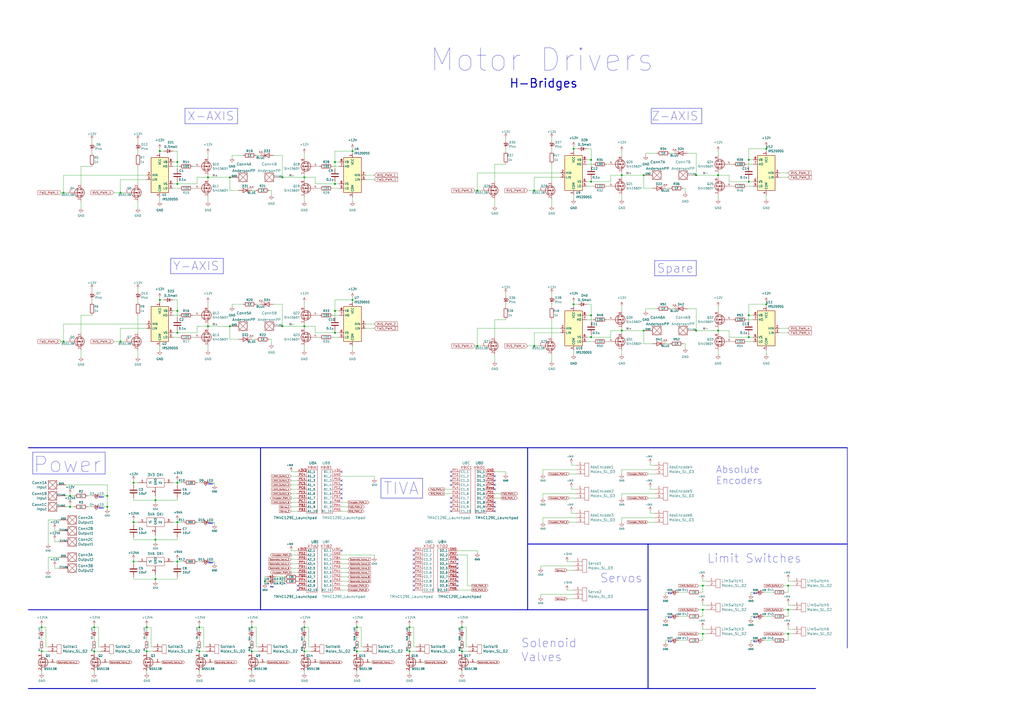
<source format=kicad_sch>
(kicad_sch (version 20211123) (generator eeschema)
  (paper "A2")
  (title_block (title "Science Motor Controller Board") (date "9/15/2022") (rev "1.01") (comment 1 "Buneta, Cavazos, Medrow"))
  (lib_symbols
    (symbol "Device:C" (pin_numbers hide) (pin_names (offset 0.254))
      (property "Reference" "C" (at 0.635 2.54 0))
      (property "Value" "C" (at 0.635 -2.54 0))
      (symbol "C_1_1"
        (pin passive line (at 0 3.81 270) (length 2.794) (name "~") (number "1"))
        (pin passive line (at 0 -3.81 90) (length 2.794) (name "~") (number "2"))
      )
    )
    (symbol "Device:D_Small" (pin_numbers hide) (pin_names (offset 0.254) hide)
      (property "Reference" "D" (at -1.27 2.032 0))
      (property "Value" "D_Small" (at -3.81 -2.032 0))
      (symbol "D_Small_1_1"
        (pin passive line (at -2.54 0 0) (length 1.778) (name "K") (number "1"))
        (pin passive line (at 2.54 0 180) (length 1.778) (name "A") (number "2"))
      )
    )
    (symbol "Device:LED" (pin_numbers hide) (pin_names (offset 1.016) hide)
      (property "Reference" "D" (at 0 2.54 0))
      (property "Value" "LED" (at 0 -2.54 0))
      (symbol "LED_1_1"
        (pin passive line (at -3.81 0 0) (length 2.54) (name "K") (number "1"))
        (pin passive line (at 3.81 0 180) (length 2.54) (name "A") (number "2"))
      )
    )
    (symbol "Device:LED_Small" (pin_numbers hide) (pin_names (offset 0.254) hide)
      (property "Reference" "D" (at -1.27 3.175 0))
      (property "Value" "LED_Small" (at -4.445 -2.54 0))
      (symbol "LED_Small_1_1"
        (pin passive line (at -2.54 0 0) (length 1.778) (name "K") (number "1"))
        (pin passive line (at 2.54 0 180) (length 1.778) (name "A") (number "2"))
      )
    )
    (symbol "Device:R" (pin_numbers hide) (pin_names (offset 0))
      (property "Reference" "R" (at 2.032 0 90))
      (property "Value" "R" (at 0 0 90))
      (symbol "R_1_1"
        (pin passive line (at 0 3.81 270) (length 1.27) (name "~") (number "1"))
        (pin passive line (at 0 -3.81 90) (length 1.27) (name "~") (number "2"))
      )
    )
    (symbol "Device:R_Small" (pin_numbers hide) (pin_names (offset 0.254) hide)
      (property "Reference" "R" (at 0.762 0.508 0))
      (property "Value" "R_Small" (at 0.762 -1.016 0))
      (symbol "R_Small_1_1"
        (pin passive line (at 0 2.54 270) (length 0.762) (name "~") (number "1"))
        (pin passive line (at 0 -2.54 90) (length 0.762) (name "~") (number "2"))
      )
    )
    (symbol "Driver_FET:IRS2005S"
      (property "Reference" "U" (at 1.27 13.335 0))
      (property "Value" "IRS2005S" (at 1.27 11.43 0))
      (symbol "IRS2005S_1_1"
        (pin power_in line (at 0 12.7 270) (length 2.54) (name "VCC") (number "1"))
        (pin input line (at -7.62 0 0) (length 2.54) (name "HIN") (number "2"))
        (pin input line (at -7.62 -2.54 0) (length 2.54) (name "LIN") (number "3"))
        (pin power_in line (at 0 -12.7 90) (length 2.54) (name "COM") (number "4"))
        (pin output line (at 7.62 -7.62 180) (length 2.54) (name "LO") (number "5"))
        (pin passive line (at 7.62 -5.08 180) (length 2.54) (name "VS") (number "6"))
        (pin output line (at 7.62 5.08 180) (length 2.54) (name "HO") (number "7"))
        (pin passive line (at 7.62 7.62 180) (length 2.54) (name "VB") (number "8"))
      )
    )
    (symbol "MRDT_Connectors:AndersonPP" (pin_numbers hide) (pin_names (offset 0))
      (property "Reference" "Conn" (at 3.81 -1.27 0))
      (property "Value" "AndersonPP" (at 2.54 6.35 0))
      (symbol "AndersonPP_1_1"
        (pin input line (at 10.16 2.54 180) (length 5.08) (name "GND") (number "1"))
      )
      (symbol "AndersonPP_2_1"
        (pin input line (at 10.16 2.54 180) (length 5.08) (name "V+Log") (number "2"))
      )
      (symbol "AndersonPP_3_1"
        (pin input line (at 10.16 2.54 180) (length 5.08) (name "V+Act") (number "3"))
      )
      (symbol "AndersonPP_4_1"
        (pin input line (at 10.16 2.54 180) (length 5.08) (name "PV+") (number "4"))
      )
      (symbol "AndersonPP_5_1"
        (pin input line (at 10.16 2.54 180) (length 5.08) (name "~") (number "1"))
      )
    )
    (symbol "MRDT_Connectors:Molex_SL_02" (pin_names (offset 1.016))
      (property "Reference" "Conn" (at 3.81 -1.27 0))
      (property "Value" "Molex_SL_02" (at 1.27 6.35 0))
      (symbol "Molex_SL_02_1_1"
        (pin input line (at -5.08 3.81 0) (length 5.08) (name "~") (number "1"))
        (pin input line (at -5.08 1.27 0) (length 5.08) (name "~") (number "2"))
      )
    )
    (symbol "MRDT_Connectors:Molex_SL_03" (pin_names (offset 1.016))
      (property "Reference" "Conn" (at 3.81 -1.27 0))
      (property "Value" "Molex_SL_03" (at 1.27 8.89 0))
      (symbol "Molex_SL_03_1_1"
        (pin input line (at -5.08 6.35 0) (length 5.08) (name "~") (number "1"))
        (pin input line (at -5.08 3.81 0) (length 5.08) (name "~") (number "2"))
        (pin input line (at -5.08 1.27 0) (length 5.08) (name "~") (number "3"))
      )
    )
    (symbol "MRDT_Devices:OKI" (pin_names (offset 1.016))
      (property "Value" "OKI" (at 5.08 6.35 0))
      (symbol "OKI_1_1"
        (pin input line (at -5.08 2.54 0) (length 5.08) (name "Vi") (number "1"))
        (pin output line (at 5.08 -5.08 90) (length 5.08) (name "GND") (number "2"))
        (pin output line (at 15.24 2.54 180) (length 5.08) (name "Vo") (number "3"))
      )
    )
    (symbol "MRDT_Shields:TM4C129E_Launchpad"
      (property "Reference" "U" (at 2.54 -1.27 0))
      (property "Value" "TM4C129E_Launchpad" (at 2.54 29.21 0))
      (symbol "TM4C129E_Launchpad_1_0"
        (text "X9:A1" (at 3.81 26.67 0) (effects (font (size 1.524 1.524))))
      )
      (symbol "TM4C129E_Launchpad_1_1"
        (pin input line (at -5.08 24.13 0) (length 5.08) (name "A1_1") (number "+3V3"))
        (pin input line (at -5.08 3.81 0) (length 5.08) (name "A1_9") (number "PB2"))
        (pin input line (at -5.08 1.27 0) (length 5.08) (name "A1_10") (number "PB3"))
        (pin input line (at -5.08 19.05 0) (length 5.08) (name "A1_3") (number "PC4"))
        (pin input line (at -5.08 16.51 0) (length 5.08) (name "A1_4") (number "PC5"))
        (pin input line (at -5.08 13.97 0) (length 5.08) (name "A1_5") (number "PC6"))
        (pin input line (at -5.08 6.35 0) (length 5.08) (name "A1_8") (number "PC7"))
        (pin input line (at -5.08 8.89 0) (length 5.08) (name "A1_7") (number "PD3"))
        (pin input line (at -5.08 21.59 0) (length 5.08) (name "A1_2") (number "PE4"))
        (pin input line (at -5.08 11.43 0) (length 5.08) (name "A1_6") (number "PE5"))
      )
      (symbol "TM4C129E_Launchpad_2_0"
        (text "X9:B1" (at 3.81 26.67 0) (effects (font (size 1.524 1.524))))
      )
      (symbol "TM4C129E_Launchpad_2_1"
        (pin input line (at -5.08 24.13 0) (length 5.08) (name "B1_1") (number "+5V"))
        (pin input line (at -5.08 21.59 0) (length 5.08) (name "B1_2") (number "GND"))
        (pin input line (at -5.08 6.35 0) (length 5.08) (name "B1_8") (number "PA6"))
        (pin input line (at -5.08 8.89 0) (length 5.08) (name "B1_7") (number "PD7"))
        (pin input line (at -5.08 19.05 0) (length 5.08) (name "B1_3") (number "PE0"))
        (pin input line (at -5.08 16.51 0) (length 5.08) (name "B1_4") (number "PE1"))
        (pin input line (at -5.08 13.97 0) (length 5.08) (name "B1_5") (number "PE2"))
        (pin input line (at -5.08 11.43 0) (length 5.08) (name "B1_6") (number "PE3"))
        (pin input line (at -5.08 3.81 0) (length 5.08) (name "B1_9") (number "PM4"))
        (pin input line (at -5.08 1.27 0) (length 5.08) (name "B1_10") (number "PM5"))
      )
      (symbol "TM4C129E_Launchpad_3_0"
        (text "X9:C1" (at 3.81 26.67 0) (effects (font (size 1.524 1.524))))
      )
      (symbol "TM4C129E_Launchpad_3_1"
        (pin input line (at -5.08 24.13 0) (length 5.08) (name "C1_1") (number "PF1"))
        (pin input line (at -5.08 21.59 0) (length 5.08) (name "C1_2") (number "PF2"))
        (pin input line (at -5.08 19.05 0) (length 5.08) (name "C1_3") (number "PF3"))
        (pin input line (at -5.08 16.51 0) (length 5.08) (name "C1_4") (number "PG0"))
        (pin input line (at -5.08 8.89 0) (length 5.08) (name "C1_7") (number "PL0"))
        (pin input line (at -5.08 6.35 0) (length 5.08) (name "C1_8") (number "PL1"))
        (pin input line (at -5.08 3.81 0) (length 5.08) (name "C1_9") (number "PL2"))
        (pin input line (at -5.08 1.27 0) (length 5.08) (name "C1_10") (number "PL3"))
        (pin input line (at -5.08 13.97 0) (length 5.08) (name "C1_5") (number "PL4"))
        (pin input line (at -5.08 11.43 0) (length 5.08) (name "C1_6") (number "PL5"))
      )
      (symbol "TM4C129E_Launchpad_4_0"
        (text "X9:D1" (at 3.81 26.67 0) (effects (font (size 1.524 1.524))))
      )
      (symbol "TM4C129E_Launchpad_4_1"
        (pin input line (at -5.08 24.13 0) (length 5.08) (name "D1_1") (number "GND"))
        (pin input line (at -5.08 8.89 0) (length 5.08) (name "D1_7") (number "PD0"))
        (pin input line (at -5.08 11.43 0) (length 5.08) (name "D1_6") (number "PD1"))
        (pin input line (at -5.08 19.05 0) (length 5.08) (name "D1_3") (number "PH2"))
        (pin input line (at -5.08 16.51 0) (length 5.08) (name "D1_4") (number "PH3"))
        (pin input line (at -5.08 21.59 0) (length 5.08) (name "D1_2") (number "PM3"))
        (pin input line (at -5.08 6.35 0) (length 5.08) (name "D1_8") (number "PN2"))
        (pin input line (at -5.08 3.81 0) (length 5.08) (name "D1_9") (number "PN3"))
        (pin input line (at -5.08 1.27 0) (length 5.08) (name "D1_10") (number "PP2"))
        (pin input line (at -5.08 13.97 0) (length 5.08) (name "D1_5") (number "Rese"))
      )
      (symbol "TM4C129E_Launchpad_5_0"
        (text "X7:A2" (at 3.81 26.67 0) (effects (font (size 1.524 1.524))))
      )
      (symbol "TM4C129E_Launchpad_5_1"
        (pin input line (at -5.08 24.13 0) (length 5.08) (name "A2_1") (number "+3V3'"))
        (pin input line (at -5.08 21.59 0) (length 5.08) (name "A2_2") (number "PD2"))
        (pin input line (at -5.08 13.97 0) (length 5.08) (name "A2_5") (number "PD4"))
        (pin input line (at -5.08 11.43 0) (length 5.08) (name "A2_6") (number "PD5"))
        (pin input line (at -5.08 1.27 0) (length 5.08) (name "A2_10") (number "PN4"))
        (pin input line (at -5.08 3.81 0) (length 5.08) (name "A2_9") (number "PN5"))
        (pin input line (at -5.08 19.05 0) (length 5.08) (name "A2_3") (number "PP0"))
        (pin input line (at -5.08 16.51 0) (length 5.08) (name "A2_4") (number "PP1"))
        (pin input line (at -5.08 6.35 0) (length 5.08) (name "A2_8") (number "PP4"))
        (pin input line (at -5.08 8.89 0) (length 5.08) (name "A2_7") (number "PQ0"))
      )
      (symbol "TM4C129E_Launchpad_6_0"
        (text "X7:B2" (at 3.81 26.67 0) (effects (font (size 1.524 1.524))))
      )
      (symbol "TM4C129E_Launchpad_6_1"
        (pin input line (at -5.08 24.13 0) (length 5.08) (name "B2_1") (number "+5V'"))
        (pin input line (at -5.08 21.59 0) (length 5.08) (name "B2_2") (number "GND"))
        (pin input line (at -5.08 3.81 0) (length 5.08) (name "B2_9") (number "PA4"))
        (pin input line (at -5.08 1.27 0) (length 5.08) (name "B2_10") (number "PA5"))
        (pin input line (at -5.08 19.05 0) (length 5.08) (name "B2_3") (number "PB4"))
        (pin input line (at -5.08 16.51 0) (length 5.08) (name "B2_4") (number "PB5"))
        (pin input line (at -5.08 13.97 0) (length 5.08) (name "B2_5") (number "PK0"))
        (pin input line (at -5.08 11.43 0) (length 5.08) (name "B2_6") (number "PK1"))
        (pin input line (at -5.08 8.89 0) (length 5.08) (name "B2_7") (number "PK2"))
        (pin input line (at -5.08 6.35 0) (length 5.08) (name "B2_8") (number "PK3"))
      )
      (symbol "TM4C129E_Launchpad_7_0"
        (text "X7:C2" (at 3.81 26.67 0) (effects (font (size 1.524 1.524))))
      )
      (symbol "TM4C129E_Launchpad_7_1"
        (pin input line (at -5.08 24.13 0) (length 5.08) (name "C2_1") (number "PG1"))
        (pin input line (at -5.08 8.89 0) (length 5.08) (name "C2_7") (number "PH0"))
        (pin input line (at -5.08 6.35 0) (length 5.08) (name "C2_8") (number "PH1"))
        (pin input line (at -5.08 21.59 0) (length 5.08) (name "C2_2") (number "PK4"))
        (pin input line (at -5.08 19.05 0) (length 5.08) (name "C2_3") (number "PK5"))
        (pin input line (at -5.08 3.81 0) (length 5.08) (name "C2_9") (number "PK6"))
        (pin input line (at -5.08 1.27 0) (length 5.08) (name "C2_10") (number "PK7"))
        (pin input line (at -5.08 16.51 0) (length 5.08) (name "C2_4") (number "PM0"))
        (pin input line (at -5.08 13.97 0) (length 5.08) (name "C2_5") (number "PM1"))
        (pin input line (at -5.08 11.43 0) (length 5.08) (name "C2_6") (number "PM2"))
      )
      (symbol "TM4C129E_Launchpad_8_0"
        (text "X7:D2" (at 3.81 26.67 0) (effects (font (size 1.524 1.524))))
      )
      (symbol "TM4C129E_Launchpad_8_1"
        (pin input line (at -5.08 24.13 0) (length 5.08) (name "D2_1") (number "GND"))
        (pin input line (at -5.08 16.51 0) (length 5.08) (name "D2_4") (number "PA7"))
        (pin input line (at -5.08 1.27 0) (length 5.08) (name "D2_10") (number "PM6"))
        (pin input line (at -5.08 21.59 0) (length 5.08) (name "D2_2") (number "PM7"))
        (pin input line (at -5.08 6.35 0) (length 5.08) (name "D2_8") (number "PP3"))
        (pin input line (at -5.08 19.05 0) (length 5.08) (name "D2_3") (number "PP5"))
        (pin input line (at -5.08 3.81 0) (length 5.08) (name "D2_9") (number "PQ1"))
        (pin input line (at -5.08 11.43 0) (length 5.08) (name "D2_6") (number "PQ2"))
        (pin input line (at -5.08 8.89 0) (length 5.08) (name "D2_7") (number "PQ3"))
        (pin input line (at -5.08 13.97 0) (length 5.08) (name "D2_5") (number "Rese'"))
      )
    )
    (symbol "ScienceMotorController-rescue:+3.3V-power" (power) (pin_names (offset 0))
      (property "Value" "+3.3V-power" (at 0 3.556 0))
      (symbol "+3.3V-power_1_1"
        (pin power_in line (at 0 0 90) (length 0) hide (name "+3V3") (number "1"))
      )
    )
    (symbol "Transistor_FET:BSS138" (pin_names hide)
      (property "Reference" "Q" (at 5.08 1.905 0))
      (property "Value" "BSS138" (at 5.08 0 0))
      (symbol "BSS138_1_1"
        (pin input line (at -5.08 0 0) (length 2.54) (name "G") (number "1"))
        (pin passive line (at 2.54 -5.08 90) (length 2.54) (name "S") (number "2"))
        (pin passive line (at 2.54 5.08 270) (length 2.54) (name "D") (number "3"))
      )
    )
    (symbol "Transistor_FET:FDS2734" (pin_names hide)
      (property "Reference" "Q" (at 5.08 2.54 0))
      (property "Value" "FDS2734" (at 5.08 0 0))
      (symbol "FDS2734_1_1"
        (pin passive line (at 2.54 -5.08 90) (length 2.54) (name "S") (number "1"))
        (pin passive line (at 2.54 -5.08 90) (length 2.54) hide (name "S") (number "2"))
        (pin passive line (at 2.54 -5.08 90) (length 2.54) hide (name "S") (number "3"))
        (pin input line (at -5.08 0 0) (length 2.54) (name "G") (number "4"))
        (pin passive line (at 2.54 5.08 270) (length 2.54) hide (name "D") (number "5"))
        (pin passive line (at 2.54 5.08 270) (length 2.54) hide (name "D") (number "6"))
        (pin passive line (at 2.54 5.08 270) (length 2.54) hide (name "D") (number "7"))
        (pin passive line (at 2.54 5.08 270) (length 2.54) (name "D") (number "8"))
      )
    )
    (symbol "power:+12V" (power) (pin_names (offset 0))
      (property "Value" "+12V" (at 0 3.556 0))
      (symbol "+12V_1_1"
        (pin power_in line (at 0 0 90) (length 0) hide (name "+12V") (number "1"))
      )
    )
    (symbol "power:+12VA" (power) (pin_names (offset 0))
      (property "Value" "+12VA" (at 0 3.556 0))
      (symbol "+12VA_1_1"
        (pin power_in line (at 0 0 90) (length 0) hide (name "+12VA") (number "1"))
      )
    )
    (symbol "power:+5VA" (power) (pin_names (offset 0))
      (property "Value" "+5VA" (at 0 3.556 0))
      (symbol "+5VA_1_1"
        (pin power_in line (at 0 0 90) (length 0) hide (name "+5VA") (number "1"))
      )
    )
    (symbol "power:GND" (power) (pin_names (offset 0))
      (property "Value" "GND" (at 0 -3.81 0))
      (symbol "GND_1_1"
        (pin power_in line (at 0 0 270) (length 0) hide (name "GND") (number "1"))
      )
    )
  )
  (junction (at 62.23 294.005))
  (junction (at 267.97 363.855))
  (junction (at 342.9 182.88))
  (junction (at 176.53 363.855))
  (junction (at 90.17 313.055))
  (junction (at 85.09 363.855))
  (junction (at 77.47 302.895))
  (junction (at 403.86 101.6))
  (junction (at 90.17 335.915))
  (junction (at 457.2 339.725))
  (junction (at 115.57 377.825))
  (junction (at 163.83 189.23))
  (junction (at 309.88 110.49))
  (junction (at 69.85 111.76))
  (junction (at 373.38 191.77))
  (junction (at 360.68 101.6))
  (junction (at 416.56 101.6))
  (junction (at 407.67 367.665))
  (junction (at 176.53 377.825))
  (junction (at 403.86 191.77))
  (junction (at 416.56 191.77))
  (junction (at 434.34 182.88))
  (junction (at 176.53 102.87))
  (junction (at 309.88 200.66))
  (junction (at 434.34 105.41))
  (junction (at 54.61 377.825))
  (junction (at 444.5 86.36))
  (junction (at 102.87 180.34))
  (junction (at 163.83 102.87))
  (junction (at 146.05 363.855))
  (junction (at 444.5 176.53))
  (junction (at 194.31 180.34))
  (junction (at 36.83 111.76))
  (junction (at 373.38 101.6))
  (junction (at 457.2 353.695))
  (junction (at 102.87 193.04))
  (junction (at 276.86 200.66))
  (junction (at 176.53 189.23))
  (junction (at 153.67 337.185))
  (junction (at 77.47 325.755))
  (junction (at 102.87 302.895))
  (junction (at 102.87 106.68))
  (junction (at 120.65 102.87))
  (junction (at 120.65 189.23))
  (junction (at 24.13 377.825))
  (junction (at 434.34 92.71))
  (junction (at 407.67 339.725))
  (junction (at 237.49 363.855))
  (junction (at 332.74 176.53))
  (junction (at 40.64 294.005))
  (junction (at 102.87 325.755))
  (junction (at 62.23 287.655))
  (junction (at 207.01 377.825))
  (junction (at 85.09 377.825))
  (junction (at 204.47 173.99))
  (junction (at 276.86 110.49))
  (junction (at 332.74 86.36))
  (junction (at 194.31 93.98))
  (junction (at 24.13 363.855))
  (junction (at 40.64 287.655))
  (junction (at 457.2 367.665))
  (junction (at 342.9 195.58))
  (junction (at 133.35 102.87))
  (junction (at 237.49 377.825))
  (junction (at 102.87 280.035))
  (junction (at 90.17 290.195))
  (junction (at 434.34 195.58))
  (junction (at 69.85 198.12))
  (junction (at 194.31 106.68))
  (junction (at 342.9 92.71))
  (junction (at 133.35 189.23))
  (junction (at 115.57 363.855))
  (junction (at 77.47 280.035))
  (junction (at 54.61 363.855))
  (junction (at 407.67 353.695))
  (junction (at 92.71 173.99))
  (junction (at 194.31 193.04))
  (junction (at 207.01 363.855))
  (junction (at 267.97 377.825))
  (junction (at 146.05 377.825))
  (junction (at 342.9 105.41))
  (junction (at 102.87 93.98))
  (junction (at 36.83 198.12))
  (junction (at 92.71 87.63))
  (junction (at 360.68 191.77))
  (junction (at 204.47 87.63))
  (no_connect (at 287.02 276.225))
  (no_connect (at 261.62 273.685))
  (no_connect (at 240.03 342.265))
  (no_connect (at 261.62 291.465))
  (no_connect (at 265.43 337.185))
  (no_connect (at 240.03 332.105))
  (no_connect (at 240.03 339.725))
  (no_connect (at 198.12 278.765))
  (no_connect (at 261.62 288.925))
  (no_connect (at 261.62 278.765))
  (no_connect (at 198.12 319.405))
  (no_connect (at 287.02 283.845))
  (no_connect (at 240.03 334.645))
  (no_connect (at 240.03 337.185))
  (no_connect (at 261.62 281.305))
  (no_connect (at 172.72 339.725))
  (no_connect (at 287.02 296.545))
  (no_connect (at 240.03 329.565))
  (no_connect (at 265.43 327.025))
  (no_connect (at 287.02 281.305))
  (no_connect (at 265.43 329.565))
  (no_connect (at 287.02 291.465))
  (no_connect (at 265.43 332.105))
  (no_connect (at 198.12 283.845))
  (no_connect (at 198.12 288.925))
  (no_connect (at 198.12 273.685))
  (no_connect (at 265.43 339.725))
  (no_connect (at 261.62 294.005))
  (no_connect (at 261.62 276.225))
  (no_connect (at 265.43 334.645))
  (no_connect (at 287.02 278.765))
  (no_connect (at 198.12 286.385))
  (no_connect (at 172.72 342.265))
  (no_connect (at 240.03 324.485))
  (no_connect (at 287.02 294.005))
  (no_connect (at 240.03 321.945))
  (no_connect (at 198.12 281.305))
  (no_connect (at 261.62 296.545))
  (no_connect (at 240.03 319.405))
  (no_connect (at 265.43 324.485))
  (no_connect (at 240.03 327.025))
  (wire (pts (xy 146.05 110.49) (xy 148.59 110.49)))
  (wire (pts (xy 373.38 199.39) (xy 373.38 191.77)))
  (wire (pts (xy 435.61 343.535) (xy 435.61 344.805)))
  (wire (pts (xy 405.13 339.725) (xy 407.67 339.725)))
  (wire (pts (xy 276.86 200.66) (xy 279.4 200.66)))
  (wire (pts (xy 435.61 371.475) (xy 435.61 372.745)))
  (wire (pts (xy 452.12 100.33) (xy 457.2 100.33)))
  (wire (pts (xy 457.2 351.155) (xy 457.2 349.885)))
  (wire (pts (xy 153.67 334.645) (xy 153.67 337.185)))
  (wire (pts (xy 62.23 281.305) (xy 62.23 287.655)))
  (wire (pts (xy 360.68 190.5) (xy 360.68 191.77)))
  (wire (pts (xy 176.53 377.825) (xy 180.34 377.825)))
  (wire (pts (xy 271.145 339.725) (xy 273.685 339.725)))
  (wire (pts (xy 102.87 191.77) (xy 102.87 193.04)))
  (wire (pts (xy 124.46 325.755) (xy 124.46 327.025)))
  (wire (pts (xy 328.93 325.755) (xy 332.74 325.755)))
  (wire (pts (xy 340.36 92.71) (xy 342.9 92.71)))
  (wire (pts (xy 62.23 294.005) (xy 62.23 295.275)))
  (wire (pts (xy 360.68 113.03) (xy 360.68 115.57)))
  (wire (pts (xy 58.42 287.655) (xy 62.23 287.655)))
  (wire (pts (xy 240.03 363.855) (xy 240.03 375.285)))
  (wire (pts (xy 314.96 272.415) (xy 334.01 272.415)))
  (wire (pts (xy 204.47 114.3) (xy 204.47 116.84)))
  (wire (pts (xy 332.74 175.26) (xy 332.74 176.53)))
  (wire (pts (xy 102.87 327.025) (xy 102.87 325.755)))
  (wire (pts (xy 335.28 176.53) (xy 332.74 176.53)))
  (wire (pts (xy 330.2 274.955) (xy 334.01 274.955)))
  (wire (pts (xy 435.61 357.505) (xy 435.61 358.775)))
  (wire (pts (xy 100.33 109.22) (xy 104.14 109.22)))
  (wire (pts (xy 118.11 363.855) (xy 118.11 375.285)))
  (wire (pts (xy 172.72 283.845) (xy 168.91 283.845)))
  (wire (pts (xy 92.71 172.72) (xy 92.71 173.99)))
  (wire (pts (xy 320.04 185.42) (xy 320.04 195.58)))
  (wire (pts (xy 320.04 170.18) (xy 320.04 171.45)))
  (wire (pts (xy 69.85 111.76) (xy 72.39 111.76)))
  (wire (pts (xy 388.62 343.535) (xy 386.08 343.535)))
  (wire (pts (xy 212.09 104.14) (xy 217.17 104.14)))
  (wire (pts (xy 436.88 195.58) (xy 434.34 195.58)))
  (wire (pts (xy 115.57 376.555) (xy 115.57 377.825)))
  (wire (pts (xy 102.87 302.895) (xy 106.68 302.895)))
  (wire (pts (xy 176.53 101.6) (xy 176.53 102.87)))
  (wire (pts (xy 444.5 85.09) (xy 444.5 86.36)))
  (wire (pts (xy 196.85 93.98) (xy 194.31 93.98)))
  (wire (pts (xy 198.12 337.185) (xy 201.93 337.185)))
  (wire (pts (xy 184.15 109.22) (xy 185.42 109.22)))
  (polyline (pts (xy 245.11 277.495) (xy 245.11 288.925)) (stroke (width 0.2032) (type solid)))
  (wire (pts (xy 396.24 109.22) (xy 397.51 109.22)))
  (wire (pts (xy 77.47 302.895) (xy 77.47 301.625)))
  (wire (pts (xy 393.7 371.475) (xy 398.78 371.475)))
  (wire (pts (xy 443.23 343.535) (xy 448.31 343.535)))
  (polyline (pts (xy 375.92 353.695) (xy 16.51 353.695)) (stroke (width 0.508) (type solid)))
  (wire (pts (xy 80.01 167.64) (xy 80.01 168.91)))
  (wire (pts (xy 69.85 198.12) (xy 72.39 198.12)))
  (wire (pts (xy 201.93 324.485) (xy 198.12 324.485)))
  (wire (pts (xy 69.85 104.14) (xy 69.85 111.76)))
  (wire (pts (xy 154.94 384.175) (xy 153.67 384.175)))
  (wire (pts (xy 201.93 327.025) (xy 198.12 327.025)))
  (wire (pts (xy 176.53 363.855) (xy 179.07 363.855)))
  (wire (pts (xy 209.55 363.855) (xy 209.55 375.285)))
  (wire (pts (xy 46.99 116.84) (xy 46.99 120.65)))
  (wire (pts (xy 237.49 370.205) (xy 237.49 371.475)))
  (wire (pts (xy 444.5 175.26) (xy 444.5 176.53)))
  (wire (pts (xy 168.91 294.005) (xy 172.72 294.005)))
  (wire (pts (xy 176.53 102.87) (xy 176.53 104.14)))
  (wire (pts (xy 416.56 177.8) (xy 416.56 180.34)))
  (wire (pts (xy 100.33 193.04) (xy 102.87 193.04)))
  (wire (pts (xy 102.87 290.195) (xy 102.87 288.925)))
  (wire (pts (xy 331.47 268.605) (xy 331.47 269.875)))
  (wire (pts (xy 36.83 111.76) (xy 39.37 111.76)))
  (wire (pts (xy 69.85 190.5) (xy 85.09 190.5)))
  (wire (pts (xy 69.85 190.5) (xy 69.85 198.12)))
  (wire (pts (xy 102.87 335.915) (xy 90.17 335.915)))
  (wire (pts (xy 118.11 375.285) (xy 119.38 375.285)))
  (wire (pts (xy 293.37 170.18) (xy 293.37 171.45)))
  (wire (pts (xy 267.97 389.255) (xy 267.97 390.525)))
  (polyline (pts (xy 377.825 62.865) (xy 377.825 71.755)) (stroke (width 0.2032) (type solid)))
  (polyline (pts (xy 151.13 259.715) (xy 151.13 353.695)) (stroke (width 0.508) (type solid)))
  (wire (pts (xy 102.87 324.485) (xy 102.87 325.755)))
  (wire (pts (xy 157.48 196.85) (xy 157.48 199.39)))
  (polyline (pts (xy 403.86 160.02) (xy 403.86 151.13)) (stroke (width 0.2032) (type solid)))
  (wire (pts (xy 58.42 294.005) (xy 62.23 294.005)))
  (wire (pts (xy 407.67 343.535) (xy 407.67 339.725)))
  (wire (pts (xy 457.2 339.725) (xy 459.74 339.725)))
  (wire (pts (xy 306.07 200.66) (xy 309.88 200.66)))
  (wire (pts (xy 340.36 195.58) (xy 342.9 195.58)))
  (wire (pts (xy 335.28 86.36) (xy 332.74 86.36)))
  (wire (pts (xy 207.01 363.855) (xy 209.55 363.855)))
  (wire (pts (xy 457.2 357.505) (xy 457.2 353.695)))
  (wire (pts (xy 102.87 193.04) (xy 114.3 193.04)))
  (polyline (pts (xy 19.05 262.255) (xy 60.96 262.255)) (stroke (width 0.2032) (type solid)))
  (wire (pts (xy 77.47 325.755) (xy 80.01 325.755)))
  (wire (pts (xy 406.4 343.535) (xy 407.67 343.535)))
  (wire (pts (xy 111.76 96.52) (xy 113.03 96.52)))
  (wire (pts (xy 54.61 362.585) (xy 54.61 363.855)))
  (polyline (pts (xy 407.035 71.755) (xy 407.035 62.865)) (stroke (width 0.2032) (type solid)))
  (wire (pts (xy 438.15 343.535) (xy 435.61 343.535)))
  (wire (pts (xy 140.97 90.17) (xy 134.62 90.17)))
  (wire (pts (xy 148.59 375.285) (xy 149.86 375.285)))
  (wire (pts (xy 204.47 86.36) (xy 204.47 87.63)))
  (wire (pts (xy 331.47 282.575) (xy 331.47 283.845)))
  (wire (pts (xy 212.09 101.6) (xy 217.17 101.6)))
  (wire (pts (xy 90.17 337.185) (xy 90.17 335.915)))
  (wire (pts (xy 165.1 334.645) (xy 160.02 334.645)))
  (wire (pts (xy 276.86 100.33) (xy 325.12 100.33)))
  (wire (pts (xy 172.72 291.465) (xy 168.91 291.465)))
  (wire (pts (xy 201.93 291.465) (xy 198.12 291.465)))
  (wire (pts (xy 194.31 191.77) (xy 194.31 193.04)))
  (wire (pts (xy 24.13 363.855) (xy 24.13 365.125)))
  (wire (pts (xy 403.86 179.07) (xy 403.86 191.77)))
  (wire (pts (xy 276.86 384.175) (xy 275.59 384.175)))
  (wire (pts (xy 80.01 182.88) (xy 80.01 193.04)))
  (wire (pts (xy 196.85 180.34) (xy 194.31 180.34)))
  (wire (pts (xy 436.88 198.12) (xy 433.07 198.12)))
  (polyline (pts (xy 220.98 277.495) (xy 245.11 277.495)) (stroke (width 0.2032) (type solid)))
  (wire (pts (xy 146.05 389.255) (xy 146.05 390.525)))
  (wire (pts (xy 424.18 107.95) (xy 425.45 107.95)))
  (wire (pts (xy 54.61 377.825) (xy 58.42 377.825)))
  (wire (pts (xy 115.57 377.825) (xy 115.57 379.095)))
  (wire (pts (xy 265.43 342.265) (xy 273.685 342.265)))
  (wire (pts (xy 24.13 370.205) (xy 24.13 371.475)))
  (wire (pts (xy 314.96 286.385) (xy 334.01 286.385)))
  (wire (pts (xy 452.12 190.5) (xy 457.2 190.5)))
  (wire (pts (xy 436.88 182.88) (xy 434.34 182.88)))
  (wire (pts (xy 40.64 294.005) (xy 40.64 292.735)))
  (wire (pts (xy 436.88 92.71) (xy 434.34 92.71)))
  (bus (pts (xy 491.49 259.715) (xy 491.49 375.92)) (stroke (width 0) (color 0 0 194 1)))
  (wire (pts (xy 102.87 325.755) (xy 106.68 325.755)))
  (wire (pts (xy 360.68 87.63) (xy 360.68 90.17)))
  (wire (pts (xy 176.53 363.855) (xy 176.53 365.125)))
  (wire (pts (xy 212.09 190.5) (xy 217.17 190.5)))
  (wire (pts (xy 77.47 280.035) (xy 77.47 278.765)))
  (wire (pts (xy 120.65 189.23) (xy 133.35 189.23)))
  (wire (pts (xy 267.97 376.555) (xy 267.97 377.825)))
  (wire (pts (xy 386.08 371.475) (xy 386.08 372.745)))
  (wire (pts (xy 340.36 176.53) (xy 342.9 176.53)))
  (wire (pts (xy 309.88 110.49) (xy 312.42 110.49)))
  (wire (pts (xy 114.3 102.87) (xy 120.65 102.87)))
  (wire (pts (xy 100.33 280.035) (xy 102.87 280.035)))
  (wire (pts (xy 267.97 363.855) (xy 270.51 363.855)))
  (wire (pts (xy 92.71 87.63) (xy 92.71 88.9)))
  (wire (pts (xy 433.07 185.42) (xy 436.88 185.42)))
  (wire (pts (xy 340.36 95.25) (xy 344.17 95.25)))
  (wire (pts (xy 194.31 93.98) (xy 194.31 87.63)))
  (wire (pts (xy 459.74 337.185) (xy 457.2 337.185)))
  (wire (pts (xy 434.34 182.88) (xy 434.34 176.53)))
  (wire (pts (xy 176.53 187.96) (xy 176.53 189.23)))
  (wire (pts (xy 375.92 274.955) (xy 379.73 274.955)))
  (wire (pts (xy 374.65 88.9) (xy 374.65 90.17)))
  (wire (pts (xy 66.04 198.12) (xy 69.85 198.12)))
  (wire (pts (xy 204.47 200.66) (xy 204.47 203.2)))
  (wire (pts (xy 351.79 198.12) (xy 353.06 198.12)))
  (wire (pts (xy 80.01 87.63) (xy 80.01 88.9)))
  (wire (pts (xy 111.76 182.88) (xy 113.03 182.88)))
  (wire (pts (xy 407.67 339.725) (xy 410.21 339.725)))
  (wire (pts (xy 43.18 294.005) (xy 40.64 294.005)))
  (polyline (pts (xy 377.825 62.865) (xy 407.035 62.865)) (stroke (width 0.2032) (type solid)))
  (wire (pts (xy 207.01 376.555) (xy 207.01 377.825)))
  (polyline (pts (xy 129.54 149.86) (xy 99.06 149.86)) (stroke (width 0.2032) (type solid)))
  (wire (pts (xy 198.12 339.725) (xy 201.93 339.725)))
  (wire (pts (xy 193.04 96.52) (xy 196.85 96.52)))
  (wire (pts (xy 120.65 102.87) (xy 120.65 104.14)))
  (wire (pts (xy 182.88 189.23) (xy 176.53 189.23)))
  (wire (pts (xy 237.49 377.825) (xy 237.49 379.095)))
  (wire (pts (xy 405.13 353.695) (xy 407.67 353.695)))
  (wire (pts (xy 115.57 362.585) (xy 115.57 363.855)))
  (wire (pts (xy 275.59 200.66) (xy 276.86 200.66)))
  (wire (pts (xy 217.17 321.945) (xy 217.17 323.215)))
  (wire (pts (xy 31.75 329.565) (xy 31.75 328.295)))
  (wire (pts (xy 35.56 111.76) (xy 36.83 111.76)))
  (wire (pts (xy 194.31 180.34) (xy 194.31 184.15)))
  (polyline (pts (xy 107.315 62.865) (xy 107.315 71.755)) (stroke (width 0.2032) (type solid)))
  (wire (pts (xy 194.31 173.99) (xy 204.47 173.99)))
  (wire (pts (xy 309.88 193.04) (xy 325.12 193.04)))
  (wire (pts (xy 328.93 347.345) (xy 332.74 347.345)))
  (wire (pts (xy 40.64 287.655) (xy 43.18 287.655)))
  (polyline (pts (xy 403.86 160.02) (xy 379.73 160.02)) (stroke (width 0.2032) (type solid)))
  (wire (pts (xy 92.71 86.36) (xy 92.71 87.63)))
  (wire (pts (xy 424.18 95.25) (xy 425.45 95.25)))
  (wire (pts (xy 240.03 375.285) (xy 241.3 375.285)))
  (wire (pts (xy 100.33 106.68) (xy 102.87 106.68)))
  (wire (pts (xy 36.83 101.6) (xy 36.83 111.76)))
  (wire (pts (xy 194.31 87.63) (xy 204.47 87.63)))
  (wire (pts (xy 434.34 104.14) (xy 434.34 105.41)))
  (wire (pts (xy 77.47 335.915) (xy 77.47 334.645)))
  (wire (pts (xy 151.13 90.17) (xy 148.59 90.17)))
  (wire (pts (xy 80.01 116.84) (xy 80.01 120.65)))
  (wire (pts (xy 53.34 81.28) (xy 53.34 82.55)))
  (wire (pts (xy 267.97 377.825) (xy 271.78 377.825)))
  (wire (pts (xy 455.93 371.475) (xy 457.2 371.475)))
  (wire (pts (xy 332.74 176.53) (xy 332.74 177.8)))
  (wire (pts (xy 331.47 297.815) (xy 334.01 297.815)))
  (polyline (pts (xy 220.98 288.925) (xy 220.98 277.495)) (stroke (width 0.2032) (type solid)))
  (wire (pts (xy 293.37 86.36) (xy 293.37 87.63)))
  (wire (pts (xy 90.17 290.195) (xy 90.17 287.655)))
  (wire (pts (xy 172.72 329.565) (xy 168.91 329.565)))
  (polyline (pts (xy 245.11 288.925) (xy 220.98 288.925)) (stroke (width 0.2032) (type solid)))
  (wire (pts (xy 416.56 191.77) (xy 403.86 191.77)))
  (wire (pts (xy 386.08 199.39) (xy 388.62 199.39)))
  (wire (pts (xy 133.35 110.49) (xy 133.35 102.87)))
  (wire (pts (xy 77.47 290.195) (xy 90.17 290.195)))
  (wire (pts (xy 198.12 334.645) (xy 201.93 334.645)))
  (wire (pts (xy 146.05 377.825) (xy 149.86 377.825)))
  (wire (pts (xy 257.81 286.385) (xy 261.62 286.385)))
  (wire (pts (xy 360.68 101.6) (xy 360.68 102.87)))
  (wire (pts (xy 124.46 302.895) (xy 124.46 304.165)))
  (wire (pts (xy 194.31 105.41) (xy 194.31 106.68)))
  (wire (pts (xy 102.87 93.98) (xy 102.87 97.79)))
  (wire (pts (xy 360.68 101.6) (xy 373.38 101.6)))
  (wire (pts (xy 424.18 198.12) (xy 425.45 198.12)))
  (wire (pts (xy 360.68 274.955) (xy 360.68 272.415)))
  (wire (pts (xy 406.4 357.505) (xy 407.67 357.505)))
  (wire (pts (xy 146.05 363.855) (xy 148.59 363.855)))
  (wire (pts (xy 416.56 87.63) (xy 416.56 90.17)))
  (wire (pts (xy 33.02 384.175) (xy 31.75 384.175)))
  (wire (pts (xy 26.67 375.285) (xy 27.94 375.285)))
  (wire (pts (xy 434.34 194.31) (xy 434.34 195.58)))
  (wire (pts (xy 116.84 280.035) (xy 114.3 280.035)))
  (wire (pts (xy 320.04 205.74) (xy 320.04 209.55)))
  (wire (pts (xy 115.57 377.825) (xy 119.38 377.825)))
  (wire (pts (xy 360.68 272.415) (xy 379.73 272.415)))
  (wire (pts (xy 172.72 324.485) (xy 168.91 324.485)))
  (wire (pts (xy 434.34 92.71) (xy 434.34 86.36)))
  (wire (pts (xy 176.53 189.23) (xy 176.53 190.5)))
  (wire (pts (xy 176.53 370.205) (xy 176.53 371.475)))
  (wire (pts (xy 35.56 198.12) (xy 36.83 198.12)))
  (wire (pts (xy 54.61 376.555) (xy 54.61 377.825)))
  (wire (pts (xy 179.07 363.855) (xy 179.07 375.285)))
  (wire (pts (xy 90.17 335.915) (xy 77.47 335.915)))
  (wire (pts (xy 111.76 195.58) (xy 113.03 195.58)))
  (wire (pts (xy 184.15 96.52) (xy 185.42 96.52)))
  (wire (pts (xy 102.87 180.34) (xy 102.87 173.99)))
  (wire (pts (xy 377.19 283.845) (xy 379.73 283.845)))
  (wire (pts (xy 276.86 100.33) (xy 276.86 110.49)))
  (wire (pts (xy 100.33 325.755) (xy 102.87 325.755)))
  (wire (pts (xy 36.83 187.96) (xy 85.09 187.96)))
  (wire (pts (xy 378.46 109.22) (xy 373.38 109.22)))
  (wire (pts (xy 398.78 88.9) (xy 403.86 88.9)))
  (wire (pts (xy 36.83 101.6) (xy 85.09 101.6)))
  (wire (pts (xy 443.23 371.475) (xy 448.31 371.475)))
  (wire (pts (xy 87.63 375.285) (xy 88.9 375.285)))
  (wire (pts (xy 374.65 179.07) (xy 374.65 180.34)))
  (wire (pts (xy 457.2 365.125) (xy 457.2 363.855)))
  (polyline (pts (xy 60.96 274.955) (xy 19.05 274.955)) (stroke (width 0.2032) (type solid)))
  (wire (pts (xy 351.79 185.42) (xy 353.06 185.42)))
  (wire (pts (xy 452.12 193.04) (xy 457.2 193.04)))
  (wire (pts (xy 287.02 205.74) (xy 287.02 209.55)))
  (wire (pts (xy 40.64 287.655) (xy 38.1 287.655)))
  (wire (pts (xy 85.09 370.205) (xy 85.09 371.475)))
  (wire (pts (xy 77.47 302.895) (xy 80.01 302.895)))
  (wire (pts (xy 185.42 384.175) (xy 184.15 384.175)))
  (wire (pts (xy 85.09 363.855) (xy 87.63 363.855)))
  (wire (pts (xy 444.5 113.03) (xy 444.5 115.57)))
  (wire (pts (xy 459.74 365.125) (xy 457.2 365.125)))
  (wire (pts (xy 261.62 283.845) (xy 257.81 283.845)))
  (wire (pts (xy 340.36 86.36) (xy 342.9 86.36)))
  (wire (pts (xy 381 179.07) (xy 374.65 179.07)))
  (wire (pts (xy 100.33 302.895) (xy 102.87 302.895)))
  (wire (pts (xy 24.13 362.585) (xy 24.13 363.855)))
  (wire (pts (xy 31.75 307.975) (xy 31.75 306.705)))
  (wire (pts (xy 360.68 100.33) (xy 360.68 101.6)))
  (wire (pts (xy 309.88 102.87) (xy 325.12 102.87)))
  (wire (pts (xy 196.85 193.04) (xy 194.31 193.04)))
  (wire (pts (xy 102.87 334.645) (xy 102.87 335.915)))
  (wire (pts (xy 204.47 87.63) (xy 204.47 88.9)))
  (wire (pts (xy 120.65 200.66) (xy 120.65 203.2)))
  (wire (pts (xy 212.09 187.96) (xy 217.17 187.96)))
  (wire (pts (xy 287.02 115.57) (xy 287.02 119.38)))
  (wire (pts (xy 194.31 93.98) (xy 194.31 97.79)))
  (wire (pts (xy 184.15 195.58) (xy 185.42 195.58)))
  (wire (pts (xy 114.3 325.755) (xy 116.84 325.755)))
  (wire (pts (xy 397.51 199.39) (xy 397.51 201.93)))
  (wire (pts (xy 293.37 273.685) (xy 293.37 274.955)))
  (wire (pts (xy 34.29 329.565) (xy 31.75 329.565)))
  (wire (pts (xy 313.69 346.075) (xy 313.69 344.805)))
  (wire (pts (xy 90.17 314.325) (xy 90.17 313.055)))
  (wire (pts (xy 434.34 86.36) (xy 444.5 86.36)))
  (wire (pts (xy 354.33 195.58) (xy 354.33 191.77)))
  (wire (pts (xy 360.68 191.77) (xy 373.38 191.77)))
  (wire (pts (xy 237.49 389.255) (xy 237.49 390.525)))
  (wire (pts (xy 443.23 357.505) (xy 448.31 357.505)))
  (wire (pts (xy 176.53 88.9) (xy 176.53 91.44)))
  (wire (pts (xy 351.79 107.95) (xy 353.06 107.95)))
  (wire (pts (xy 26.67 363.855) (xy 26.67 375.285)))
  (wire (pts (xy 457.2 343.535) (xy 457.2 339.725)))
  (wire (pts (xy 373.38 109.22) (xy 373.38 101.6)))
  (polyline (pts (xy 107.315 71.755) (xy 137.795 71.755)) (stroke (width 0.2032) (type solid)))
  (wire (pts (xy 90.17 310.515) (xy 90.17 313.055)))
  (wire (pts (xy 320.04 95.25) (xy 320.04 105.41)))
  (wire (pts (xy 176.53 175.26) (xy 176.53 177.8)))
  (wire (pts (xy 403.86 88.9) (xy 403.86 101.6)))
  (wire (pts (xy 176.53 389.255) (xy 176.53 390.525)))
  (wire (pts (xy 115.57 363.855) (xy 118.11 363.855)))
  (wire (pts (xy 102.87 280.035) (xy 106.68 280.035)))
  (wire (pts (xy 31.75 314.325) (xy 31.75 313.055)))
  (wire (pts (xy 217.17 277.495) (xy 217.17 276.225)))
  (wire (pts (xy 120.65 114.3) (xy 120.65 116.84)))
  (wire (pts (xy 77.47 304.165) (xy 77.47 302.895)))
  (wire (pts (xy 40.64 294.005) (xy 38.1 294.005)))
  (wire (pts (xy 342.9 194.31) (xy 342.9 195.58)))
  (wire (pts (xy 293.37 176.53) (xy 293.37 177.8)))
  (wire (pts (xy 342.9 92.71) (xy 342.9 96.52)))
  (wire (pts (xy 53.34 167.64) (xy 53.34 168.91)))
  (wire (pts (xy 455.93 343.535) (xy 457.2 343.535)))
  (wire (pts (xy 90.17 290.195) (xy 102.87 290.195)))
  (wire (pts (xy 24.13 363.855) (xy 26.67 363.855)))
  (wire (pts (xy 157.48 110.49) (xy 157.48 113.03)))
  (wire (pts (xy 198.12 332.105) (xy 201.93 332.105)))
  (wire (pts (xy 386.08 109.22) (xy 388.62 109.22)))
  (wire (pts (xy 146.05 362.585) (xy 146.05 363.855)))
  (wire (pts (xy 422.91 101.6) (xy 416.56 101.6)))
  (wire (pts (xy 34.29 307.975) (xy 31.75 307.975)))
  (wire (pts (xy 46.99 182.88) (xy 53.34 182.88)))
  (wire (pts (xy 444.5 86.36) (xy 444.5 87.63)))
  (wire (pts (xy 194.31 106.68) (xy 182.88 106.68)))
  (wire (pts (xy 90.17 291.465) (xy 90.17 290.195)))
  (wire (pts (xy 457.2 337.185) (xy 457.2 335.915)))
  (wire (pts (xy 207.01 389.255) (xy 207.01 390.525)))
  (wire (pts (xy 276.86 319.405) (xy 276.86 320.675)))
  (wire (pts (xy 360.68 288.925) (xy 360.68 286.385)))
  (wire (pts (xy 276.86 190.5) (xy 325.12 190.5)))
  (wire (pts (xy 378.46 199.39) (xy 373.38 199.39)))
  (wire (pts (xy 114.3 193.04) (xy 114.3 189.23)))
  (wire (pts (xy 62.23 287.655) (xy 62.23 294.005)))
  (wire (pts (xy 397.51 109.22) (xy 397.51 111.76)))
  (wire (pts (xy 120.65 101.6) (xy 120.65 102.87)))
  (wire (pts (xy 111.76 109.22) (xy 113.03 109.22)))
  (wire (pts (xy 309.88 193.04) (xy 309.88 200.66)))
  (wire (pts (xy 77.47 280.035) (xy 80.01 280.035)))
  (wire (pts (xy 24.13 377.825) (xy 27.94 377.825)))
  (wire (pts (xy 85.09 389.255) (xy 85.09 390.525)))
  (wire (pts (xy 416.56 101.6) (xy 403.86 101.6)))
  (wire (pts (xy 121.92 325.755) (xy 124.46 325.755)))
  (wire (pts (xy 320.04 80.01) (xy 320.04 81.28)))
  (polyline (pts (xy 137.795 71.755) (xy 137.795 62.865)) (stroke (width 0.2032) (type solid)))
  (wire (pts (xy 328.93 342.265) (xy 332.74 342.265)))
  (wire (pts (xy 354.33 191.77) (xy 360.68 191.77)))
  (wire (pts (xy 120.65 189.23) (xy 120.65 190.5)))
  (wire (pts (xy 102.87 311.785) (xy 102.87 313.055)))
  (wire (pts (xy 120.65 187.96) (xy 120.65 189.23)))
  (wire (pts (xy 120.65 175.26) (xy 120.65 177.8)))
  (wire (pts (xy 87.63 363.855) (xy 87.63 375.285)))
  (wire (pts (xy 438.15 371.475) (xy 435.61 371.475)))
  (polyline (pts (xy 16.51 399.415) (xy 473.075 399.415)) (stroke (width 0.508) (type solid)))
  (wire (pts (xy 267.97 377.825) (xy 267.97 379.095)))
  (wire (pts (xy 306.07 110.49) (xy 309.88 110.49)))
  (wire (pts (xy 320.04 176.53) (xy 320.04 177.8)))
  (wire (pts (xy 46.99 182.88) (xy 46.99 193.04)))
  (wire (pts (xy 80.01 203.2) (xy 80.01 207.01)))
  (wire (pts (xy 176.53 114.3) (xy 176.53 116.84)))
  (wire (pts (xy 153.67 337.185) (xy 153.67 338.455)))
  (wire (pts (xy 457.2 371.475) (xy 457.2 367.665)))
  (wire (pts (xy 407.67 351.155) (xy 407.67 349.885)))
  (wire (pts (xy 204.47 172.72) (xy 204.47 173.99)))
  (wire (pts (xy 207.01 370.205) (xy 207.01 371.475)))
  (wire (pts (xy 313.69 344.805) (xy 332.74 344.805)))
  (wire (pts (xy 407.67 357.505) (xy 407.67 353.695)))
  (wire (pts (xy 416.56 101.6) (xy 416.56 102.87)))
  (polyline (pts (xy 60.96 262.255) (xy 60.96 274.955)) (stroke (width 0.2032) (type solid)))
  (wire (pts (xy 53.34 287.655) (xy 50.8 287.655)))
  (wire (pts (xy 100.33 96.52) (xy 104.14 96.52)))
  (wire (pts (xy 444.5 176.53) (xy 444.5 177.8)))
  (wire (pts (xy 102.87 313.055) (xy 90.17 313.055)))
  (wire (pts (xy 342.9 104.14) (xy 342.9 105.41)))
  (wire (pts (xy 340.36 105.41) (xy 342.9 105.41)))
  (wire (pts (xy 342.9 105.41) (xy 354.33 105.41)))
  (wire (pts (xy 313.69 329.565) (xy 313.69 328.295)))
  (wire (pts (xy 168.91 278.765) (xy 172.72 278.765)))
  (wire (pts (xy 196.85 109.22) (xy 193.04 109.22)))
  (wire (pts (xy 102.87 180.34) (xy 102.87 184.15)))
  (wire (pts (xy 457.2 367.665) (xy 459.74 367.665)))
  (wire (pts (xy 287.02 95.25) (xy 287.02 105.41)))
  (wire (pts (xy 193.04 182.88) (xy 196.85 182.88)))
  (wire (pts (xy 407.67 353.695) (xy 410.21 353.695)))
  (wire (pts (xy 34.29 323.215) (xy 27.94 323.215)))
  (polyline (pts (xy 306.07 353.695) (xy 306.07 259.715)) (stroke (width 0.508) (type solid)))
  (wire (pts (xy 313.69 328.295) (xy 332.74 328.295)))
  (wire (pts (xy 53.34 173.99) (xy 53.34 175.26)))
  (wire (pts (xy 406.4 371.475) (xy 407.67 371.475)))
  (wire (pts (xy 77.47 281.305) (xy 77.47 280.035)))
  (wire (pts (xy 198.12 296.545) (xy 201.93 296.545)))
  (wire (pts (xy 388.62 357.505) (xy 386.08 357.505)))
  (wire (pts (xy 342.9 92.71) (xy 342.9 86.36)))
  (wire (pts (xy 138.43 196.85) (xy 133.35 196.85)))
  (wire (pts (xy 163.83 176.53) (xy 163.83 189.23)))
  (wire (pts (xy 276.86 110.49) (xy 279.4 110.49)))
  (wire (pts (xy 287.02 288.925) (xy 290.83 288.925)))
  (wire (pts (xy 407.67 371.475) (xy 407.67 367.665)))
  (wire (pts (xy 267.97 370.205) (xy 267.97 371.475)))
  (wire (pts (xy 454.66 339.725) (xy 457.2 339.725)))
  (wire (pts (xy 95.25 87.63) (xy 92.71 87.63)))
  (wire (pts (xy 377.19 297.815) (xy 379.73 297.815)))
  (wire (pts (xy 328.93 330.835) (xy 332.74 330.835)))
  (wire (pts (xy 386.08 357.505) (xy 386.08 358.775)))
  (wire (pts (xy 360.68 286.385) (xy 379.73 286.385)))
  (wire (pts (xy 156.21 110.49) (xy 157.48 110.49)))
  (wire (pts (xy 375.92 288.925) (xy 379.73 288.925)))
  (wire (pts (xy 407.67 367.665) (xy 410.21 367.665)))
  (wire (pts (xy 124.46 281.305) (xy 124.46 280.035)))
  (wire (pts (xy 196.85 195.58) (xy 193.04 195.58)))
  (wire (pts (xy 410.21 365.125) (xy 407.67 365.125)))
  (wire (pts (xy 265.43 319.405) (xy 276.86 319.405)))
  (wire (pts (xy 320.04 115.57) (xy 320.04 119.38)))
  (wire (pts (xy 124.46 384.175) (xy 123.19 384.175)))
  (wire (pts (xy 416.56 113.03) (xy 416.56 115.57)))
  (wire (pts (xy 391.16 179.07) (xy 388.62 179.07)))
  (wire (pts (xy 53.34 294.005) (xy 50.8 294.005)))
  (wire (pts (xy 237.49 363.855) (xy 237.49 365.125)))
  (wire (pts (xy 388.62 371.475) (xy 386.08 371.475)))
  (wire (pts (xy 24.13 389.255) (xy 24.13 390.525)))
  (wire (pts (xy 237.49 363.855) (xy 240.03 363.855)))
  (wire (pts (xy 36.83 187.96) (xy 36.83 198.12)))
  (wire (pts (xy 146.05 377.825) (xy 146.05 379.095)))
  (wire (pts (xy 168.91 319.405) (xy 172.72 319.405)))
  (wire (pts (xy 176.53 200.66) (xy 176.53 203.2)))
  (wire (pts (xy 393.7 357.505) (xy 398.78 357.505)))
  (wire (pts (xy 121.92 302.895) (xy 124.46 302.895)))
  (wire (pts (xy 360.68 203.2) (xy 360.68 205.74)))
  (wire (pts (xy 168.91 296.545) (xy 172.72 296.545)))
  (wire (pts (xy 340.36 185.42) (xy 344.17 185.42)))
  (wire (pts (xy 198.12 321.945) (xy 217.17 321.945)))
  (wire (pts (xy 444.5 203.2) (xy 444.5 205.74)))
  (polyline (pts (xy 379.73 151.13) (xy 403.86 151.13)) (stroke (width 0.2032) (type solid)))
  (wire (pts (xy 198.12 342.265) (xy 201.93 342.265)))
  (wire (pts (xy 386.08 343.535) (xy 386.08 344.805)))
  (wire (pts (xy 34.29 314.325) (xy 31.75 314.325)))
  (wire (pts (xy 90.17 333.375) (xy 90.17 335.915)))
  (wire (pts (xy 27.94 301.625) (xy 27.94 315.595)))
  (wire (pts (xy 133.35 196.85) (xy 133.35 189.23)))
  (wire (pts (xy 275.59 110.49) (xy 276.86 110.49)))
  (wire (pts (xy 377.19 269.875) (xy 379.73 269.875)))
  (wire (pts (xy 433.07 95.25) (xy 436.88 95.25)))
  (wire (pts (xy 66.04 111.76) (xy 69.85 111.76)))
  (wire (pts (xy 377.19 282.575) (xy 377.19 283.845)))
  (wire (pts (xy 215.9 384.175) (xy 214.63 384.175)))
  (wire (pts (xy 342.9 195.58) (xy 354.33 195.58)))
  (wire (pts (xy 207.01 377.825) (xy 207.01 379.095)))
  (wire (pts (xy 120.65 102.87) (xy 133.35 102.87)))
  (wire (pts (xy 455.93 357.505) (xy 457.2 357.505)))
  (wire (pts (xy 182.88 193.04) (xy 182.88 189.23)))
  (wire (pts (xy 340.36 182.88) (xy 342.9 182.88)))
  (wire (pts (xy 54.61 370.205) (xy 54.61 371.475)))
  (polyline (pts (xy 377.825 71.755) (xy 407.035 71.755)) (stroke (width 0.2032) (type solid)))
  (wire (pts (xy 92.71 200.66) (xy 92.71 203.2)))
  (wire (pts (xy 340.36 107.95) (xy 344.17 107.95)))
  (wire (pts (xy 194.31 180.34) (xy 194.31 173.99)))
  (polyline (pts (xy 379.73 151.13) (xy 379.73 160.02)) (stroke (width 0.2032) (type solid)))
  (wire (pts (xy 57.15 363.855) (xy 57.15 375.285)))
  (wire (pts (xy 85.09 362.585) (xy 85.09 363.855)))
  (wire (pts (xy 80.01 81.28) (xy 80.01 82.55)))
  (wire (pts (xy 342.9 182.88) (xy 342.9 176.53)))
  (wire (pts (xy 182.88 106.68) (xy 182.88 102.87)))
  (wire (pts (xy 332.74 113.03) (xy 332.74 115.57)))
  (wire (pts (xy 134.62 176.53) (xy 134.62 177.8)))
  (wire (pts (xy 100.33 180.34) (xy 102.87 180.34)))
  (wire (pts (xy 309.88 200.66) (xy 312.42 200.66)))
  (wire (pts (xy 53.34 87.63) (xy 53.34 88.9)))
  (wire (pts (xy 63.5 384.175) (xy 62.23 384.175)))
  (wire (pts (xy 156.21 196.85) (xy 157.48 196.85)))
  (wire (pts (xy 158.75 90.17) (xy 163.83 90.17)))
  (wire (pts (xy 405.13 367.665) (xy 407.67 367.665)))
  (wire (pts (xy 454.66 353.695) (xy 457.2 353.695)))
  (wire (pts (xy 459.74 351.155) (xy 457.2 351.155)))
  (polyline (pts (xy 129.54 158.75) (xy 129.54 149.86)) (stroke (width 0.2032) (type solid)))
  (wire (pts (xy 134.62 90.17) (xy 134.62 91.44)))
  (wire (pts (xy 172.72 321.945) (xy 168.91 321.945)))
  (wire (pts (xy 360.68 191.77) (xy 360.68 193.04)))
  (wire (pts (xy 163.83 90.17) (xy 163.83 102.87)))
  (wire (pts (xy 102.87 105.41) (xy 102.87 106.68)))
  (wire (pts (xy 377.19 268.605) (xy 377.19 269.875)))
  (wire (pts (xy 331.47 296.545) (xy 331.47 297.815)))
  (wire (pts (xy 360.68 177.8) (xy 360.68 180.34)))
  (wire (pts (xy 77.47 327.025) (xy 77.47 325.755)))
  (wire (pts (xy 102.87 93.98) (xy 102.87 87.63)))
  (wire (pts (xy 146.05 370.205) (xy 146.05 371.475)))
  (wire (pts (xy 422.91 191.77) (xy 416.56 191.77)))
  (wire (pts (xy 360.68 300.355) (xy 379.73 300.355)))
  (wire (pts (xy 332.74 85.09) (xy 332.74 86.36)))
  (wire (pts (xy 158.75 176.53) (xy 163.83 176.53)))
  (wire (pts (xy 457.2 353.695) (xy 459.74 353.695)))
  (polyline (pts (xy 99.06 158.75) (xy 129.54 158.75)) (stroke (width 0.2032) (type solid)))
  (wire (pts (xy 100.33 195.58) (xy 104.14 195.58)))
  (wire (pts (xy 340.36 198.12) (xy 344.17 198.12)))
  (wire (pts (xy 93.98 384.175) (xy 92.71 384.175)))
  (wire (pts (xy 398.78 179.07) (xy 403.86 179.07)))
  (wire (pts (xy 77.47 288.925) (xy 77.47 290.195)))
  (wire (pts (xy 114.3 302.895) (xy 116.84 302.895)))
  (wire (pts (xy 176.53 377.825) (xy 176.53 379.095)))
  (wire (pts (xy 57.15 375.285) (xy 58.42 375.285)))
  (wire (pts (xy 69.85 104.14) (xy 85.09 104.14)))
  (wire (pts (xy 46.99 96.52) (xy 53.34 96.52)))
  (wire (pts (xy 434.34 92.71) (xy 434.34 96.52)))
  (polyline (pts (xy 306.07 315.595) (xy 491.49 315.595)) (stroke (width 0.508) (type solid)))
  (wire (pts (xy 115.57 363.855) (xy 115.57 365.125)))
  (wire (pts (xy 102.87 301.625) (xy 102.87 302.895)))
  (wire (pts (xy 54.61 363.855) (xy 57.15 363.855)))
  (wire (pts (xy 121.92 280.035) (xy 124.46 280.035)))
  (wire (pts (xy 138.43 110.49) (xy 133.35 110.49)))
  (wire (pts (xy 287.02 95.25) (xy 293.37 95.25)))
  (wire (pts (xy 46.99 96.52) (xy 46.99 106.68)))
  (wire (pts (xy 276.86 190.5) (xy 276.86 200.66)))
  (wire (pts (xy 115.57 389.255) (xy 115.57 390.525)))
  (wire (pts (xy 293.37 80.01) (xy 293.37 81.28)))
  (wire (pts (xy 172.72 327.025) (xy 168.91 327.025)))
  (wire (pts (xy 270.51 363.855) (xy 270.51 375.285)))
  (wire (pts (xy 184.15 182.88) (xy 185.42 182.88)))
  (wire (pts (xy 92.71 173.99) (xy 92.71 175.26)))
  (wire (pts (xy 237.49 377.825) (xy 241.3 377.825)))
  (wire (pts (xy 114.3 106.68) (xy 114.3 102.87)))
  (wire (pts (xy 24.13 377.825) (xy 24.13 379.095)))
  (wire (pts (xy 309.88 102.87) (xy 309.88 110.49)))
  (wire (pts (xy 416.56 100.33) (xy 416.56 101.6)))
  (wire (pts (xy 265.43 321.945) (xy 271.145 321.945)))
  (wire (pts (xy 332.74 86.36) (xy 332.74 87.63)))
  (wire (pts (xy 391.16 88.9) (xy 388.62 88.9)))
  (wire (pts (xy 196.85 106.68) (xy 194.31 106.68)))
  (wire (pts (xy 207.01 377.825) (xy 210.82 377.825)))
  (wire (pts (xy 320.04 86.36) (xy 320.04 87.63)))
  (wire (pts (xy 314.96 300.355) (xy 334.01 300.355)))
  (wire (pts (xy 270.51 375.285) (xy 271.78 375.285)))
  (polyline (pts (xy 99.06 149.86) (xy 99.06 158.75)) (stroke (width 0.2032) (type solid)))
  (polyline (pts (xy 16.51 259.715) (xy 491.49 259.715)) (stroke (width 0.508) (type solid)))
  (wire (pts (xy 168.91 281.305) (xy 172.72 281.305)))
  (wire (pts (xy 438.15 357.505) (xy 435.61 357.505)))
  (wire (pts (xy 204.47 173.99) (xy 204.47 175.26)))
  (wire (pts (xy 287.02 286.385) (xy 290.83 286.385)))
  (wire (pts (xy 168.91 273.685) (xy 172.72 273.685)))
  (wire (pts (xy 237.49 362.585) (xy 237.49 363.855)))
  (wire (pts (xy 407.67 365.125) (xy 407.67 363.855)))
  (wire (pts (xy 436.88 107.95) (xy 433.07 107.95)))
  (wire (pts (xy 416.56 191.77) (xy 416.56 193.04)))
  (wire (pts (xy 407.67 337.185) (xy 407.67 335.915)))
  (wire (pts (xy 36.83 198.12) (xy 39.37 198.12)))
  (wire (pts (xy 354.33 105.41) (xy 354.33 101.6)))
  (wire (pts (xy 424.18 185.42) (xy 425.45 185.42)))
  (wire (pts (xy 102.87 304.165) (xy 102.87 302.895)))
  (wire (pts (xy 207.01 363.855) (xy 207.01 365.125)))
  (wire (pts (xy 434.34 176.53) (xy 444.5 176.53)))
  (wire (pts (xy 342.9 182.88) (xy 342.9 186.69)))
  (wire (pts (xy 176.53 376.555) (xy 176.53 377.825)))
  (wire (pts (xy 54.61 377.825) (xy 54.61 379.095)))
  (wire (pts (xy 168.91 286.385) (xy 172.72 286.385)))
  (wire (pts (xy 381 88.9) (xy 374.65 88.9)))
  (wire (pts (xy 100.33 182.88) (xy 104.14 182.88)))
  (wire (pts (xy 140.97 176.53) (xy 134.62 176.53)))
  (wire (pts (xy 176.53 362.585) (xy 176.53 363.855)))
  (wire (pts (xy 114.3 189.23) (xy 120.65 189.23)))
  (wire (pts (xy 207.01 362.585) (xy 207.01 363.855)))
  (wire (pts (xy 246.38 384.175) (xy 245.11 384.175)))
  (wire (pts (xy 330.2 302.895) (xy 334.01 302.895)))
  (wire (pts (xy 314.96 274.955) (xy 314.96 272.415)))
  (wire (pts (xy 54.61 389.255) (xy 54.61 390.525)))
  (wire (pts (xy 287.02 185.42) (xy 293.37 185.42)))
  (wire (pts (xy 77.47 325.755) (xy 77.47 324.485)))
  (wire (pts (xy 377.19 296.545) (xy 377.19 297.815)))
  (wire (pts (xy 332.74 203.2) (xy 332.74 205.74)))
  (wire (pts (xy 331.47 269.875) (xy 334.01 269.875)))
  (wire (pts (xy 100.33 93.98) (xy 102.87 93.98)))
  (wire (pts (xy 237.49 376.555) (xy 237.49 377.825)))
  (wire (pts (xy 54.61 363.855) (xy 54.61 365.125)))
  (wire (pts (xy 396.24 199.39) (xy 397.51 199.39)))
  (wire (pts (xy 330.2 288.925) (xy 334.01 288.925)))
  (wire (pts (xy 148.59 363.855) (xy 148.59 375.285)))
  (wire (pts (xy 314.96 288.925) (xy 314.96 286.385)))
  (wire (pts (xy 102.87 281.305) (xy 102.87 280.035)))
  (wire (pts (xy 434.34 195.58) (xy 422.91 195.58)))
  (wire (pts (xy 375.92 302.895) (xy 379.73 302.895)))
  (wire (pts (xy 46.99 203.2) (xy 46.99 207.01)))
  (wire (pts (xy 267.97 362.585) (xy 267.97 363.855)))
  (wire (pts (xy 267.97 363.855) (xy 267.97 365.125)))
  (wire (pts (xy 80.01 173.99) (xy 80.01 175.26)))
  (wire (pts (xy 287.02 273.685) (xy 293.37 273.685)))
  (wire (pts (xy 434.34 105.41) (xy 422.91 105.41)))
  (wire (pts (xy 176.53 102.87) (xy 163.83 102.87)))
  (wire (pts (xy 422.91 105.41) (xy 422.91 101.6)))
  (wire (pts (xy 85.09 377.825) (xy 85.09 379.095)))
  (wire (pts (xy 176.53 189.23) (xy 163.83 189.23)))
  (wire (pts (xy 85.09 377.825) (xy 88.9 377.825)))
  (wire (pts (xy 100.33 173.99) (xy 102.87 173.99)))
  (wire (pts (xy 38.1 281.305) (xy 62.23 281.305)))
  (wire (pts (xy 182.88 102.87) (xy 176.53 102.87)))
  (wire (pts (xy 154.94 334.645) (xy 153.67 334.645)))
  (wire (pts (xy 154.94 337.185) (xy 153.67 337.185)))
  (wire (pts (xy 410.21 337.185) (xy 407.67 337.185)))
  (wire (pts (xy 165.1 337.185) (xy 160.02 337.185)))
  (wire (pts (xy 40.64 286.385) (xy 40.64 287.655)))
  (wire (pts (xy 416.56 203.2) (xy 416.56 205.74)))
  (wire (pts (xy 287.02 185.42) (xy 287.02 195.58)))
  (wire (pts (xy 146.05 376.555) (xy 146.05 377.825)))
  (wire (pts (xy 120.65 88.9) (xy 120.65 91.44)))
  (wire (pts (xy 209.55 375.285) (xy 210.82 375.285)))
  (wire (pts (xy 95.25 173.99) (xy 92.71 173.99)))
  (wire (pts (xy 85.09 376.555) (xy 85.09 377.825)))
  (wire (pts (xy 434.34 182.88) (xy 434.34 186.69)))
  (wire (pts (xy 351.79 95.25) (xy 353.06 95.25)))
  (wire (pts (xy 360.68 302.895) (xy 360.68 300.355)))
  (wire (pts (xy 354.33 101.6) (xy 360.68 101.6)))
  (wire (pts (xy 151.13 176.53) (xy 148.59 176.53)))
  (wire (pts (xy 172.72 332.105) (xy 168.91 332.105)))
  (wire (pts (xy 393.7 343.535) (xy 398.78 343.535)))
  (wire (pts (xy 436.88 105.41) (xy 434.34 105.41)))
  (wire (pts (xy 314.96 302.895) (xy 314.96 300.355)))
  (wire (pts (xy 452.12 102.87) (xy 457.2 102.87)))
  (wire (pts (xy 410.21 351.155) (xy 407.67 351.155)))
  (wire (pts (xy 331.47 283.845) (xy 334.01 283.845)))
  (wire (pts (xy 24.13 376.555) (xy 24.13 377.825)))
  (polyline (pts (xy 137.795 62.865) (xy 107.315 62.865)) (stroke (width 0.2032) (type solid)))
  (wire (pts (xy 146.05 363.855) (xy 146.05 365.125)))
  (wire (pts (xy 80.01 96.52) (xy 80.01 106.68)))
  (wire (pts (xy 34.29 301.625) (xy 27.94 301.625)))
  (wire (pts (xy 422.91 195.58) (xy 422.91 191.77)))
  (polyline (pts (xy 375.92 399.415) (xy 375.92 315.595)) (stroke (width 0.508) (type solid)))
  (wire (pts (xy 115.57 370.205) (xy 115.57 371.475)))
  (wire (pts (xy 179.07 375.285) (xy 180.34 375.285)))
  (wire (pts (xy 198.12 329.565) (xy 201.93 329.565)))
  (wire (pts (xy 168.91 276.225) (xy 172.72 276.225)))
  (wire (pts (xy 198.12 276.225) (xy 217.17 276.225)))
  (wire (pts (xy 194.31 193.04) (xy 182.88 193.04)))
  (wire (pts (xy 92.71 114.3) (xy 92.71 116.84)))
  (wire (pts (xy 102.87 278.765) (xy 102.87 280.035)))
  (wire (pts (xy 146.05 196.85) (xy 148.59 196.85)))
  (wire (pts (xy 416.56 190.5) (xy 416.56 191.77)))
  (wire (pts (xy 27.94 323.215) (xy 27.94 330.835)))
  (wire (pts (xy 454.66 367.665) (xy 457.2 367.665)))
  (wire (pts (xy 90.17 313.055) (xy 77.47 313.055)))
  (wire (pts (xy 100.33 87.63) (xy 102.87 87.63)))
  (wire (pts (xy 77.47 313.055) (xy 77.47 311.785)))
  (polyline (pts (xy 19.05 274.955) (xy 19.05 262.255)) (stroke (width 0.2032) (type solid)))
  (wire (pts (xy 85.09 363.855) (xy 85.09 365.125)))
  (wire (pts (xy 201.93 294.005) (xy 198.12 294.005)))
  (wire (pts (xy 172.72 288.925) (xy 168.91 288.925)))
  (wire (pts (xy 102.87 106.68) (xy 114.3 106.68)))
  (wire (pts (xy 271.145 321.945) (xy 271.145 339.725)))
  (text "Blue\n" (at 387.35 372.745 0) (effects (font (size 0.7112 0.7112)) (justify left bottom)))
  (text "TIVA" (at 222.25 287.655 0) (effects (font (size 7.0104 7.0104)) (justify left bottom)))
  (text "Y-AXIS\n" (at 100.33 157.48 0) (effects (font (size 5.0038 5.0038)) (justify left bottom)))
  (text "Green" (at 57.15 295.275 0) (effects (font (size 0.7112 0.7112)) (justify left bottom)))
  (text "Green" (at 57.15 288.925 0) (effects (font (size 0.7112 0.7112)) (justify left bottom)))
  (text "Power\n" (at 19.05 274.955 0) (effects (font (size 8.9916 8.9916)) (justify left bottom)))
  (text "Z-AXIS" (at 377.825 70.485 0) (effects (font (size 5.0038 5.0038)) (justify left bottom)))
  (text "Absolute\nEncoders" (at 415.29 281.305 0) (effects (font (size 3.9878 3.9878)) (justify left bottom)))
  (text "Blue\n" (at 436.88 358.775 0) (effects (font (size 0.7112 0.7112)) (justify left bottom)))
  (text "Motor Drivers " (at 248.92 42.545 0) (effects (font (size 13.0048 13.0048)) (justify left bottom)))
  (text "Blue\n" (at 436.88 372.745 0) (effects (font (size 0.7112 0.7112)) (justify left bottom)))
  (text "Spare" (at 381 158.75 0) (effects (font (size 5.0038 5.0038)) (justify left bottom)))
  (text "Limit Switches" (at 410.21 327.025 0) (effects (font (size 5.0038 5.0038)) (justify left bottom)))
  (text "Green" (at 120.65 281.305 0) (effects (font (size 0.7112 0.7112)) (justify left bottom)))
  (text "Red\n" (at 158.75 340.995 180) (effects (font (size 0.7112 0.7112)) (justify right bottom)))
  (text "Blue\n" (at 436.88 344.805 0) (effects (font (size 0.7112 0.7112)) (justify left bottom)))
  (text "Servos" (at 347.98 338.455 0) (effects (font (size 5.0038 5.0038)) (justify left bottom)))
  (text "Blue\n" (at 387.35 358.775 0) (effects (font (size 0.7112 0.7112)) (justify left bottom)))
  (text "Blue\n" (at 387.35 344.805 0) (effects (font (size 0.7112 0.7112)) (justify left bottom)))
  (text "H-Bridges" (at 295.275 51.435 0) (effects (font (size 5 5) (thickness 0.6) bold) (justify left bottom)))
  (text "Green" (at 120.65 304.165 0) (effects (font (size 0.7112 0.7112)) (justify left bottom)))
  (text "X-AXIS\n" (at 108.585 70.485 0) (effects (font (size 5.0038 5.0038)) (justify left bottom)))
  (text "Solenoid\nValves" (at 302.26 384.175 0) (effects (font (size 5.0038 5.0038)) (justify left bottom)))
  (text "Green" (at 120.65 327.025 0) (effects (font (size 0.7112 0.7112)) (justify left bottom)))
  (label "M-" (at 407.67 191.77 0))
  (label "M-" (at 167.64 189.23 0))
  (label "M+" (at 363.22 101.6 0))
  (label "M+" (at 363.22 191.77 0))
  (label "M-" (at 167.64 102.87 0))
  (label "M+" (at 123.19 102.87 0))
  (label "M+" (at 123.19 189.23 0))
  (label "M-" (at 407.67 101.6 0))
  (global_label "Limit_Switch_3" (shape input) (at 405.13 367.665 180) (effects (font (size 0.889 0.889))) (property "Intersheet References" "${INTERSHEET_REFS}" (effects hide)))
  (global_label "FWD_PWM_3" (shape input) (at 457.2 102.87 0) (property "Intersheet References" "${INTERSHEET_REFS}" (effects hide)))
  (global_label "Solenoid_Valve_4" (shape output) (at 124.46 384.175 0) (effects (font (size 0.889 0.889))) (property "Intersheet References" "${INTERSHEET_REFS}" (effects hide)))
  (global_label "Servo_2" (shape input) (at 168.91 296.545 180) (effects (font (size 0.889 0.889))) (property "Intersheet References" "${INTERSHEET_REFS}" (effects hide)))
  (global_label "FWD_PWM_2" (shape input) (at 35.56 198.12 180) (property "Intersheet References" "${INTERSHEET_REFS}" (effects hide)))
  (global_label "Encoder_PWM_1" (shape input) (at 330.2 274.955 180) (effects (font (size 0.889 0.889))) (property "Intersheet References" "${INTERSHEET_REFS}" (effects hide)))
  (global_label "FWD_PWM_2" (shape output) (at 201.93 294.005 0) (effects (font (size 0.889 0.889))) (property "Intersheet References" "${INTERSHEET_REFS}" (effects hide)))
  (global_label "Encoder_PWM_5" (shape input) (at 375.92 288.925 180) (effects (font (size 0.889 0.889))) (property "Intersheet References" "${INTERSHEET_REFS}" (effects hide)))
  (global_label "FWD_PWM_4" (shape input) (at 457.2 193.04 0) (property "Intersheet References" "${INTERSHEET_REFS}" (effects hide)))
  (global_label "Solenoid_Valve_8" (shape input) (at 201.93 334.645 0) (effects (font (size 0.889 0.889))) (property "Intersheet References" "${INTERSHEET_REFS}" (effects hide)))
  (global_label "Solenoid_Valve_7" (shape output) (at 215.9 384.175 0) (effects (font (size 0.889 0.889))) (property "Intersheet References" "${INTERSHEET_REFS}" (effects hide)))
  (global_label "Encoder_PWM_1" (shape output) (at 201.93 291.465 0) (effects (font (size 0.889 0.889))) (property "Intersheet References" "${INTERSHEET_REFS}" (effects hide)))
  (global_label "Solenoid_Valve_9" (shape output) (at 276.86 384.175 0) (effects (font (size 0.889 0.889))) (property "Intersheet References" "${INTERSHEET_REFS}" (effects hide)))
  (global_label "RVS_PWM_4" (shape output) (at 257.81 286.385 180) (effects (font (size 0.889 0.889))) (property "Intersheet References" "${INTERSHEET_REFS}" (effects hide)))
  (global_label "Solenoid_Valve_5" (shape output) (at 154.94 384.175 0) (effects (font (size 0.889 0.889))) (property "Intersheet References" "${INTERSHEET_REFS}" (effects hide)))
  (global_label "Encoder_PWM_3" (shape input) (at 330.2 302.895 180) (effects (font (size 0.889 0.889))) (property "Intersheet References" "${INTERSHEET_REFS}" (effects hide)))
  (global_label "Servo_2" (shape input) (at 328.93 347.345 180) (effects (font (size 0.889 0.889))) (property "Intersheet References" "${INTERSHEET_REFS}" (effects hide)))
  (global_label "Limit_Switch_4" (shape input) (at 168.91 283.845 180) (effects (font (size 0.889 0.889))) (property "Intersheet References" "${INTERSHEET_REFS}" (effects hide)))
  (global_label "Limit_Switch_6" (shape input) (at 454.66 367.665 180) (effects (font (size 0.889 0.889))) (property "Intersheet References" "${INTERSHEET_REFS}" (effects hide)))
  (global_label "Encoder_PWM_3" (shape output) (at 168.91 332.105 180) (effects (font (size 0.889 0.889))) (property "Intersheet References" "${INTERSHEET_REFS}" (effects hide)))
  (global_label "Solenoid_Valve_2" (shape input) (at 168.91 324.485 180) (effects (font (size 0.889 0.889))) (property "Intersheet References" "${INTERSHEET_REFS}" (effects hide)))
  (global_label "FWD_PWM_3" (shape input) (at 275.59 110.49 180) (property "Intersheet References" "${INTERSHEET_REFS}" (effects hide)))
  (global_label "Solenoid_Valve_3" (shape output) (at 93.98 384.175 0) (effects (font (size 0.889 0.889))) (property "Intersheet References" "${INTERSHEET_REFS}" (effects hide)))
  (global_label "Limit_Switch_2" (shape input) (at 168.91 278.765 180) (effects (font (size 0.889 0.889))) (property "Intersheet References" "${INTERSHEET_REFS}" (effects hide)))
  (global_label "RVS_PWM_2" (shape input) (at 217.17 187.96 0) (property "Intersheet References" "${INTERSHEET_REFS}" (effects hide)))
  (global_label "Solenoid_Valve_9" (shape input) (at 201.93 337.185 0) (effects (font (size 0.889 0.889))) (property "Intersheet References" "${INTERSHEET_REFS}" (effects hide)))
  (global_label "RVS_PWM_4" (shape input) (at 306.07 200.66 180) (property "Intersheet References" "${INTERSHEET_REFS}" (effects hide)))
  (global_label "Limit_Switch_5" (shape input) (at 168.91 286.385 180) (effects (font (size 0.889 0.889))) (property "Intersheet References" "${INTERSHEET_REFS}" (effects hide)))
  (global_label "RVS_PWM_3" (shape input) (at 457.2 100.33 0) (property "Intersheet References" "${INTERSHEET_REFS}" (effects hide)))
  (global_label "FWD_PWM_3" (shape output) (at 273.685 339.725 0) (effects (font (size 0.889 0.889))) (property "Intersheet References" "${INTERSHEET_REFS}" (effects hide)))
  (global_label "RVS_PWM_2" (shape output) (at 201.93 296.545 0) (effects (font (size 0.889 0.889))) (property "Intersheet References" "${INTERSHEET_REFS}" (effects hide)))
  (global_label "Solenoid_Valve_2" (shape output) (at 63.5 384.175 0) (effects (font (size 0.889 0.889))) (property "Intersheet References" "${INTERSHEET_REFS}" (effects hide)))
  (global_label "Servo_1" (shape input) (at 328.93 330.835 180) (effects (font (size 0.889 0.889))) (property "Intersheet References" "${INTERSHEET_REFS}" (effects hide)))
  (global_label "FWD_PWM_1" (shape input) (at 35.56 111.76 180) (property "Intersheet References" "${INTERSHEET_REFS}" (effects hide)))
  (global_label "Limit_Switch_5" (shape input) (at 454.66 353.695 180) (effects (font (size 0.889 0.889))) (property "Intersheet References" "${INTERSHEET_REFS}" (effects hide)))
  (global_label "RVS_PWM_3" (shape input) (at 306.07 110.49 180) (property "Intersheet References" "${INTERSHEET_REFS}" (effects hide)))
  (global_label "Limit_Switch_6" (shape input) (at 168.91 291.465 180) (effects (font (size 0.889 0.889))) (property "Intersheet References" "${INTERSHEET_REFS}" (effects hide)))
  (global_label "Solenoid_Valve_4" (shape input) (at 168.91 327.025 180) (effects (font (size 0.889 0.889))) (property "Intersheet References" "${INTERSHEET_REFS}" (effects hide)))
  (global_label "Solenoid_Valve_1" (shape input) (at 201.93 324.485 0) (effects (font (size 0.889 0.889))) (property "Intersheet References" "${INTERSHEET_REFS}" (effects hide)))
  (global_label "Solenoid_Valve_1" (shape output) (at 33.02 384.175 0) (effects (font (size 0.889 0.889))) (property "Intersheet References" "${INTERSHEET_REFS}" (effects hide)))
  (global_label "Solenoid_Valve_3" (shape input) (at 201.93 327.025 0) (effects (font (size 0.889 0.889))) (property "Intersheet References" "${INTERSHEET_REFS}" (effects hide)))
  (global_label "FWD_PWM_4" (shape output) (at 257.81 283.845 180) (effects (font (size 0.889 0.889))) (property "Intersheet References" "${INTERSHEET_REFS}" (effects hide)))
  (global_label "Servo_1" (shape input) (at 168.91 294.005 180) (effects (font (size 0.889 0.889))) (property "Intersheet References" "${INTERSHEET_REFS}" (effects hide)))
  (global_label "RVS_PWM_1" (shape input) (at 217.17 101.6 0) (property "Intersheet References" "${INTERSHEET_REFS}" (effects hide)))
  (global_label "Solenoid_Valve_7" (shape input) (at 201.93 332.105 0) (effects (font (size 0.889 0.889))) (property "Intersheet References" "${INTERSHEET_REFS}" (effects hide)))
  (global_label "Solenoid_Valve_8" (shape output) (at 246.38 384.175 0) (effects (font (size 0.889 0.889))) (property "Intersheet References" "${INTERSHEET_REFS}" (effects hide)))
  (global_label "Limit_Switch_2" (shape input) (at 405.13 353.695 180) (effects (font (size 0.889 0.889))) (property "Intersheet References" "${INTERSHEET_REFS}" (effects hide)))
  (global_label "Limit_Switch_1" (shape input) (at 405.13 339.725 180) (effects (font (size 0.889 0.889))) (property "Intersheet References" "${INTERSHEET_REFS}" (effects hide)))
  (global_label "Encoder_PWM_4" (shape input) (at 375.92 274.955 180) (effects (font (size 0.889 0.889))) (property "Intersheet References" "${INTERSHEET_REFS}" (effects hide)))
  (global_label "Encoder_PWM_4" (shape output) (at 168.91 288.925 180) (effects (font (size 0.889 0.889))) (property "Intersheet References" "${INTERSHEET_REFS}" (effects hide)))
  (global_label "RVS_PWM_1" (shape output) (at 290.83 288.925 0) (effects (font (size 0.889 0.889))) (property "Intersheet References" "${INTERSHEET_REFS}" (effects hide)))
  (global_label "Encoder_PWM_5" (shape output) (at 201.93 339.725 0) (effects (font (size 0.889 0.889))) (property "Intersheet References" "${INTERSHEET_REFS}" (effects hide)))
  (global_label "RVS_PWM_2" (shape input) (at 66.04 198.12 180) (property "Intersheet References" "${INTERSHEET_REFS}" (effects hide)))
  (global_label "Limit_Switch_3" (shape input) (at 168.91 281.305 180) (effects (font (size 0.889 0.889))) (property "Intersheet References" "${INTERSHEET_REFS}" (effects hide)))
  (global_label "Encoder_PWM_6" (shape output) (at 201.93 342.265 0) (effects (font (size 0.889 0.889))) (property "Intersheet References" "${INTERSHEET_REFS}" (effects hide)))
  (global_label "Encoder_PWM_2" (shape input) (at 330.2 288.925 180) (effects (font (size 0.889 0.889))) (property "Intersheet References" "${INTERSHEET_REFS}" (effects hide)))
  (global_label "Solenoid_Valve_6" (shape output) (at 185.42 384.175 0) (effects (font (size 0.889 0.889))) (property "Intersheet References" "${INTERSHEET_REFS}" (effects hide)))
  (global_label "Solenoid_Valve_6" (shape input) (at 168.91 329.565 180) (effects (font (size 0.889 0.889))) (property "Intersheet References" "${INTERSHEET_REFS}" (effects hide)))
  (global_label "Encoder_PWM_2" (shape output) (at 168.91 321.945 180) (effects (font (size 0.889 0.889))) (property "Intersheet References" "${INTERSHEET_REFS}" (effects hide)))
  (global_label "Limit_Switch_4" (shape input) (at 454.66 339.725 180) (effects (font (size 0.889 0.889))) (property "Intersheet References" "${INTERSHEET_REFS}" (effects hide)))
  (global_label "Encoder_PWM_6" (shape input) (at 375.92 302.895 180) (effects (font (size 0.889 0.889))) (property "Intersheet References" "${INTERSHEET_REFS}" (effects hide)))
  (global_label "FWD_PWM_4" (shape input) (at 275.59 200.66 180) (property "Intersheet References" "${INTERSHEET_REFS}" (effects hide)))
  (global_label "Solenoid_Valve_5" (shape input) (at 201.93 329.565 0) (effects (font (size 0.889 0.889))) (property "Intersheet References" "${INTERSHEET_REFS}" (effects hide)))
  (global_label "FWD_PWM_1" (shape input) (at 217.17 104.14 0) (property "Intersheet References" "${INTERSHEET_REFS}" (effects hide)))
  (global_label "Limit_Switch_1" (shape input) (at 168.91 276.225 180) (effects (font (size 0.889 0.889))) (property "Intersheet References" "${INTERSHEET_REFS}" (effects hide)))
  (global_label "RVS_PWM_1" (shape input) (at 66.04 111.76 180) (property "Intersheet References" "${INTERSHEET_REFS}" (effects hide)))
  (global_label "FWD_PWM_2" (shape input) (at 217.17 190.5 0) (property "Intersheet References" "${INTERSHEET_REFS}" (effects hide)))
  (global_label "FWD_PWM_1" (shape output) (at 290.83 286.385 0) (effects (font (size 0.889 0.889))) (property "Intersheet References" "${INTERSHEET_REFS}" (effects hide)))
  (global_label "RVS_PWM_3" (shape output) (at 273.685 342.265 0) (effects (font (size 0.889 0.889))) (property "Intersheet References" "${INTERSHEET_REFS}" (effects hide)))
  (global_label "RVS_PWM_4" (shape input) (at 457.2 190.5 0) (property "Intersheet References" "${INTERSHEET_REFS}" (effects hide)))
  (symbol (lib_id "power:+12VA") (at 237.49 362.585 0) (unit 1)
    (property "Reference" "#PWR060" (effects hide))
    (property "Value" "+12VA" (at 237.871 358.1908 0))
  )
  (symbol (lib_id "Device:R_Small") (at 24.13 374.015 0) (unit 1)
    (property "Reference" "R1" (at 22.86 377.825 90) (effects (font (size 0.889 0.889)) (justify left)))
    (property "Value" "1k" (at 24.13 374.015 90) (effects (font (size 0.889 0.889))))
    (property "Footprint" "Resistor_SMD:R_0603_1608Metric_Pad0.98x0.95mm_HandSolder" (effects hide))
  )
  (symbol (lib_id "power:+12V") (at 80.01 167.64 0) (unit 1)
    (property "Reference" "#PWR027" (effects hide))
    (property "Value" "+12V" (at 80.01 164.0642 0))
  )
  (symbol (lib_id "MRDT_Connectors:Molex_SL_02") (at 215.9 379.095 0) (unit 1)
    (property "Reference" "SolVal7" (at 219.1512 375.0818 0) (effects (font (size 1.524 1.524)) (justify left)))
    (property "Value" "Molex_SL_02" (at 219.1512 377.7742 0) (effects (font (size 1.524 1.524)) (justify left)))
    (property "Footprint" "MRDT_Connectors:MOLEX_SL_02_Vertical" (effects hide))
  )
  (symbol (lib_id "power:+5VA") (at 102.87 301.625 0) (unit 1)
    (property "Reference" "#PWR030" (effects hide))
    (property "Value" "+5VA" (at 103.251 297.2308 0))
  )
  (symbol (lib_id "Device:D_Small") (at 97.79 87.63 0) (mirror y) (unit 1)
    (property "Reference" "D21" (at 99.06 82.55 0))
    (property "Value" "D_Small" (at 99.06 85.09 0))
  )
  (symbol (lib_id "MRDT_Connectors:Molex_SL_02") (at 124.46 379.095 0) (unit 1)
    (property "Reference" "SolVal4" (at 127.7112 375.0818 0) (effects (font (size 1.524 1.524)) (justify left)))
    (property "Value" "Molex_SL_02" (at 127.7112 377.7742 0) (effects (font (size 1.524 1.524)) (justify left)))
    (property "Footprint" "MRDT_Connectors:MOLEX_SL_02_Vertical" (effects hide))
  )
  (symbol (lib_id "MRDT_Connectors:AndersonPP") (at 44.45 327.025 180) (unit 2)
    (property "Reference" "Conn3" (at 45.1612 328.2188 0) (effects (font (size 1.524 1.524)) (justify right)))
    (property "Value" "Output2" (at 45.1612 330.9112 0) (effects (font (size 1.524 1.524)) (justify right)))
    (property "Footprint" "MRDT_Connectors:Square_Anderson_2_H_Side_By_Side" (effects hide))
  )
  (symbol (lib_id "Driver_FET:IRS2005S") (at 444.5 100.33 0) (mirror y) (unit 1)
    (property "Reference" "U12" (at 448.31 85.09 0) (effects (justify left)))
    (property "Value" "IRS2005S" (at 454.66 87.63 0) (effects (justify left)))
    (property "Footprint" "Package_SO:SOIC-8_3.9x4.9mm_P1.27mm" (effects hide))
    (property "Datasheet" "https://www.infineon.com/dgdl/Infineon-IRS2005S-DS-v02_00-EN.pdf?fileId=5546d462533600a4015364c4246229e1" (effects hide))
  )
  (symbol (lib_id "power:GND") (at 397.51 201.93 0) (unit 1)
    (property "Reference" "#PWR0125" (effects hide))
    (property "Value" "GND" (at 397.51 207.01 0))
  )
  (symbol (lib_id "Transistor_FET:BSS138") (at 87.63 384.175 0) (mirror y) (unit 1)
    (property "Reference" "Q3" (at 90.17 380.365 0) (effects (justify left)))
    (property "Value" "BSS138" (at 93.98 387.985 0) (effects (justify left)))
    (property "Footprint" "Package_TO_SOT_SMD:SOT-23" (effects hide))
    (property "Datasheet" "https://www.onsemi.com/pub/Collateral/BSS138-D.PDF" (effects hide))
  )
  (symbol (lib_id "Device:R") (at 392.43 199.39 90) (unit 1)
    (property "Reference" "R52" (at 392.43 196.85 90))
    (property "Value" "1K" (at 392.43 199.39 90))
    (property "Footprint" "Resistor_SMD:R_0603_1608Metric_Pad0.98x0.95mm_HandSolder" (effects hide))
  )
  (symbol (lib_id "Device:R") (at 189.23 182.88 270) (mirror x) (unit 1)
    (property "Reference" "R33" (at 189.23 180.34 90))
    (property "Value" "100" (at 189.23 182.88 90))
    (property "Footprint" "Resistor_SMD:R_0603_1608Metric_Pad0.98x0.95mm_HandSolder" (effects hide))
  )
  (symbol (lib_id "Device:LED_Small") (at 440.69 357.505 0) (mirror x) (unit 1)
    (property "Reference" "D29" (at 438.15 356.235 0) (effects (font (size 0.9906 0.9906))))
    (property "Value" "LED" (at 443.23 356.235 0) (effects (font (size 0.889 0.889))))
    (property "Footprint" "LED_SMD:LED_0603_1608Metric_Pad1.05x0.95mm_HandSolder" (effects hide))
  )
  (symbol (lib_id "Device:LED_Small") (at 53.34 85.09 270) (mirror x) (unit 1)
    (property "Reference" "D6" (at 57.15 83.82 90))
    (property "Value" "Pink" (at 57.15 86.36 90))
  )
  (symbol (lib_id "Device:LED_Small") (at 80.01 85.09 270) (mirror x) (unit 1)
    (property "Reference" "D12" (at 83.82 83.82 90))
    (property "Value" "Pink" (at 83.82 86.36 90))
  )
  (symbol (lib_id "Device:LED_Small") (at 119.38 302.895 180) (unit 1)
    (property "Reference" "D10" (at 116.84 301.625 0))
    (property "Value" "LED" (at 121.92 301.625 0))
    (property "Footprint" "LED_SMD:LED_0603_1608Metric_Pad1.05x0.95mm_HandSolder" (effects hide))
  )
  (symbol (lib_id "Device:C") (at 342.9 100.33 0) (mirror y) (unit 1)
    (property "Reference" "C12" (at 346.71 97.79 0) (effects (justify left)))
    (property "Value" "0.1u" (at 347.98 102.87 0) (effects (justify left)))
    (property "Footprint" "Capacitor_SMD:C_0603_1608Metric" (effects hide))
  )
  (symbol (lib_id "Device:LED") (at 154.94 90.17 0) (mirror x) (unit 1)
    (property "Reference" "D33" (at 154.94 87.63 0))
    (property "Value" "BLUE" (at 151.13 91.44 0))
    (property "Footprint" "LED_SMD:LED_0603_1608Metric_Pad1.05x0.95mm_HandSolder" (effects hide))
  )
  (symbol (lib_id "power:GND") (at 176.53 203.2 0) (unit 1)
    (property "Reference" "#PWR065" (effects hide))
    (property "Value" "GND" (at 176.53 208.28 0))
  )
  (symbol (lib_id "MRDT_Connectors:Molex_SL_03") (at 337.82 348.615 0) (unit 1)
    (property "Reference" "Servo2" (at 341.0458 343.3318 0) (effects (font (size 1.524 1.524)) (justify left)))
    (property "Value" "Molex_SL_03" (at 341.0458 346.0242 0) (effects (font (size 1.524 1.524)) (justify left)))
    (property "Footprint" "MRDT_Connectors:MOLEX_SL_03_Vertical" (effects hide))
  )
  (symbol (lib_id "power:GND") (at 287.02 119.38 0) (unit 1)
    (property "Reference" "#PWR088" (effects hide))
    (property "Value" "GND" (at 287.02 123.8234 0))
  )
  (symbol (lib_id "Device:LED_Small") (at 80.01 171.45 270) (mirror x) (unit 1)
    (property "Reference" "D13" (at 83.82 170.18 90))
    (property "Value" "Pink" (at 83.82 172.72 90))
  )
  (symbol (lib_id "Device:R") (at 347.98 107.95 90) (unit 1)
    (property "Reference" "R32" (at 347.98 110.49 90))
    (property "Value" "100" (at 347.98 107.95 90))
    (property "Footprint" "Resistor_SMD:R_0603_1608Metric_Pad0.98x0.95mm_HandSolder" (effects hide))
  )
  (symbol (lib_id "Device:LED_Small") (at 85.09 367.665 90) (unit 1)
    (property "Reference" "D5" (at 83.82 368.935 0) (effects (font (size 0.889 0.889)) (justify right)))
    (property "Value" "LED" (at 83.82 363.855 0) (effects (font (size 0.889 0.889)) (justify right)))
    (property "Footprint" "LED_SMD:LED_0603_1608Metric_Pad1.05x0.95mm_HandSolder" (effects hide))
  )
  (symbol (lib_id "power:+12VA") (at 77.47 301.625 0) (unit 1)
    (property "Reference" "#PWR018" (effects hide))
    (property "Value" "+12VA" (at 77.47 297.815 0))
  )
  (symbol (lib_id "ScienceMotorController-rescue:+3.3V-power") (at 457.2 335.915 0) (unit 1)
    (property "Reference" "#PWR0111" (effects hide))
    (property "Value" "+3.3V" (at 454.66 332.105 0) (effects (font (size 0.889 0.889)) (justify left)))
  )
  (symbol (lib_id "ScienceMotorController-rescue:+3.3V-power") (at 377.19 282.575 0) (unit 1)
    (property "Reference" "#PWR0100" (effects hide))
    (property "Value" "+3.3V" (at 374.65 278.765 0) (effects (font (size 0.889 0.889)) (justify left)))
  )
  (symbol (lib_id "Device:C") (at 102.87 187.96 0) (mirror y) (unit 1)
    (property "Reference" "C2" (at 106.68 185.42 0) (effects (justify left)))
    (property "Value" "0.1u" (at 107.95 190.5 0) (effects (justify left)))
    (property "Footprint" "Capacitor_SMD:C_0603_1608Metric" (effects hide))
  )
  (symbol (lib_id "Device:R") (at 384.81 179.07 270) (mirror x) (unit 1)
    (property "Reference" "R51" (at 384.81 176.53 90))
    (property "Value" "1K" (at 384.81 179.07 90))
    (property "Footprint" "Resistor_SMD:R_0603_1608Metric_Pad0.98x0.95mm_HandSolder" (effects hide))
  )
  (symbol (lib_id "MRDT_Shields:TM4C129E_Launchpad") (at 260.35 343.535 0) (mirror y) (unit 8)
    (property "Reference" "U8" (at 256.54 314.325 0) (effects (font (size 1.524 1.524))))
    (property "Value" "TM4C129E_Launchpad" (at 266.7 346.075 0) (effects (font (size 1.524 1.524))))
    (property "Footprint" "MRDT_Shields:TM4C129E_Launchpad_FULL_THT_BOTTOM" (effects hide))
  )
  (symbol (lib_id "power:+12V") (at 204.47 172.72 0) (unit 1)
    (property "Reference" "#PWR073" (effects hide))
    (property "Value" "+12V" (at 204.47 167.64 0))
  )
  (symbol (lib_id "power:+12V") (at 31.75 306.705 0) (unit 1)
    (property "Reference" "#PWR05" (effects hide))
    (property "Value" "+12V" (at 31.75 302.895 0))
  )
  (symbol (lib_id "power:GND") (at 90.17 314.325 0) (unit 1)
    (property "Reference" "#PWR023" (effects hide))
    (property "Value" "GND" (at 90.17 318.135 0) (effects (font (size 0.9906 0.9906))))
  )
  (symbol (lib_id "Device:LED_Small") (at 320.04 173.99 270) (mirror x) (unit 1)
    (property "Reference" "D38" (at 323.85 172.72 90))
    (property "Value" "Pink" (at 323.85 175.26 90))
  )
  (symbol (lib_id "power:+12V") (at 40.64 286.385 0) (unit 1)
    (property "Reference" "#PWR08" (effects hide))
    (property "Value" "+12V" (at 40.64 282.575 0))
  )
  (symbol (lib_id "Device:C") (at 342.9 190.5 0) (mirror y) (unit 1)
    (property "Reference" "C11" (at 346.71 187.96 0) (effects (justify left)))
    (property "Value" "0.1u" (at 347.98 193.04 0) (effects (justify left)))
    (property "Footprint" "Capacitor_SMD:C_0603_1608Metric" (effects hide))
  )
  (symbol (lib_id "MRDT_Connectors:Molex_SL_02") (at 246.38 379.095 0) (unit 1)
    (property "Reference" "SolVal8" (at 249.6312 375.0818 0) (effects (font (size 1.524 1.524)) (justify left)))
    (property "Value" "Molex_SL_02" (at 249.6312 377.7742 0) (effects (font (size 1.524 1.524)) (justify left)))
    (property "Footprint" "MRDT_Connectors:MOLEX_SL_02_Vertical" (effects hide))
  )
  (symbol (lib_id "Transistor_FET:BSS138") (at 148.59 384.175 0) (mirror y) (unit 1)
    (property "Reference" "Q9" (at 151.13 380.365 0) (effects (justify left)))
    (property "Value" "BSS138" (at 154.94 387.985 0) (effects (justify left)))
    (property "Footprint" "Package_TO_SOT_SMD:SOT-23" (effects hide))
    (property "Datasheet" "https://www.onsemi.com/pub/Collateral/BSS138-D.PDF" (effects hide))
  )
  (symbol (lib_id "ScienceMotorController-rescue:+3.3V-power") (at 102.87 278.765 0) (unit 1)
    (property "Reference" "#PWR029" (effects hide))
    (property "Value" "+3.3V" (at 103.251 274.3708 0))
  )
  (symbol (lib_id "power:GND") (at 217.17 277.495 0) (unit 1)
    (property "Reference" "#PWR058" (effects hide))
    (property "Value" "GND" (at 217.17 281.305 0) (effects (font (size 0.9906 0.9906))))
  )
  (symbol (lib_id "MRDT_Connectors:Molex_SL_02") (at 276.86 379.095 0) (unit 1)
    (property "Reference" "SolVal9" (at 280.1112 375.0818 0) (effects (font (size 1.524 1.524)) (justify left)))
    (property "Value" "Molex_SL_02" (at 280.1112 377.7742 0) (effects (font (size 1.524 1.524)) (justify left)))
    (property "Footprint" "MRDT_Connectors:MOLEX_SL_02_Vertical" (effects hide))
  )
  (symbol (lib_id "Transistor_FET:BSS138") (at 284.48 110.49 0) (unit 1)
    (property "Reference" "Q26" (at 280.67 107.95 0) (effects (justify left)))
    (property "Value" "BSS138" (at 275.59 111.76 0) (effects (justify left)))
    (property "Footprint" "Package_TO_SOT_SMD:SOT-23" (effects hide))
    (property "Datasheet" "https://www.onsemi.com/pub/Collateral/BSS138-D.PDF" (effects hide))
  )
  (symbol (lib_id "MRDT_Connectors:Molex_SL_03") (at 384.81 304.165 0) (unit 1)
    (property "Reference" "AbsEncode6" (at 388.0358 298.8818 0) (effects (font (size 1.524 1.524)) (justify left)))
    (property "Value" "Molex_SL_03" (at 388.0358 301.5742 0) (effects (font (size 1.524 1.524)) (justify left)))
    (property "Footprint" "MRDT_Connectors:MOLEX_SL_03_Vertical" (effects hide))
  )
  (symbol (lib_id "power:+12V") (at 176.53 175.26 0) (unit 1)
    (property "Reference" "#PWR064" (effects hide))
    (property "Value" "+12V" (at 176.53 170.18 0))
  )
  (symbol (lib_id "ScienceMotorController-rescue:+3.3V-power") (at 331.47 282.575 0) (unit 1)
    (property "Reference" "#PWR086" (effects hide))
    (property "Value" "+3.3V" (at 328.93 278.765 0) (effects (font (size 0.889 0.889)) (justify left)))
  )
  (symbol (lib_id "MRDT_Connectors:Molex_SL_02") (at 154.94 379.095 0) (unit 1)
    (property "Reference" "SolVal5" (at 158.1912 375.0818 0) (effects (font (size 1.524 1.524)) (justify left)))
    (property "Value" "Molex_SL_02" (at 158.1912 377.7742 0) (effects (font (size 1.524 1.524)) (justify left)))
    (property "Footprint" "MRDT_Connectors:MOLEX_SL_02_Vertical" (effects hide))
  )
  (symbol (lib_id "power:GND") (at 332.74 205.74 0) (unit 1)
    (property "Reference" "#PWR0121" (effects hide))
    (property "Value" "GND" (at 332.74 210.82 0))
  )
  (symbol (lib_id "Device:R") (at 347.98 198.12 90) (unit 1)
    (property "Reference" "R50" (at 347.98 200.66 90))
    (property "Value" "100" (at 347.98 198.12 90))
    (property "Footprint" "Resistor_SMD:R_0603_1608Metric_Pad0.98x0.95mm_HandSolder" (effects hide))
  )
  (symbol (lib_id "ScienceMotorController-rescue:+3.3V-power") (at 457.2 363.855 0) (unit 1)
    (property "Reference" "#PWR0113" (effects hide))
    (property "Value" "+3.3V" (at 454.66 360.045 0) (effects (font (size 0.889 0.889)) (justify left)))
  )
  (symbol (lib_id "MRDT_Shields:TM4C129E_Launchpad") (at 193.04 297.815 0) (mirror y) (unit 2)
    (property "Reference" "U8" (at 189.23 268.605 0) (effects (font (size 1.524 1.524))))
    (property "Value" "TM4C129E_Launchpad" (at 199.39 300.355 0) (effects (font (size 1.524 1.524))))
    (property "Footprint" "MRDT_Shields:TM4C129E_Launchpad_FULL_THT_BOTTOM" (effects hide))
  )
  (symbol (lib_id "Device:LED_Small") (at 55.88 287.655 180) (unit 1)
    (property "Reference" "D3" (at 53.34 286.385 0))
    (property "Value" "LED" (at 58.42 286.385 0))
    (property "Footprint" "LED_SMD:LED_0603_1608Metric_Pad1.05x0.95mm_HandSolder" (effects hide))
  )
  (symbol (lib_id "power:+12V") (at 320.04 170.18 0) (unit 1)
    (property "Reference" "#PWR0116" (effects hide))
    (property "Value" "+12V" (at 320.04 166.6042 0))
  )
  (symbol (lib_id "ScienceMotorController-rescue:+3.3V-power") (at 331.47 268.605 0) (unit 1)
    (property "Reference" "#PWR085" (effects hide))
    (property "Value" "+3.3V" (at 328.93 264.795 0) (effects (font (size 0.889 0.889)) (justify left)))
  )
  (symbol (lib_id "Device:D_Small") (at 337.82 176.53 0) (mirror y) (unit 1)
    (property "Reference" "D40" (at 339.09 171.45 0))
    (property "Value" "D_Small" (at 339.09 173.99 0))
  )
  (symbol (lib_id "MRDT_Devices:OKI") (at 85.09 282.575 0) (unit 1)
    (property "Reference" "U3" (effects hide))
    (property "Value" "3V3 OKI" (at 90.17 275.4376 0) (effects (font (size 1.524 1.524))))
    (property "Footprint" "MRDT_Devices:OKI_Horizontal" (effects hide))
  )
  (symbol (lib_id "power:+12V") (at 31.75 328.295 0) (unit 1)
    (property "Reference" "#PWR07" (effects hide))
    (property "Value" "+12V" (at 31.75 324.485 0))
  )
  (symbol (lib_id "Device:R") (at 347.98 95.25 90) (unit 1)
    (property "Reference" "R31" (at 347.98 92.71 90))
    (property "Value" "100" (at 347.98 95.25 90))
    (property "Footprint" "Resistor_SMD:R_0603_1608Metric_Pad0.98x0.95mm_HandSolder" (effects hide))
  )
  (symbol (lib_id "power:+12V") (at 92.71 86.36 0) (unit 1)
    (property "Reference" "#PWR032" (effects hide))
    (property "Value" "+12V" (at 92.71 81.28 0))
  )
  (symbol (lib_id "Device:R") (at 392.43 109.22 90) (unit 1)
    (property "Reference" "R36" (at 392.43 106.68 90))
    (property "Value" "1K" (at 392.43 109.22 90))
    (property "Footprint" "Resistor_SMD:R_0603_1608Metric_Pad0.98x0.95mm_HandSolder" (effects hide))
  )
  (symbol (lib_id "Device:C") (at 102.87 285.115 0) (unit 1)
    (property "Reference" "C6" (at 105.791 283.9466 0) (effects (justify left)))
    (property "Value" "10uF" (at 105.791 286.258 0) (effects (justify left)))
    (property "Footprint" "Capacitor_SMD:C_0603_1608Metric_Pad1.08x0.95mm_HandSolder" (effects hide))
  )
  (symbol (lib_id "Device:R") (at 320.04 91.44 180) (unit 1)
    (property "Reference" "R47" (at 322.58 90.17 0))
    (property "Value" "1k" (at 322.58 92.71 0))
    (property "Footprint" "Resistor_SMD:R_0603_1608Metric_Pad0.98x0.95mm_HandSolder" (effects hide))
  )
  (symbol (lib_id "Device:LED_Small") (at 24.13 367.665 90) (unit 1)
    (property "Reference" "D1" (at 22.86 368.935 0) (effects (font (size 0.889 0.889)) (justify right)))
    (property "Value" "LED" (at 22.86 363.855 0) (effects (font (size 0.889 0.889)) (justify right)))
    (property "Footprint" "LED_SMD:LED_0603_1608Metric_Pad1.05x0.95mm_HandSolder" (effects hide))
  )
  (symbol (lib_id "power:GND") (at 157.48 113.03 0) (unit 1)
    (property "Reference" "#PWR054" (effects hide))
    (property "Value" "GND" (at 157.48 118.11 0))
  )
  (symbol (lib_id "Transistor_FET:FDS2734") (at 179.07 109.22 0) (mirror y) (unit 1)
    (property "Reference" "Q19" (at 173.99 107.95 0) (effects (justify left)))
    (property "Value" "SI4156DY" (at 173.99 110.49 0) (effects (justify left)))
    (property "Footprint" "Package_SO:SOIC-8_3.9x4.9mm_P1.27mm" (effects hide))
    (property "Datasheet" "https://www.onsemi.com/pdf/datasheet/fds8896-d.pdf" (effects hide))
  )
  (symbol (lib_id "power:GND") (at 386.08 358.775 0) (mirror y) (unit 1)
    (property "Reference" "#PWR0103" (effects hide))
    (property "Value" "GND" (at 386.08 362.585 0) (effects (font (size 0.9906 0.9906))))
  )
  (symbol (lib_id "Device:R") (at 80.01 92.71 180) (unit 1)
    (property "Reference" "R7" (at 82.55 91.44 0))
    (property "Value" "1k" (at 82.55 93.98 0))
    (property "Footprint" "Resistor_SMD:R_0603_1608Metric_Pad0.98x0.95mm_HandSolder" (effects hide))
  )
  (symbol (lib_id "Device:LED") (at 154.94 176.53 0) (mirror x) (unit 1)
    (property "Reference" "D34" (at 154.94 173.99 0))
    (property "Value" "BLUE" (at 151.13 177.8 0))
    (property "Footprint" "LED_SMD:LED_0603_1608Metric_Pad1.05x0.95mm_HandSolder" (effects hide))
  )
  (symbol (lib_id "Device:LED_Small") (at 157.48 334.645 0) (mirror x) (unit 1)
    (property "Reference" "D15" (at 160.02 335.915 0) (effects (font (size 0.9906 0.9906))))
    (property "Value" "LED" (at 154.94 335.915 0) (effects (font (size 0.889 0.889))))
    (property "Footprint" "LED_SMD:LED_0603_1608Metric_Pad1.05x0.95mm_HandSolder" (effects hide))
  )
  (symbol (lib_id "power:GND") (at 314.96 302.895 0) (unit 1)
    (property "Reference" "#PWR080" (effects hide))
    (property "Value" "GND" (at 314.96 306.705 0) (effects (font (size 0.9906 0.9906))))
  )
  (symbol (lib_id "Transistor_FET:BSS138") (at 270.51 384.175 0) (mirror y) (unit 1)
    (property "Reference" "Q17" (at 273.05 380.365 0) (effects (justify left)))
    (property "Value" "BSS138" (at 276.86 387.985 0) (effects (justify left)))
    (property "Footprint" "Package_TO_SOT_SMD:SOT-23" (effects hide))
    (property "Datasheet" "https://www.onsemi.com/pub/Collateral/BSS138-D.PDF" (effects hide))
  )
  (symbol (lib_id "Device:LED") (at 382.27 109.22 180) (unit 1)
    (property "Reference" "D22" (at 382.27 106.68 0))
    (property "Value" "BLUE" (at 386.08 110.49 0))
    (property "Footprint" "LED_SMD:LED_0603_1608Metric_Pad1.05x0.95mm_HandSolder" (effects hide))
  )
  (symbol (lib_id "MRDT_Devices:OKI") (at 85.09 305.435 0) (unit 1)
    (property "Reference" "U4" (effects hide))
    (property "Value" "5VA OKI" (at 90.17 298.2976 0) (effects (font (size 1.524 1.524))))
    (property "Footprint" "MRDT_Devices:OKI_Horizontal" (effects hide))
  )
  (symbol (lib_id "Device:R") (at 452.12 343.535 90) (mirror x) (unit 1)
    (property "Reference" "R44" (at 447.04 342.265 90))
    (property "Value" "130" (at 452.12 343.535 90) (effects (font (size 0.9906 0.9906))))
    (property "Footprint" "Resistor_SMD:R_0603_1608Metric_Pad0.98x0.95mm_HandSolder" (effects hide))
  )
  (symbol (lib_id "MRDT_Connectors:Molex_SL_03") (at 337.82 332.105 0) (unit 1)
    (property "Reference" "Servo1" (at 341.0458 326.8218 0) (effects (font (size 1.524 1.524)) (justify left)))
    (property "Value" "Molex_SL_03" (at 341.0458 329.5142 0) (effects (font (size 1.524 1.524)) (justify left)))
    (property "Footprint" "MRDT_Connectors:MOLEX_SL_03_Vertical" (effects hide))
  )
  (symbol (lib_id "power:GND") (at 27.94 315.595 0) (unit 1)
    (property "Reference" "#PWR03" (effects hide))
    (property "Value" "GND" (at 27.94 319.405 0) (effects (font (size 0.9906 0.9906))))
  )
  (symbol (lib_id "power:+12VA") (at 146.05 362.585 0) (unit 1)
    (property "Reference" "#PWR041" (effects hide))
    (property "Value" "+12VA" (at 146.431 358.1908 0))
  )
  (symbol (lib_id "Transistor_FET:BSS138") (at 77.47 198.12 0) (unit 1)
    (property "Reference" "Q7" (at 73.66 195.58 0) (effects (justify left)))
    (property "Value" "BSS138" (at 68.58 199.39 0) (effects (justify left)))
    (property "Footprint" "Package_TO_SOT_SMD:SOT-23" (effects hide))
    (property "Datasheet" "https://www.onsemi.com/pub/Collateral/BSS138-D.PDF" (effects hide))
  )
  (symbol (lib_id "Transistor_FET:FDS2734") (at 419.1 198.12 0) (mirror y) (unit 1)
    (property "Reference" "Q33" (at 414.02 196.85 0) (effects (justify left)))
    (property "Value" "SI4156DY" (at 414.02 199.39 0) (effects (justify left)))
    (property "Footprint" "Package_SO:SOIC-8_3.9x4.9mm_P1.27mm" (effects hide))
    (property "Datasheet" "https://www.onsemi.com/pdf/datasheet/fds8896-d.pdf" (effects hide))
  )
  (symbol (lib_id "Transistor_FET:BSS138") (at 57.15 384.175 0) (mirror y) (unit 1)
    (property "Reference" "Q2" (at 59.69 380.365 0) (effects (justify left)))
    (property "Value" "BSS138" (at 63.5 387.985 0) (effects (justify left)))
    (property "Footprint" "Package_TO_SOT_SMD:SOT-23" (effects hide))
    (property "Datasheet" "https://www.onsemi.com/pub/Collateral/BSS138-D.PDF" (effects hide))
  )
  (symbol (lib_id "power:+12V") (at 332.74 85.09 0) (unit 1)
    (property "Reference" "#PWR0118" (effects hide))
    (property "Value" "+12V" (at 332.74 80.01 0))
  )
  (symbol (lib_id "Transistor_FET:BSS138") (at 317.5 200.66 0) (unit 1)
    (property "Reference" "Q29" (at 313.69 198.12 0) (effects (justify left)))
    (property "Value" "BSS138" (at 308.61 201.93 0) (effects (justify left)))
    (property "Footprint" "Package_TO_SOT_SMD:SOT-23" (effects hide))
    (property "Datasheet" "https://www.onsemi.com/pub/Collateral/BSS138-D.PDF" (effects hide))
  )
  (symbol (lib_id "power:GND") (at 320.04 209.55 0) (unit 1)
    (property "Reference" "#PWR0117" (effects hide))
    (property "Value" "GND" (at 320.04 213.9934 0))
  )
  (symbol (lib_id "Device:D_Small") (at 337.82 86.36 0) (mirror y) (unit 1)
    (property "Reference" "D39" (at 339.09 81.28 0))
    (property "Value" "D_Small" (at 339.09 83.82 0))
  )
  (symbol (lib_id "power:GND") (at 24.13 390.525 0) (unit 1)
    (property "Reference" "#PWR02" (effects hide))
    (property "Value" "GND" (at 24.257 394.9192 0))
  )
  (symbol (lib_id "MRDT_Connectors:AndersonPP") (at 44.45 320.675 180) (unit 1)
    (property "Reference" "Conn3" (at 45.1612 321.8688 0) (effects (font (size 1.524 1.524)) (justify right)))
    (property "Value" "Output2" (at 45.1612 324.5612 0) (effects (font (size 1.524 1.524)) (justify right)))
    (property "Footprint" "MRDT_Connectors:Square_Anderson_2_H_Side_By_Side" (effects hide))
  )
  (symbol (lib_id "MRDT_Connectors:AndersonPP") (at 27.94 296.545 0) (unit 3)
    (property "Reference" "Conn1" (at 22.86 292.735 0) (effects (font (size 1.524 1.524))))
    (property "Value" "Input" (at 24.13 295.275 0) (effects (font (size 1.524 1.524))))
    (property "Footprint" "MRDT_Connectors:Square_Anderson_3_H_Side_By_Side" (effects hide))
  )
  (symbol (lib_id "Device:R") (at 402.59 371.475 90) (mirror x) (unit 1)
    (property "Reference" "R43" (at 397.51 370.205 90))
    (property "Value" "130" (at 402.59 371.475 90) (effects (font (size 0.9906 0.9906))))
    (property "Footprint" "Resistor_SMD:R_0603_1608Metric_Pad0.98x0.95mm_HandSolder" (effects hide))
  )
  (symbol (lib_id "Transistor_FET:BSS138") (at 284.48 200.66 0) (unit 1)
    (property "Reference" "Q27" (at 280.67 198.12 0) (effects (justify left)))
    (property "Value" "BSS138" (at 275.59 201.93 0) (effects (justify left)))
    (property "Footprint" "Package_TO_SOT_SMD:SOT-23" (effects hide))
    (property "Datasheet" "https://www.onsemi.com/pub/Collateral/BSS138-D.PDF" (effects hide))
  )
  (symbol (lib_id "power:GND") (at 374.65 90.17 0) (unit 1)
    (property "Reference" "#PWR075" (effects hide))
    (property "Value" "GND" (at 374.65 95.25 0))
  )
  (symbol (lib_id "power:+12V") (at 53.34 167.64 0) (unit 1)
    (property "Reference" "#PWR016" (effects hide))
    (property "Value" "+12V" (at 53.34 164.0642 0))
  )
  (symbol (lib_id "power:+12VA") (at 85.09 362.585 0) (unit 1)
    (property "Reference" "#PWR020" (effects hide))
    (property "Value" "+12VA" (at 85.471 358.1908 0))
  )
  (symbol (lib_id "Transistor_FET:FDS2734") (at 419.1 107.95 0) (mirror y) (unit 1)
    (property "Reference" "Q25" (at 414.02 106.68 0) (effects (justify left)))
    (property "Value" "SI4156DY" (at 414.02 109.22 0) (effects (justify left)))
    (property "Footprint" "Package_SO:SOIC-8_3.9x4.9mm_P1.27mm" (effects hide))
    (property "Datasheet" "https://www.onsemi.com/pdf/datasheet/fds8896-d.pdf" (effects hide))
  )
  (symbol (lib_id "MRDT_Connectors:AndersonPP") (at 383.54 189.23 180) (unit 1)
    (property "Reference" "Conn6" (at 377.19 184.15 0) (effects (font (size 1.524 1.524)) (justify right)))
    (property "Value" "AndersonPP" (at 374.65 187.96 0) (effects (font (size 1.524 1.524)) (justify right)))
    (property "Footprint" "MRDT_Connectors:Anderson_2_Horizontal_Side_by_Side" (effects hide))
  )
  (symbol (lib_id "power:GND") (at 92.71 116.84 0) (unit 1)
    (property "Reference" "#PWR033" (effects hide))
    (property "Value" "GND" (at 92.71 121.92 0))
  )
  (symbol (lib_id "power:+12V") (at 332.74 175.26 0) (unit 1)
    (property "Reference" "#PWR0120" (effects hide))
    (property "Value" "+12V" (at 332.74 170.18 0))
  )
  (symbol (lib_id "power:GND") (at 416.56 115.57 0) (unit 1)
    (property "Reference" "#PWR091" (effects hide))
    (property "Value" "GND" (at 416.56 120.65 0))
  )
  (symbol (lib_id "power:GND") (at 46.99 120.65 0) (unit 1)
    (property "Reference" "#PWR013" (effects hide))
    (property "Value" "GND" (at 46.99 125.0934 0))
  )
  (symbol (lib_id "power:GND") (at 27.94 330.835 0) (unit 1)
    (property "Reference" "#PWR04" (effects hide))
    (property "Value" "GND" (at 27.94 334.645 0) (effects (font (size 0.9906 0.9906))))
  )
  (symbol (lib_id "power:GND") (at 85.09 390.525 0) (unit 1)
    (property "Reference" "#PWR021" (effects hide))
    (property "Value" "GND" (at 85.217 394.9192 0))
  )
  (symbol (lib_id "Device:R") (at 189.23 96.52 270) (mirror x) (unit 1)
    (property "Reference" "R28" (at 189.23 93.98 90))
    (property "Value" "100" (at 189.23 96.52 90))
    (property "Footprint" "Resistor_SMD:R_0603_1608Metric_Pad0.98x0.95mm_HandSolder" (effects hide))
  )
  (symbol (lib_id "Transistor_FET:FDS2734") (at 419.1 95.25 0) (mirror y) (unit 1)
    (property "Reference" "Q24" (at 414.02 93.98 0) (effects (justify left)))
    (property "Value" "SI4156DY" (at 414.02 96.52 0) (effects (justify left)))
    (property "Footprint" "Package_SO:SOIC-8_3.9x4.9mm_P1.27mm" (effects hide))
    (property "Datasheet" "https://www.onsemi.com/pdf/datasheet/fds8896-d.pdf" (effects hide))
  )
  (symbol (lib_id "Driver_FET:IRS2005S") (at 92.71 101.6 0) (unit 1)
    (property "Reference" "U1" (at 93.98 113.03 0) (effects (justify left)))
    (property "Value" "IRS2005S" (at 93.98 115.57 0) (effects (justify left)))
    (property "Footprint" "Package_SO:SOIC-8_3.9x4.9mm_P1.27mm" (effects hide))
    (property "Datasheet" "https://www.infineon.com/dgdl/Infineon-IRS2005S-DS-v02_00-EN.pdf?fileId=5546d462533600a4015364c4246229e1" (effects hide))
  )
  (symbol (lib_id "power:GND") (at 153.67 338.455 0) (mirror y) (unit 1)
    (property "Reference" "#PWR047" (effects hide))
    (property "Value" "GND" (at 153.67 342.265 0) (effects (font (size 0.9906 0.9906))))
  )
  (symbol (lib_id "power:GND") (at 397.51 111.76 0) (unit 1)
    (property "Reference" "#PWR082" (effects hide))
    (property "Value" "GND" (at 397.51 116.84 0))
  )
  (symbol (lib_id "Device:LED_Small") (at 440.69 371.475 0) (mirror x) (unit 1)
    (property "Reference" "D30" (at 438.15 370.205 0) (effects (font (size 0.9906 0.9906))))
    (property "Value" "LED" (at 443.23 370.205 0) (effects (font (size 0.889 0.889))))
    (property "Footprint" "LED_SMD:LED_0603_1608Metric_Pad1.05x0.95mm_HandSolder" (effects hide))
  )
  (symbol (lib_id "power:GND") (at 267.97 390.525 0) (unit 1)
    (property "Reference" "#PWR067" (effects hide))
    (property "Value" "GND" (at 268.097 394.9192 0))
  )
  (symbol (lib_id "Device:LED_Small") (at 320.04 83.82 270) (mirror x) (unit 1)
    (property "Reference" "D37" (at 323.85 82.55 90))
    (property "Value" "Pink" (at 323.85 85.09 90))
  )
  (symbol (lib_id "power:GND") (at 90.17 337.185 0) (unit 1)
    (property "Reference" "#PWR024" (effects hide))
    (property "Value" "GND" (at 90.17 340.995 0) (effects (font (size 0.9906 0.9906))))
  )
  (symbol (lib_id "Device:LED_Small") (at 119.38 280.035 180) (unit 1)
    (property "Reference" "D9" (at 116.84 278.765 0))
    (property "Value" "LED" (at 121.92 278.765 0))
    (property "Footprint" "LED_SMD:LED_0603_1608Metric_Pad1.05x0.95mm_HandSolder" (effects hide))
  )
  (symbol (lib_id "Device:R") (at 347.98 185.42 90) (unit 1)
    (property "Reference" "R49" (at 347.98 182.88 90))
    (property "Value" "100" (at 347.98 185.42 90))
    (property "Footprint" "Resistor_SMD:R_0603_1608Metric_Pad0.98x0.95mm_HandSolder" (effects hide))
  )
  (symbol (lib_id "MRDT_Connectors:AndersonPP") (at 44.45 305.435 180) (unit 2)
    (property "Reference" "Conn2" (at 45.1612 306.6288 0) (effects (font (size 1.524 1.524)) (justify right)))
    (property "Value" "Output1" (at 45.1612 309.3212 0) (effects (font (size 1.524 1.524)) (justify right)))
    (property "Footprint" "MRDT_Connectors:Square_Anderson_3_H_Side_By_Side" (effects hide))
  )
  (symbol (lib_id "power:+12VA") (at 267.97 362.585 0) (unit 1)
    (property "Reference" "#PWR066" (effects hide))
    (property "Value" "+12VA" (at 268.351 358.1908 0))
  )
  (symbol (lib_id "Device:R_Small") (at 146.05 374.015 0) (unit 1)
    (property "Reference" "R18" (at 144.78 377.825 90) (effects (font (size 0.889 0.889)) (justify left)))
    (property "Value" "1k" (at 146.05 374.015 90) (effects (font (size 0.889 0.889))))
    (property "Footprint" "Resistor_SMD:R_0603_1608Metric_Pad0.98x0.95mm_HandSolder" (effects hide))
  )
  (symbol (lib_id "power:+12V") (at 293.37 170.18 0) (unit 1)
    (property "Reference" "#PWR096" (effects hide))
    (property "Value" "+12V" (at 293.37 166.6042 0))
  )
  (symbol (lib_id "Transistor_FET:BSS138") (at 240.03 384.175 0) (mirror y) (unit 1)
    (property "Reference" "Q16" (at 242.57 380.365 0) (effects (justify left)))
    (property "Value" "BSS138" (at 246.38 387.985 0) (effects (justify left)))
    (property "Footprint" "Package_TO_SOT_SMD:SOT-23" (effects hide))
    (property "Datasheet" "https://www.onsemi.com/pub/Collateral/BSS138-D.PDF" (effects hide))
  )
  (symbol (lib_id "Device:LED_Small") (at 119.38 325.755 180) (unit 1)
    (property "Reference" "D11" (at 116.84 324.485 0))
    (property "Value" "LED" (at 121.92 324.485 0))
    (property "Footprint" "LED_SMD:LED_0603_1608Metric_Pad1.05x0.95mm_HandSolder" (effects hide))
  )
  (symbol (lib_id "power:GND") (at 217.17 323.215 0) (unit 1)
    (property "Reference" "#PWR059" (effects hide))
    (property "Value" "GND" (at 217.17 327.025 0) (effects (font (size 0.9906 0.9906))))
  )
  (symbol (lib_id "power:+12VA") (at 24.13 362.585 0) (unit 1)
    (property "Reference" "#PWR01" (effects hide))
    (property "Value" "+12VA" (at 24.511 358.1908 0))
  )
  (symbol (lib_id "power:+12V") (at 416.56 87.63 0) (unit 1)
    (property "Reference" "#PWR090" (effects hide))
    (property "Value" "+12V" (at 416.56 82.55 0))
  )
  (symbol (lib_id "power:+12V") (at 120.65 88.9 0) (unit 1)
    (property "Reference" "#PWR043" (effects hide))
    (property "Value" "+12V" (at 120.65 83.82 0))
  )
  (symbol (lib_id "Device:R") (at 402.59 343.535 90) (mirror x) (unit 1)
    (property "Reference" "R41" (at 397.51 342.265 90))
    (property "Value" "130" (at 402.59 343.535 90) (effects (font (size 0.9906 0.9906))))
    (property "Footprint" "Resistor_SMD:R_0603_1608Metric_Pad0.98x0.95mm_HandSolder" (effects hide))
  )
  (symbol (lib_id "power:+12VA") (at 31.75 313.055 0) (unit 1)
    (property "Reference" "#PWR06" (effects hide))
    (property "Value" "+12VA" (at 31.75 309.245 0))
  )
  (symbol (lib_id "Transistor_FET:FDS2734") (at 118.11 195.58 0) (unit 1)
    (property "Reference" "Q13" (at 123.19 194.31 0) (effects (justify left)))
    (property "Value" "SI4156DY" (at 123.19 196.85 0) (effects (justify left)))
    (property "Footprint" "Package_SO:SOIC-8_3.9x4.9mm_P1.27mm" (effects hide))
    (property "Datasheet" "https://www.onsemi.com/pdf/datasheet/fds8896-d.pdf" (effects hide))
  )
  (symbol (lib_id "power:+12VA") (at 176.53 362.585 0) (unit 1)
    (property "Reference" "#PWR050" (effects hide))
    (property "Value" "+12VA" (at 176.911 358.1908 0))
  )
  (symbol (lib_id "Device:D_Small") (at 97.79 173.99 0) (mirror y) (unit 1)
    (property "Reference" "D23" (at 99.06 168.91 0))
    (property "Value" "D_Small" (at 99.06 171.45 0))
  )
  (symbol (lib_id "Device:LED_Small") (at 391.16 343.535 0) (mirror x) (unit 1)
    (property "Reference" "D25" (at 388.62 342.265 0) (effects (font (size 0.9906 0.9906))))
    (property "Value" "LED" (at 393.7 342.265 0) (effects (font (size 0.889 0.889))))
    (property "Footprint" "LED_SMD:LED_0603_1608Metric_Pad1.05x0.95mm_HandSolder" (effects hide))
  )
  (symbol (lib_id "Device:LED_Small") (at 391.16 371.475 0) (mirror x) (unit 1)
    (property "Reference" "D27" (at 388.62 370.205 0) (effects (font (size 0.9906 0.9906))))
    (property "Value" "LED" (at 393.7 370.205 0) (effects (font (size 0.889 0.889))))
    (property "Footprint" "LED_SMD:LED_0603_1608Metric_Pad1.05x0.95mm_HandSolder" (effects hide))
  )
  (symbol (lib_id "power:GND") (at 80.01 120.65 0) (unit 1)
    (property "Reference" "#PWR026" (effects hide))
    (property "Value" "GND" (at 80.01 125.0934 0))
  )
  (symbol (lib_id "Transistor_FET:FDS2734") (at 358.14 185.42 0) (unit 1)
    (property "Reference" "Q30" (at 363.22 184.15 0) (effects (justify left)))
    (property "Value" "SI4156DY" (at 363.22 186.69 0) (effects (justify left)))
    (property "Footprint" "Package_SO:SOIC-8_3.9x4.9mm_P1.27mm" (effects hide))
    (property "Datasheet" "https://www.onsemi.com/pdf/datasheet/fds8896-d.pdf" (effects hide))
  )
  (symbol (lib_id "Device:LED_Small") (at 176.53 367.665 90) (unit 1)
    (property "Reference" "D17" (at 175.26 368.935 0) (effects (font (size 0.889 0.889)) (justify right)))
    (property "Value" "LED" (at 175.26 363.855 0) (effects (font (size 0.889 0.889)) (justify right)))
    (property "Footprint" "LED_SMD:LED_0603_1608Metric_Pad1.05x0.95mm_HandSolder" (effects hide))
  )
  (symbol (lib_id "Device:R") (at 320.04 181.61 180) (unit 1)
    (property "Reference" "R48" (at 322.58 180.34 0))
    (property "Value" "1k" (at 322.58 182.88 0))
    (property "Footprint" "Resistor_SMD:R_0603_1608Metric_Pad0.98x0.95mm_HandSolder" (effects hide))
  )
  (symbol (lib_id "Device:C") (at 77.47 285.115 0) (unit 1)
    (property "Reference" "C3" (at 80.391 283.9466 0) (effects (justify left)))
    (property "Value" "10uF" (at 80.391 286.258 0) (effects (justify left)))
    (property "Footprint" "Capacitor_SMD:C_0603_1608Metric_Pad1.08x0.95mm_HandSolder" (effects hide))
  )
  (symbol (lib_id "power:GND") (at 90.17 291.465 0) (unit 1)
    (property "Reference" "#PWR022" (effects hide))
    (property "Value" "GND" (at 90.17 295.275 0) (effects (font (size 0.9906 0.9906))))
  )
  (symbol (lib_id "power:GND") (at 204.47 203.2 0) (unit 1)
    (property "Reference" "#PWR081" (effects hide))
    (property "Value" "GND" (at 204.47 208.28 0))
  )
  (symbol (lib_id "Device:R") (at 384.81 88.9 270) (mirror x) (unit 1)
    (property "Reference" "R34" (at 384.81 86.36 90))
    (property "Value" "1K" (at 384.81 88.9 90))
    (property "Footprint" "Resistor_SMD:R_0603_1608Metric_Pad0.98x0.95mm_HandSolder" (effects hide))
  )
  (symbol (lib_id "Transistor_FET:FDS2734") (at 179.07 195.58 0) (mirror y) (unit 1)
    (property "Reference" "Q23" (at 173.99 194.31 0) (effects (justify left)))
    (property "Value" "SI4156DY" (at 173.99 196.85 0) (effects (justify left)))
    (property "Footprint" "Package_SO:SOIC-8_3.9x4.9mm_P1.27mm" (effects hide))
    (property "Datasheet" "https://www.onsemi.com/pdf/datasheet/fds8896-d.pdf" (effects hide))
  )
  (symbol (lib_id "power:GND") (at 435.61 344.805 0) (mirror y) (unit 1)
    (property "Reference" "#PWR0108" (effects hide))
    (property "Value" "GND" (at 435.61 348.615 0) (effects (font (size 0.9906 0.9906))))
  )
  (symbol (lib_id "Device:R") (at 152.4 110.49 90) (unit 1)
    (property "Reference" "R21" (at 152.4 107.95 90))
    (property "Value" "1K" (at 152.4 110.49 90))
    (property "Footprint" "Resistor_SMD:R_0603_1608Metric_Pad0.98x0.95mm_HandSolder" (effects hide))
  )
  (symbol (lib_id "power:+12V") (at 204.47 86.36 0) (unit 1)
    (property "Reference" "#PWR069" (effects hide))
    (property "Value" "+12V" (at 204.47 81.28 0))
  )
  (symbol (lib_id "Device:LED_Small") (at 115.57 367.665 90) (unit 1)
    (property "Reference" "D8" (at 114.3 368.935 0) (effects (font (size 0.889 0.889)) (justify right)))
    (property "Value" "LED" (at 114.3 363.855 0) (effects (font (size 0.889 0.889)) (justify right)))
    (property "Footprint" "LED_SMD:LED_0603_1608Metric_Pad1.05x0.95mm_HandSolder" (effects hide))
  )
  (symbol (lib_id "power:GND") (at 435.61 358.775 0) (mirror y) (unit 1)
    (property "Reference" "#PWR0109" (effects hide))
    (property "Value" "GND" (at 435.61 362.585 0) (effects (font (size 0.9906 0.9906))))
  )
  (symbol (lib_id "Device:R") (at 107.95 182.88 90) (unit 1)
    (property "Reference" "R16" (at 107.95 180.34 90))
    (property "Value" "100" (at 107.95 182.88 90))
    (property "Footprint" "Resistor_SMD:R_0603_1608Metric_Pad0.98x0.95mm_HandSolder" (effects hide))
  )
  (symbol (lib_id "Device:LED") (at 394.97 88.9 0) (mirror x) (unit 1)
    (property "Reference" "D24" (at 394.97 86.36 0))
    (property "Value" "BLUE" (at 391.16 90.17 0))
    (property "Footprint" "LED_SMD:LED_0603_1608Metric_Pad1.05x0.95mm_HandSolder" (effects hide))
  )
  (symbol (lib_id "power:+12V") (at 444.5 175.26 0) (unit 1)
    (property "Reference" "#PWR0128" (effects hide))
    (property "Value" "+12V" (at 444.5 170.18 0))
  )
  (symbol (lib_id "Device:R") (at 110.49 280.035 270) (unit 1)
    (property "Reference" "R10" (at 105.41 278.765 90))
    (property "Value" "130" (at 110.49 280.035 90) (effects (font (size 0.9906 0.9906))))
    (property "Footprint" "Resistor_SMD:R_0603_1608Metric_Pad0.98x0.95mm_HandSolder" (effects hide))
  )
  (symbol (lib_id "ScienceMotorController-rescue:+3.3V-power") (at 407.67 349.885 0) (unit 1)
    (property "Reference" "#PWR0106" (effects hide))
    (property "Value" "+3.3V" (at 405.13 346.075 0) (effects (font (size 0.889 0.889)) (justify left)))
  )
  (symbol (lib_id "Transistor_FET:FDS2734") (at 419.1 185.42 0) (mirror y) (unit 1)
    (property "Reference" "Q32" (at 414.02 184.15 0) (effects (justify left)))
    (property "Value" "SI4156DY" (at 414.02 186.69 0) (effects (justify left)))
    (property "Footprint" "Package_SO:SOIC-8_3.9x4.9mm_P1.27mm" (effects hide))
    (property "Datasheet" "https://www.onsemi.com/pdf/datasheet/fds8896-d.pdf" (effects hide))
  )
  (symbol (lib_id "Device:C") (at 434.34 100.33 0) (unit 1)
    (property "Reference" "C14" (at 430.53 97.79 0) (effects (justify left)))
    (property "Value" "0.1u" (at 429.26 102.87 0) (effects (justify left)))
    (property "Footprint" "Capacitor_SMD:C_0603_1608Metric" (effects hide))
  )
  (symbol (lib_id "Transistor_FET:BSS138") (at 44.45 111.76 0) (unit 1)
    (property "Reference" "Q4" (at 40.64 109.22 0) (effects (justify left)))
    (property "Value" "BSS138" (at 35.56 113.03 0) (effects (justify left)))
    (property "Footprint" "Package_TO_SOT_SMD:SOT-23" (effects hide))
    (property "Datasheet" "https://www.onsemi.com/pub/Collateral/BSS138-D.PDF" (effects hide))
  )
  (symbol (lib_id "MRDT_Connectors:AndersonPP") (at 393.7 104.14 0) (unit 2)
    (property "Reference" "Conn7" (at 396.24 93.98 0) (effects (font (size 1.524 1.524))))
    (property "Value" "AndersonPP" (at 396.24 97.79 0) (effects (font (size 1.524 1.524))))
    (property "Footprint" "MRDT_Connectors:Anderson_2_Horizontal_Side_by_Side" (effects hide))
  )
  (symbol (lib_id "power:GND") (at 120.65 203.2 0) (unit 1)
    (property "Reference" "#PWR046" (effects hide))
    (property "Value" "GND" (at 120.65 208.28 0))
  )
  (symbol (lib_id "MRDT_Connectors:AndersonPP") (at 27.94 290.195 0) (unit 2)
    (property "Reference" "Conn1" (at 22.86 286.385 0) (effects (font (size 1.524 1.524))))
    (property "Value" "Input" (at 24.13 288.925 0) (effects (font (size 1.524 1.524))))
    (property "Footprint" "MRDT_Connectors:Square_Anderson_3_H_Side_By_Side" (effects hide))
  )
  (symbol (lib_id "MRDT_Connectors:AndersonPP") (at 44.45 311.785 180) (unit 3)
    (property "Reference" "Conn2" (at 45.1612 312.9788 0) (effects (font (size 1.524 1.524)) (justify right)))
    (property "Value" "Output1" (at 45.1612 315.6712 0) (effects (font (size 1.524 1.524)) (justify right)))
    (property "Footprint" "MRDT_Connectors:Square_Anderson_3_H_Side_By_Side" (effects hide))
  )
  (symbol (lib_id "ScienceMotorController-rescue:+3.3V-power") (at 168.91 319.405 0) (unit 1)
    (property "Reference" "#PWR049" (effects hide))
    (property "Value" "+3.3V" (at 166.37 315.595 0) (effects (font (size 0.889 0.889)) (justify left)))
  )
  (symbol (lib_id "Device:C") (at 77.47 307.975 0) (unit 1)
    (property "Reference" "C4" (at 80.391 306.8066 0) (effects (justify left)))
    (property "Value" "10uF" (at 80.391 309.118 0) (effects (justify left)))
    (property "Footprint" "Capacitor_SMD:C_0603_1608Metric_Pad1.08x0.95mm_HandSolder" (effects hide))
  )
  (symbol (lib_id "Device:R") (at 107.95 195.58 90) (unit 1)
    (property "Reference" "R17" (at 107.95 198.12 90))
    (property "Value" "100" (at 107.95 195.58 90))
    (property "Footprint" "Resistor_SMD:R_0603_1608Metric_Pad0.98x0.95mm_HandSolder" (effects hide))
  )
  (symbol (lib_id "Device:R") (at 53.34 179.07 180) (unit 1)
    (property "Reference" "R6" (at 55.88 177.8 0))
    (property "Value" "1k" (at 55.88 180.34 0))
    (property "Footprint" "Resistor_SMD:R_0603_1608Metric_Pad0.98x0.95mm_HandSolder" (effects hide))
  )
  (symbol (lib_id "Device:R_Small") (at 176.53 374.015 0) (unit 1)
    (property "Reference" "R25" (at 175.26 377.825 90) (effects (font (size 0.889 0.889)) (justify left)))
    (property "Value" "1k" (at 176.53 374.015 90) (effects (font (size 0.889 0.889))))
    (property "Footprint" "Resistor_SMD:R_0603_1608Metric_Pad0.98x0.95mm_HandSolder" (effects hide))
  )
  (symbol (lib_id "power:+12V") (at 416.56 177.8 0) (unit 1)
    (property "Reference" "#PWR0126" (effects hide))
    (property "Value" "+12V" (at 416.56 172.72 0))
  )
  (symbol (lib_id "power:GND") (at 157.48 199.39 0) (unit 1)
    (property "Reference" "#PWR055" (effects hide))
    (property "Value" "GND" (at 157.48 204.47 0))
  )
  (symbol (lib_id "Device:C") (at 434.34 190.5 0) (unit 1)
    (property "Reference" "C13" (at 430.53 187.96 0) (effects (justify left)))
    (property "Value" "0.1u" (at 429.26 193.04 0) (effects (justify left)))
    (property "Footprint" "Capacitor_SMD:C_0603_1608Metric" (effects hide))
  )
  (symbol (lib_id "Device:LED_Small") (at 146.05 367.665 90) (unit 1)
    (property "Reference" "D14" (at 144.78 368.935 0) (effects (font (size 0.889 0.889)) (justify right)))
    (property "Value" "LED" (at 144.78 363.855 0) (effects (font (size 0.889 0.889)) (justify right)))
    (property "Footprint" "LED_SMD:LED_0603_1608Metric_Pad1.05x0.95mm_HandSolder" (effects hide))
  )
  (symbol (lib_id "power:GND") (at 276.86 320.675 0) (unit 1)
    (property "Reference" "#PWR068" (effects hide))
    (property "Value" "GND" (at 276.86 324.485 0) (effects (font (size 0.9906 0.9906))))
  )
  (symbol (lib_id "power:GND") (at 332.74 115.57 0) (unit 1)
    (property "Reference" "#PWR0119" (effects hide))
    (property "Value" "GND" (at 332.74 120.65 0))
  )
  (symbol (lib_id "Transistor_FET:BSS138") (at 209.55 384.175 0) (mirror y) (unit 1)
    (property "Reference" "Q15" (at 212.09 380.365 0) (effects (justify left)))
    (property "Value" "BSS138" (at 215.9 387.985 0) (effects (justify left)))
    (property "Footprint" "Package_TO_SOT_SMD:SOT-23" (effects hide))
    (property "Datasheet" "https://www.onsemi.com/pub/Collateral/BSS138-D.PDF" (effects hide))
  )
  (symbol (lib_id "Device:R") (at 152.4 196.85 90) (unit 1)
    (property "Reference" "R22" (at 152.4 194.31 90))
    (property "Value" "1K" (at 152.4 196.85 90))
    (property "Footprint" "Resistor_SMD:R_0603_1608Metric_Pad0.98x0.95mm_HandSolder" (effects hide))
  )
  (symbol (lib_id "MRDT_Shields:TM4C129E_Launchpad") (at 177.8 297.815 0) (unit 1)
    (property "Reference" "U8" (at 179.07 268.605 0) (effects (font (size 1.524 1.524)) (justify left)))
    (property "Value" "TM4C129E_Launchpad" (at 158.75 300.355 0) (effects (font (size 1.524 1.524)) (justify left)))
    (property "Footprint" "MRDT_Shields:TM4C129E_Launchpad_FULL_THT_BOTTOM" (effects hide))
  )
  (symbol (lib_id "Device:LED_Small") (at 53.34 171.45 270) (mirror x) (unit 1)
    (property "Reference" "D7" (at 57.15 170.18 90))
    (property "Value" "Pink" (at 57.15 172.72 90))
  )
  (symbol (lib_id "Device:LED_Small") (at 440.69 343.535 0) (mirror x) (unit 1)
    (property "Reference" "D28" (at 438.15 342.265 0) (effects (font (size 0.9906 0.9906))))
    (property "Value" "LED" (at 443.23 342.265 0) (effects (font (size 0.889 0.889))))
    (property "Footprint" "LED_SMD:LED_0603_1608Metric_Pad1.05x0.95mm_HandSolder" (effects hide))
  )
  (symbol (lib_id "power:+12VA") (at 54.61 362.585 0) (unit 1)
    (property "Reference" "#PWR010" (effects hide))
    (property "Value" "+12VA" (at 54.991 358.1908 0))
  )
  (symbol (lib_id "Transistor_FET:FDS2734") (at 179.07 182.88 0) (mirror y) (unit 1)
    (property "Reference" "Q22" (at 173.99 181.61 0) (effects (justify left)))
    (property "Value" "SI4156DY" (at 173.99 184.15 0) (effects (justify left)))
    (property "Footprint" "Package_SO:SOIC-8_3.9x4.9mm_P1.27mm" (effects hide))
    (property "Datasheet" "https://www.onsemi.com/pdf/datasheet/fds8896-d.pdf" (effects hide))
  )
  (symbol (lib_id "MRDT_Connectors:Molex_SL_02") (at 464.82 354.965 0) (unit 1)
    (property "Reference" "LimSwitch5" (at 468.0458 350.9518 0) (effects (font (size 1.524 1.524)) (justify left)))
    (property "Value" "Molex_SL_02" (at 468.0458 353.6442 0) (effects (font (size 1.524 1.524)) (justify left)))
    (property "Footprint" "MRDT_Connectors:MOLEX_SL_02_Vertical" (effects hide))
  )
  (symbol (lib_id "ScienceMotorController-rescue:+3.3V-power") (at 331.47 296.545 0) (unit 1)
    (property "Reference" "#PWR087" (effects hide))
    (property "Value" "+3.3V" (at 328.93 292.735 0) (effects (font (size 0.889 0.889)) (justify left)))
  )
  (symbol (lib_id "Device:R_Small") (at 115.57 374.015 0) (unit 1)
    (property "Reference" "R13" (at 114.3 377.825 90) (effects (font (size 0.889 0.889)) (justify left)))
    (property "Value" "1k" (at 115.57 374.015 90) (effects (font (size 0.889 0.889))))
    (property "Footprint" "Resistor_SMD:R_0603_1608Metric_Pad0.98x0.95mm_HandSolder" (effects hide))
  )
  (symbol (lib_id "ScienceMotorController-rescue:+3.3V-power") (at 377.19 296.545 0) (unit 1)
    (property "Reference" "#PWR0101" (effects hide))
    (property "Value" "+3.3V" (at 374.65 292.735 0) (effects (font (size 0.889 0.889)) (justify left)))
  )
  (symbol (lib_id "Device:R") (at 293.37 181.61 180) (unit 1)
    (property "Reference" "R38" (at 295.91 180.34 0))
    (property "Value" "1k" (at 295.91 182.88 0))
    (property "Footprint" "Resistor_SMD:R_0603_1608Metric_Pad0.98x0.95mm_HandSolder" (effects hide))
  )
  (symbol (lib_id "power:+12V") (at 120.65 175.26 0) (unit 1)
    (property "Reference" "#PWR045" (effects hide))
    (property "Value" "+12V" (at 120.65 170.18 0))
  )
  (symbol (lib_id "power:GND") (at 134.62 91.44 0) (unit 1)
    (property "Reference" "#PWR052" (effects hide))
    (property "Value" "GND" (at 134.62 96.52 0))
  )
  (symbol (lib_id "MRDT_Connectors:Molex_SL_03") (at 384.81 290.195 0) (unit 1)
    (property "Reference" "AbsEncode5" (at 388.0358 284.9118 0) (effects (font (size 1.524 1.524)) (justify left)))
    (property "Value" "Molex_SL_03" (at 388.0358 287.6042 0) (effects (font (size 1.524 1.524)) (justify left)))
    (property "Footprint" "MRDT_Connectors:MOLEX_SL_03_Vertical" (effects hide))
  )
  (symbol (lib_id "Device:R") (at 293.37 91.44 180) (unit 1)
    (property "Reference" "R37" (at 295.91 90.17 0))
    (property "Value" "1k" (at 295.91 92.71 0))
    (property "Footprint" "Resistor_SMD:R_0603_1608Metric_Pad0.98x0.95mm_HandSolder" (effects hide))
  )
  (symbol (lib_id "ScienceMotorController-rescue:+3.3V-power") (at 407.67 363.855 0) (unit 1)
    (property "Reference" "#PWR0107" (effects hide))
    (property "Value" "+3.3V" (at 405.13 360.045 0) (effects (font (size 0.889 0.889)) (justify left)))
  )
  (symbol (lib_id "Device:C") (at 102.87 101.6 0) (mirror y) (unit 1)
    (property "Reference" "C1" (at 106.68 99.06 0) (effects (justify left)))
    (property "Value" "0.1u" (at 107.95 104.14 0) (effects (justify left)))
    (property "Footprint" "Capacitor_SMD:C_0603_1608Metric" (effects hide))
  )
  (symbol (lib_id "power:GND") (at 360.68 288.925 0) (unit 1)
    (property "Reference" "#PWR093" (effects hide))
    (property "Value" "GND" (at 360.68 292.735 0) (effects (font (size 0.9906 0.9906))))
  )
  (symbol (lib_id "Device:LED_Small") (at 267.97 367.665 90) (unit 1)
    (property "Reference" "D20" (at 266.7 368.935 0) (effects (font (size 0.889 0.889)) (justify right)))
    (property "Value" "LED" (at 266.7 363.855 0) (effects (font (size 0.889 0.889)) (justify right)))
    (property "Footprint" "LED_SMD:LED_0603_1608Metric_Pad1.05x0.95mm_HandSolder" (effects hide))
  )
  (symbol (lib_id "Device:R") (at 107.95 109.22 90) (unit 1)
    (property "Reference" "R15" (at 107.95 111.76 90))
    (property "Value" "100" (at 107.95 109.22 90))
    (property "Footprint" "Resistor_SMD:R_0603_1608Metric_Pad0.98x0.95mm_HandSolder" (effects hide))
  )
  (symbol (lib_id "Device:R") (at 189.23 109.22 270) (mirror x) (unit 1)
    (property "Reference" "R29" (at 189.23 111.76 90))
    (property "Value" "100" (at 189.23 109.22 90))
    (property "Footprint" "Resistor_SMD:R_0603_1608Metric_Pad0.98x0.95mm_HandSolder" (effects hide))
  )
  (symbol (lib_id "MRDT_Connectors:Molex_SL_02") (at 464.82 368.935 0) (unit 1)
    (property "Reference" "LimSwitch6" (at 468.0458 364.9218 0) (effects (font (size 1.524 1.524)) (justify left)))
    (property "Value" "Molex_SL_02" (at 468.0458 367.6142 0) (effects (font (size 1.524 1.524)) (justify left)))
    (property "Footprint" "MRDT_Connectors:MOLEX_SL_02_Vertical" (effects hide))
  )
  (symbol (lib_id "Device:R") (at 144.78 90.17 270) (mirror x) (unit 1)
    (property "Reference" "R19" (at 144.78 87.63 90))
    (property "Value" "1K" (at 144.78 90.17 90))
    (property "Footprint" "Resistor_SMD:R_0603_1608Metric_Pad0.98x0.95mm_HandSolder" (effects hide))
  )
  (symbol (lib_id "MRDT_Connectors:Molex_SL_02") (at 185.42 379.095 0) (unit 1)
    (property "Reference" "SolVal6" (at 188.6712 375.0818 0) (effects (font (size 1.524 1.524)) (justify left)))
    (property "Value" "Molex_SL_02" (at 188.6712 377.7742 0) (effects (font (size 1.524 1.524)) (justify left)))
    (property "Footprint" "MRDT_Connectors:MOLEX_SL_02_Vertical" (effects hide))
  )
  (symbol (lib_id "MRDT_Connectors:AndersonPP") (at 44.45 299.085 180) (unit 1)
    (property "Reference" "Conn2" (at 45.1612 300.2788 0) (effects (font (size 1.524 1.524)) (justify right)))
    (property "Value" "Output1" (at 45.1612 302.9712 0) (effects (font (size 1.524 1.524)) (justify right)))
    (property "Footprint" "MRDT_Connectors:Square_Anderson_3_H_Side_By_Side" (effects hide))
  )
  (symbol (lib_id "power:GND") (at 204.47 116.84 0) (unit 1)
    (property "Reference" "#PWR070" (effects hide))
    (property "Value" "GND" (at 204.47 121.92 0))
  )
  (symbol (lib_id "power:+5VA") (at 328.93 342.265 0) (unit 1)
    (property "Reference" "#PWR084" (effects hide))
    (property "Value" "+5VA" (at 329.311 337.8708 0))
  )
  (symbol (lib_id "Device:R") (at 429.26 95.25 270) (mirror x) (unit 1)
    (property "Reference" "R39" (at 429.26 92.71 90))
    (property "Value" "100" (at 429.26 95.25 90))
    (property "Footprint" "Resistor_SMD:R_0603_1608Metric_Pad0.98x0.95mm_HandSolder" (effects hide))
  )
  (symbol (lib_id "Device:LED_Small") (at 54.61 367.665 90) (unit 1)
    (property "Reference" "D2" (at 53.34 368.935 0) (effects (font (size 0.889 0.889)) (justify right)))
    (property "Value" "LED" (at 53.34 363.855 0) (effects (font (size 0.889 0.889)) (justify right)))
    (property "Footprint" "LED_SMD:LED_0603_1608Metric_Pad1.05x0.95mm_HandSolder" (effects hide))
  )
  (symbol (lib_id "Driver_FET:IRS2005S") (at 204.47 101.6 0) (mirror y) (unit 1)
    (property "Reference" "U6" (at 208.28 86.36 0) (effects (justify left)))
    (property "Value" "IRS2005S" (at 214.63 88.9 0) (effects (justify left)))
    (property "Footprint" "Package_SO:SOIC-8_3.9x4.9mm_P1.27mm" (effects hide))
    (property "Datasheet" "https://www.infineon.com/dgdl/Infineon-IRS2005S-DS-v02_00-EN.pdf?fileId=5546d462533600a4015364c4246229e1" (effects hide))
  )
  (symbol (lib_id "power:+12V") (at 77.47 278.765 0) (unit 1)
    (property "Reference" "#PWR017" (effects hide))
    (property "Value" "+12V" (at 77.47 274.955 0))
  )
  (symbol (lib_id "Transistor_FET:BSS138") (at 317.5 110.49 0) (unit 1)
    (property "Reference" "Q28" (at 313.69 107.95 0) (effects (justify left)))
    (property "Value" "BSS138" (at 308.61 111.76 0) (effects (justify left)))
    (property "Footprint" "Package_TO_SOT_SMD:SOT-23" (effects hide))
    (property "Datasheet" "https://www.onsemi.com/pub/Collateral/BSS138-D.PDF" (effects hide))
  )
  (symbol (lib_id "Transistor_FET:FDS2734") (at 118.11 182.88 0) (unit 1)
    (property "Reference" "Q12" (at 123.19 181.61 0) (effects (justify left)))
    (property "Value" "SI4156DY" (at 123.19 184.15 0) (effects (justify left)))
    (property "Footprint" "Package_SO:SOIC-8_3.9x4.9mm_P1.27mm" (effects hide))
    (property "Datasheet" "https://www.onsemi.com/pdf/datasheet/fds8896-d.pdf" (effects hide))
  )
  (symbol (lib_id "MRDT_Connectors:Molex_SL_02") (at 415.29 354.965 0) (unit 1)
    (property "Reference" "LimSwitch2" (at 418.5158 350.9518 0) (effects (font (size 1.524 1.524)) (justify left)))
    (property "Value" "Molex_SL_02" (at 418.5158 353.6442 0) (effects (font (size 1.524 1.524)) (justify left)))
    (property "Footprint" "MRDT_Connectors:MOLEX_SL_02_Vertical" (effects hide))
  )
  (symbol (lib_id "Device:R_Small") (at 267.97 374.015 0) (unit 1)
    (property "Reference" "R30" (at 266.7 377.825 90) (effects (font (size 0.889 0.889)) (justify left)))
    (property "Value" "1k" (at 267.97 374.015 90) (effects (font (size 0.889 0.889))))
    (property "Footprint" "Resistor_SMD:R_0603_1608Metric_Pad0.98x0.95mm_HandSolder" (effects hide))
  )
  (symbol (lib_id "Device:LED_Small") (at 237.49 367.665 90) (unit 1)
    (property "Reference" "D19" (at 236.22 368.935 0) (effects (font (size 0.889 0.889)) (justify right)))
    (property "Value" "LED" (at 236.22 363.855 0) (effects (font (size 0.889 0.889)) (justify right)))
    (property "Footprint" "LED_SMD:LED_0603_1608Metric_Pad1.05x0.95mm_HandSolder" (effects hide))
  )
  (symbol (lib_id "power:GND") (at 314.96 274.955 0) (unit 1)
    (property "Reference" "#PWR078" (effects hide))
    (property "Value" "GND" (at 314.96 278.765 0) (effects (font (size 0.9906 0.9906))))
  )
  (symbol (lib_id "MRDT_Shields:TM4C129E_Launchpad") (at 281.94 297.815 0) (mirror y) (unit 4)
    (property "Reference" "U8" (at 278.13 268.605 0) (effects (font (size 1.524 1.524))))
    (property "Value" "TM4C129E_Launchpad" (at 288.29 300.355 0) (effects (font (size 1.524 1.524))))
    (property "Footprint" "MRDT_Shields:TM4C129E_Launchpad_FULL_THT_BOTTOM" (effects hide))
  )
  (symbol (lib_id "Transistor_FET:FDS2734") (at 118.11 109.22 0) (unit 1)
    (property "Reference" "Q11" (at 123.19 107.95 0) (effects (justify left)))
    (property "Value" "SI4156DY" (at 123.19 110.49 0) (effects (justify left)))
    (property "Footprint" "Package_SO:SOIC-8_3.9x4.9mm_P1.27mm" (effects hide))
    (property "Datasheet" "https://www.onsemi.com/pdf/datasheet/fds8896-d.pdf" (effects hide))
  )
  (symbol (lib_id "power:GND") (at 207.01 390.525 0) (unit 1)
    (property "Reference" "#PWR057" (effects hide))
    (property "Value" "GND" (at 207.137 394.9192 0))
  )
  (symbol (lib_id "Device:R_Small") (at 54.61 374.015 0) (unit 1)
    (property "Reference" "R4" (at 53.34 377.825 90) (effects (font (size 0.889 0.889)) (justify left)))
    (property "Value" "1k" (at 54.61 374.015 90) (effects (font (size 0.889 0.889))))
    (property "Footprint" "Resistor_SMD:R_0603_1608Metric_Pad0.98x0.95mm_HandSolder" (effects hide))
  )
  (symbol (lib_id "Device:C") (at 194.31 101.6 0) (unit 1)
    (property "Reference" "C9" (at 190.5 99.06 0) (effects (justify left)))
    (property "Value" "0.1u" (at 189.23 104.14 0) (effects (justify left)))
    (property "Footprint" "Capacitor_SMD:C_0603_1608Metric" (effects hide))
  )
  (symbol (lib_id "MRDT_Connectors:AndersonPP") (at 383.54 99.06 180) (unit 1)
    (property "Reference" "Conn7" (at 377.19 93.98 0) (effects (font (size 1.524 1.524)) (justify right)))
    (property "Value" "AndersonPP" (at 374.65 97.79 0) (effects (font (size 1.524 1.524)) (justify right)))
    (property "Footprint" "MRDT_Connectors:Anderson_2_Horizontal_Side_by_Side" (effects hide))
  )
  (symbol (lib_id "Device:R") (at 110.49 302.895 270) (unit 1)
    (property "Reference" "R11" (at 105.41 301.625 90))
    (property "Value" "300" (at 110.49 302.895 90) (effects (font (size 0.9906 0.9906))))
    (property "Footprint" "Resistor_SMD:R_0603_1608Metric_Pad0.98x0.95mm_HandSolder" (effects hide))
  )
  (symbol (lib_id "power:+12V") (at 176.53 88.9 0) (unit 1)
    (property "Reference" "#PWR062" (effects hide))
    (property "Value" "+12V" (at 176.53 83.82 0))
  )
  (symbol (lib_id "power:GND") (at 313.69 346.075 0) (unit 1)
    (property "Reference" "#PWR077" (effects hide))
    (property "Value" "GND" (at 313.69 349.885 0) (effects (font (size 0.9906 0.9906))))
  )
  (symbol (lib_id "Device:R") (at 189.23 195.58 270) (mirror x) (unit 1)
    (property "Reference" "R35" (at 189.23 198.12 90))
    (property "Value" "100" (at 189.23 195.58 90))
    (property "Footprint" "Resistor_SMD:R_0603_1608Metric_Pad0.98x0.95mm_HandSolder" (effects hide))
  )
  (symbol (lib_id "power:GND") (at 146.05 390.525 0) (unit 1)
    (property "Reference" "#PWR042" (effects hide))
    (property "Value" "GND" (at 146.177 394.9192 0))
  )
  (symbol (lib_id "Device:C") (at 77.47 330.835 0) (unit 1)
    (property "Reference" "C5" (at 80.391 329.6666 0) (effects (justify left)))
    (property "Value" "10uF" (at 80.391 331.978 0) (effects (justify left)))
    (property "Footprint" "Capacitor_SMD:C_0603_1608Metric_Pad1.08x0.95mm_HandSolder" (effects hide))
  )
  (symbol (lib_id "power:+12VA") (at 115.57 362.585 0) (unit 1)
    (property "Reference" "#PWR034" (effects hide))
    (property "Value" "+12VA" (at 115.951 358.1908 0))
  )
  (symbol (lib_id "MRDT_Connectors:Molex_SL_03") (at 339.09 290.195 0) (unit 1)
    (property "Reference" "AbsEncode2" (at 342.3158 284.9118 0) (effects (font (size 1.524 1.524)) (justify left)))
    (property "Value" "Molex_SL_03" (at 342.3158 287.6042 0) (effects (font (size 1.524 1.524)) (justify left)))
    (property "Footprint" "MRDT_Connectors:MOLEX_SL_03_Vertical" (effects hide))
  )
  (symbol (lib_id "Device:LED_Small") (at 55.88 294.005 180) (unit 1)
    (property "Reference" "D4" (at 53.34 292.735 0))
    (property "Value" "LED" (at 58.42 292.735 0))
    (property "Footprint" "LED_SMD:LED_0603_1608Metric_Pad1.05x0.95mm_HandSolder" (effects hide))
  )
  (symbol (lib_id "Device:R") (at 402.59 357.505 90) (mirror x) (unit 1)
    (property "Reference" "R42" (at 397.51 356.235 90))
    (property "Value" "130" (at 402.59 357.505 90) (effects (font (size 0.9906 0.9906))))
    (property "Footprint" "Resistor_SMD:R_0603_1608Metric_Pad0.98x0.95mm_HandSolder" (effects hide))
  )
  (symbol (lib_id "Driver_FET:IRS2005S") (at 204.47 187.96 0) (mirror y) (unit 1)
    (property "Reference" "U7" (at 208.28 172.72 0) (effects (justify left)))
    (property "Value" "IRS2005S" (at 214.63 175.26 0) (effects (justify left)))
    (property "Footprint" "Package_SO:SOIC-8_3.9x4.9mm_P1.27mm" (effects hide))
    (property "Datasheet" "https://www.infineon.com/dgdl/Infineon-IRS2005S-DS-v02_00-EN.pdf?fileId=5546d462533600a4015364c4246229e1" (effects hide))
  )
  (symbol (lib_id "Device:R") (at 168.91 337.185 90) (unit 1)
    (property "Reference" "R24" (at 163.83 338.455 90))
    (property "Value" "130" (at 168.91 337.185 90) (effects (font (size 0.9906 0.9906))))
    (property "Footprint" "Resistor_SMD:R_0603_1608Metric_Pad0.98x0.95mm_HandSolder" (effects hide))
  )
  (symbol (lib_id "ScienceMotorController-rescue:+3.3V-power") (at 377.19 268.605 0) (unit 1)
    (property "Reference" "#PWR099" (effects hide))
    (property "Value" "+3.3V" (at 374.65 264.795 0) (effects (font (size 0.889 0.889)) (justify left)))
  )
  (symbol (lib_id "Device:LED_Small") (at 293.37 83.82 270) (mirror x) (unit 1)
    (property "Reference" "D35" (at 297.18 82.55 90))
    (property "Value" "Pink" (at 297.18 85.09 90))
  )
  (symbol (lib_id "Device:LED_Small") (at 391.16 357.505 0) (mirror x) (unit 1)
    (property "Reference" "D26" (at 388.62 356.235 0) (effects (font (size 0.9906 0.9906))))
    (property "Value" "LED" (at 393.7 356.235 0) (effects (font (size 0.889 0.889))))
    (property "Footprint" "LED_SMD:LED_0603_1608Metric_Pad1.05x0.95mm_HandSolder" (effects hide))
  )
  (symbol (lib_id "MRDT_Connectors:Molex_SL_03") (at 339.09 304.165 0) (unit 1)
    (property "Reference" "AbsEncode3" (at 342.3158 298.8818 0) (effects (font (size 1.524 1.524)) (justify left)))
    (property "Value" "Molex_SL_03" (at 342.3158 301.5742 0) (effects (font (size 1.524 1.524)) (justify left)))
    (property "Footprint" "MRDT_Connectors:MOLEX_SL_03_Vertical" (effects hide))
  )
  (symbol (lib_id "Device:R") (at 452.12 357.505 90) (mirror x) (unit 1)
    (property "Reference" "R45" (at 447.04 356.235 90))
    (property "Value" "130" (at 452.12 357.505 90) (effects (font (size 0.9906 0.9906))))
    (property "Footprint" "Resistor_SMD:R_0603_1608Metric_Pad0.98x0.95mm_HandSolder" (effects hide))
  )
  (symbol (lib_id "Device:R") (at 80.01 179.07 180) (unit 1)
    (property "Reference" "R8" (at 82.55 177.8 0))
    (property "Value" "1k" (at 82.55 180.34 0))
    (property "Footprint" "Resistor_SMD:R_0603_1608Metric_Pad0.98x0.95mm_HandSolder" (effects hide))
  )
  (symbol (lib_id "MRDT_Devices:OKI") (at 85.09 328.295 0) (unit 1)
    (property "Reference" "U5" (effects hide))
    (property "Value" "5VA OKI" (at 90.17 321.1576 0) (effects (font (size 1.524 1.524))))
    (property "Footprint" "MRDT_Devices:OKI_Horizontal" (effects hide))
  )
  (symbol (lib_id "Transistor_FET:BSS138") (at 118.11 384.175 0) (mirror y) (unit 1)
    (property "Reference" "Q8" (at 120.65 380.365 0) (effects (justify left)))
    (property "Value" "BSS138" (at 124.46 387.985 0) (effects (justify left)))
    (property "Footprint" "Package_TO_SOT_SMD:SOT-23" (effects hide))
    (property "Datasheet" "https://www.onsemi.com/pub/Collateral/BSS138-D.PDF" (effects hide))
  )
  (symbol (lib_id "power:GND") (at 92.71 203.2 0) (unit 1)
    (property "Reference" "#PWR040" (effects hide))
    (property "Value" "GND" (at 92.71 208.28 0))
  )
  (symbol (lib_id "Device:R") (at 429.26 198.12 270) (mirror x) (unit 1)
    (property "Reference" "R54" (at 429.26 200.66 90))
    (property "Value" "100" (at 429.26 198.12 90))
    (property "Footprint" "Resistor_SMD:R_0603_1608Metric_Pad0.98x0.95mm_HandSolder" (effects hide))
  )
  (symbol (lib_id "power:+12VA") (at 40.64 292.735 0) (unit 1)
    (property "Reference" "#PWR09" (effects hide))
    (property "Value" "+12VA" (at 40.64 288.925 0))
  )
  (symbol (lib_id "MRDT_Connectors:AndersonPP") (at 153.67 191.77 0) (unit 2)
    (property "Reference" "Conn5" (at 156.21 181.61 0) (effects (font (size 1.524 1.524))))
    (property "Value" "AndersonPP" (at 156.21 185.42 0) (effects (font (size 1.524 1.524))))
    (property "Footprint" "MRDT_Connectors:Anderson_2_Horizontal_Side_by_Side" (effects hide))
  )
  (symbol (lib_id "MRDT_Connectors:AndersonPP") (at 27.94 283.845 0) (unit 1)
    (property "Reference" "Conn1" (at 22.86 280.035 0) (effects (font (size 1.524 1.524))))
    (property "Value" "Input" (at 24.13 282.575 0) (effects (font (size 1.524 1.524))))
    (property "Footprint" "MRDT_Connectors:Square_Anderson_3_H_Side_By_Side" (effects hide))
  )
  (symbol (lib_id "Transistor_FET:BSS138") (at 26.67 384.175 0) (mirror y) (unit 1)
    (property "Reference" "Q1" (at 29.21 380.365 0) (effects (justify left)))
    (property "Value" "BSS138" (at 33.02 387.985 0) (effects (justify left)))
    (property "Footprint" "Package_TO_SOT_SMD:SOT-23" (effects hide))
    (property "Datasheet" "https://www.onsemi.com/pub/Collateral/BSS138-D.PDF" (effects hide))
  )
  (symbol (lib_id "Device:R") (at 107.95 96.52 90) (unit 1)
    (property "Reference" "R14" (at 107.95 93.98 90))
    (property "Value" "100" (at 107.95 96.52 90))
    (property "Footprint" "Resistor_SMD:R_0603_1608Metric_Pad0.98x0.95mm_HandSolder" (effects hide))
  )
  (symbol (lib_id "MRDT_Shields:TM4C129E_Launchpad") (at 177.8 343.535 0) (unit 5)
    (property "Reference" "U8" (at 180.34 314.325 0) (effects (font (size 1.524 1.524)) (justify left)))
    (property "Value" "TM4C129E_Launchpad" (at 158.75 346.075 0) (effects (font (size 1.524 1.524)) (justify left)))
    (property "Footprint" "MRDT_Shields:TM4C129E_Launchpad_FULL_THT_BOTTOM" (effects hide))
  )
  (symbol (lib_id "power:GND") (at 287.02 209.55 0) (unit 1)
    (property "Reference" "#PWR089" (effects hide))
    (property "Value" "GND" (at 287.02 213.9934 0))
  )
  (symbol (lib_id "power:+12VA") (at 77.47 324.485 0) (unit 1)
    (property "Reference" "#PWR019" (effects hide))
    (property "Value" "+12VA" (at 77.47 320.675 0))
  )
  (symbol (lib_id "Transistor_FET:BSS138") (at 77.47 111.76 0) (unit 1)
    (property "Reference" "Q6" (at 73.66 109.22 0) (effects (justify left)))
    (property "Value" "BSS138" (at 68.58 113.03 0) (effects (justify left)))
    (property "Footprint" "Package_TO_SOT_SMD:SOT-23" (effects hide))
    (property "Datasheet" "https://www.onsemi.com/pub/Collateral/BSS138-D.PDF" (effects hide))
  )
  (symbol (lib_id "Driver_FET:IRS2005S") (at 444.5 190.5 0) (mirror y) (unit 1)
    (property "Reference" "U11" (at 448.31 175.26 0) (effects (justify left)))
    (property "Value" "IRS2005S" (at 454.66 177.8 0) (effects (justify left)))
    (property "Footprint" "Package_SO:SOIC-8_3.9x4.9mm_P1.27mm" (effects hide))
    (property "Datasheet" "https://www.infineon.com/dgdl/Infineon-IRS2005S-DS-v02_00-EN.pdf?fileId=5546d462533600a4015364c4246229e1" (effects hide))
  )
  (symbol (lib_id "Transistor_FET:FDS2734") (at 358.14 107.95 0) (unit 1)
    (property "Reference" "Q21" (at 363.22 106.68 0) (effects (justify left)))
    (property "Value" "SI4156DY" (at 363.22 109.22 0) (effects (justify left)))
    (property "Footprint" "Package_SO:SOIC-8_3.9x4.9mm_P1.27mm" (effects hide))
    (property "Datasheet" "https://www.onsemi.com/pdf/datasheet/fds8896-d.pdf" (effects hide))
  )
  (symbol (lib_id "MRDT_Connectors:Molex_SL_03") (at 384.81 276.225 0) (unit 1)
    (property "Reference" "AbsEncode4" (at 388.0358 270.9418 0) (effects (font (size 1.524 1.524)) (justify left)))
    (property "Value" "Molex_SL_03" (at 388.0358 273.6342 0) (effects (font (size 1.524 1.524)) (justify left)))
    (property "Footprint" "MRDT_Connectors:MOLEX_SL_03_Vertical" (effects hide))
  )
  (symbol (lib_id "Device:LED") (at 142.24 196.85 180) (unit 1)
    (property "Reference" "D32" (at 142.24 194.31 0))
    (property "Value" "BLUE" (at 146.05 198.12 0))
    (property "Footprint" "LED_SMD:LED_0603_1608Metric_Pad1.05x0.95mm_HandSolder" (effects hide))
  )
  (symbol (lib_id "Transistor_FET:FDS2734") (at 179.07 96.52 0) (mirror y) (unit 1)
    (property "Reference" "Q18" (at 173.99 95.25 0) (effects (justify left)))
    (property "Value" "SI4156DY" (at 173.99 97.79 0) (effects (justify left)))
    (property "Footprint" "Package_SO:SOIC-8_3.9x4.9mm_P1.27mm" (effects hide))
    (property "Datasheet" "https://www.onsemi.com/pdf/datasheet/fds8896-d.pdf" (effects hide))
  )
  (symbol (lib_id "power:GND") (at 313.69 329.565 0) (unit 1)
    (property "Reference" "#PWR076" (effects hide))
    (property "Value" "GND" (at 313.69 333.375 0) (effects (font (size 0.9906 0.9906))))
  )
  (symbol (lib_id "Transistor_FET:FDS2734") (at 358.14 198.12 0) (unit 1)
    (property "Reference" "Q31" (at 363.22 196.85 0) (effects (justify left)))
    (property "Value" "SI4156DY" (at 363.22 199.39 0) (effects (justify left)))
    (property "Footprint" "Package_SO:SOIC-8_3.9x4.9mm_P1.27mm" (effects hide))
    (property "Datasheet" "https://www.onsemi.com/pdf/datasheet/fds8896-d.pdf" (effects hide))
  )
  (symbol (lib_id "power:GND") (at 80.01 207.01 0) (unit 1)
    (property "Reference" "#PWR028" (effects hide))
    (property "Value" "GND" (at 80.01 211.4534 0))
  )
  (symbol (lib_id "Device:LED") (at 382.27 199.39 180) (unit 1)
    (property "Reference" "D41" (at 382.27 196.85 0))
    (property "Value" "BLUE" (at 386.08 200.66 0))
    (property "Footprint" "LED_SMD:LED_0603_1608Metric_Pad1.05x0.95mm_HandSolder" (effects hide))
  )
  (symbol (lib_id "MRDT_Connectors:Molex_SL_02") (at 93.98 379.095 0) (unit 1)
    (property "Reference" "SolVal3" (at 97.2312 375.0818 0) (effects (font (size 1.524 1.524)) (justify left)))
    (property "Value" "Molex_SL_02" (at 97.2312 377.7742 0) (effects (font (size 1.524 1.524)) (justify left)))
    (property "Footprint" "MRDT_Connectors:MOLEX_SL_02_Vertical" (effects hide))
  )
  (symbol (lib_id "Transistor_FET:FDS2734") (at 358.14 95.25 0) (unit 1)
    (property "Reference" "Q20" (at 363.22 93.98 0) (effects (justify left)))
    (property "Value" "SI4156DY" (at 363.22 96.52 0) (effects (justify left)))
    (property "Footprint" "Package_SO:SOIC-8_3.9x4.9mm_P1.27mm" (effects hide))
    (property "Datasheet" "https://www.onsemi.com/pdf/datasheet/fds8896-d.pdf" (effects hide))
  )
  (symbol (lib_id "power:GND") (at 386.08 344.805 0) (mirror y) (unit 1)
    (property "Reference" "#PWR0102" (effects hide))
    (property "Value" "GND" (at 386.08 348.615 0) (effects (font (size 0.9906 0.9906))))
  )
  (symbol (lib_id "power:+12V") (at 360.68 177.8 0) (unit 1)
    (property "Reference" "#PWR0122" (effects hide))
    (property "Value" "+12V" (at 360.68 172.72 0))
  )
  (symbol (lib_id "MRDT_Connectors:Molex_SL_03") (at 339.09 276.225 0) (unit 1)
    (property "Reference" "AbsEncode1" (at 342.3158 270.9418 0) (effects (font (size 1.524 1.524)) (justify left)))
    (property "Value" "Molex_SL_03" (at 342.3158 273.6342 0) (effects (font (size 1.524 1.524)) (justify left)))
    (property "Footprint" "MRDT_Connectors:MOLEX_SL_03_Vertical" (effects hide))
  )
  (symbol (lib_id "MRDT_Shields:TM4C129E_Launchpad") (at 193.04 343.535 0) (mirror y) (unit 6)
    (property "Reference" "U8" (at 189.23 314.325 0) (effects (font (size 1.524 1.524))))
    (property "Value" "TM4C129E_Launchpad" (at 199.39 346.075 0) (effects (font (size 1.524 1.524))))
    (property "Footprint" "MRDT_Shields:TM4C129E_Launchpad_FULL_THT_BOTTOM" (effects hide))
  )
  (symbol (lib_id "Device:R") (at 46.99 287.655 270) (unit 1)
    (property "Reference" "R2" (at 46.99 285.115 90))
    (property "Value" "1k" (at 46.99 287.655 90) (effects (font (size 0.9906 0.9906))))
    (property "Footprint" "Resistor_SMD:R_0603_1608Metric_Pad0.98x0.95mm_HandSolder" (effects hide))
  )
  (symbol (lib_id "Device:LED") (at 394.97 179.07 0) (mirror x) (unit 1)
    (property "Reference" "D42" (at 394.97 176.53 0))
    (property "Value" "BLUE" (at 391.16 180.34 0))
    (property "Footprint" "LED_SMD:LED_0603_1608Metric_Pad1.05x0.95mm_HandSolder" (effects hide))
  )
  (symbol (lib_id "power:GND") (at 360.68 302.895 0) (unit 1)
    (property "Reference" "#PWR094" (effects hide))
    (property "Value" "GND" (at 360.68 306.705 0) (effects (font (size 0.9906 0.9906))))
  )
  (symbol (lib_id "Transistor_FET:BSS138") (at 179.07 384.175 0) (mirror y) (unit 1)
    (property "Reference" "Q14" (at 181.61 380.365 0) (effects (justify left)))
    (property "Value" "BSS138" (at 185.42 387.985 0) (effects (justify left)))
    (property "Footprint" "Package_TO_SOT_SMD:SOT-23" (effects hide))
    (property "Datasheet" "https://www.onsemi.com/pub/Collateral/BSS138-D.PDF" (effects hide))
  )
  (symbol (lib_id "power:+5VA") (at 102.87 324.485 0) (unit 1)
    (property "Reference" "#PWR031" (effects hide))
    (property "Value" "+5VA" (at 103.251 320.0908 0))
  )
  (symbol (lib_id "MRDT_Connectors:Molex_SL_02") (at 63.5 379.095 0) (unit 1)
    (property "Reference" "SolVal2" (at 66.7512 375.0818 0) (effects (font (size 1.524 1.524)) (justify left)))
    (property "Value" "Molex_SL_02" (at 66.7512 377.7742 0) (effects (font (size 1.524 1.524)) (justify left)))
    (property "Footprint" "MRDT_Connectors:MOLEX_SL_02_Vertical" (effects hide))
  )
  (symbol (lib_id "power:GND") (at 444.5 115.57 0) (unit 1)
    (property "Reference" "#PWR098" (effects hide))
    (property "Value" "GND" (at 444.5 120.65 0))
  )
  (symbol (lib_id "power:+12V") (at 92.71 172.72 0) (unit 1)
    (property "Reference" "#PWR039" (effects hide))
    (property "Value" "+12V" (at 92.71 167.64 0))
  )
  (symbol (lib_id "power:GND") (at 416.56 205.74 0) (unit 1)
    (property "Reference" "#PWR0127" (effects hide))
    (property "Value" "GND" (at 416.56 210.82 0))
  )
  (symbol (lib_id "power:GND") (at 124.46 327.025 0) (unit 1)
    (property "Reference" "#PWR038" (effects hide))
    (property "Value" "GND" (at 124.46 330.835 0) (effects (font (size 0.9906 0.9906))))
  )
  (symbol (lib_id "Device:R_Small") (at 85.09 374.015 0) (unit 1)
    (property "Reference" "R9" (at 83.82 377.825 90) (effects (font (size 0.889 0.889)) (justify left)))
    (property "Value" "1k" (at 85.09 374.015 90) (effects (font (size 0.889 0.889))))
    (property "Footprint" "Resistor_SMD:R_0603_1608Metric_Pad0.98x0.95mm_HandSolder" (effects hide))
  )
  (symbol (lib_id "Transistor_FET:BSS138") (at 44.45 198.12 0) (unit 1)
    (property "Reference" "Q5" (at 40.64 195.58 0) (effects (justify left)))
    (property "Value" "BSS138" (at 35.56 199.39 0) (effects (justify left)))
    (property "Footprint" "Package_TO_SOT_SMD:SOT-23" (effects hide))
    (property "Datasheet" "https://www.onsemi.com/pub/Collateral/BSS138-D.PDF" (effects hide))
  )
  (symbol (lib_id "Device:R_Small") (at 237.49 374.015 0) (unit 1)
    (property "Reference" "R27" (at 236.22 377.825 90) (effects (font (size 0.889 0.889)) (justify left)))
    (property "Value" "1k" (at 237.49 374.015 90) (effects (font (size 0.889 0.889))))
    (property "Footprint" "Resistor_SMD:R_0603_1608Metric_Pad0.98x0.95mm_HandSolder" (effects hide))
  )
  (symbol (lib_id "MRDT_Connectors:Molex_SL_02") (at 415.29 368.935 0) (unit 1)
    (property "Reference" "LimSwitch3" (at 418.5158 364.9218 0) (effects (font (size 1.524 1.524)) (justify left)))
    (property "Value" "Molex_SL_02" (at 418.5158 367.6142 0) (effects (font (size 1.524 1.524)) (justify left)))
    (property "Footprint" "MRDT_Connectors:MOLEX_SL_02_Vertical" (effects hide))
  )
  (symbol (lib_id "Device:R") (at 168.91 334.645 270) (mirror x) (unit 1)
    (property "Reference" "R23" (at 163.83 335.915 90))
    (property "Value" "130" (at 168.91 334.645 90) (effects (font (size 0.9906 0.9906))))
    (property "Footprint" "Resistor_SMD:R_0603_1608Metric_Pad0.98x0.95mm_HandSolder" (effects hide))
  )
  (symbol (lib_id "Device:R") (at 429.26 107.95 270) (mirror x) (unit 1)
    (property "Reference" "R40" (at 429.26 110.49 90))
    (property "Value" "100" (at 429.26 107.95 90))
    (property "Footprint" "Resistor_SMD:R_0603_1608Metric_Pad0.98x0.95mm_HandSolder" (effects hide))
  )
  (symbol (lib_id "Device:LED_Small") (at 157.48 337.185 0) (mirror x) (unit 1)
    (property "Reference" "D16" (at 160.02 338.455 0) (effects (font (size 0.9906 0.9906))))
    (property "Value" "LED" (at 154.94 338.455 0) (effects (font (size 0.889 0.889))))
    (property "Footprint" "LED_SMD:LED_0603_1608Metric_Pad1.05x0.95mm_HandSolder" (effects hide))
  )
  (symbol (lib_id "power:GND") (at 115.57 390.525 0) (unit 1)
    (property "Reference" "#PWR035" (effects hide))
    (property "Value" "GND" (at 115.697 394.9192 0))
  )
  (symbol (lib_id "MRDT_Connectors:AndersonPP") (at 143.51 186.69 180) (unit 1)
    (property "Reference" "Conn5" (at 137.16 181.61 0) (effects (font (size 1.524 1.524)) (justify right)))
    (property "Value" "AndersonPP" (at 134.62 185.42 0) (effects (font (size 1.524 1.524)) (justify right)))
    (property "Footprint" "MRDT_Connectors:Anderson_2_Horizontal_Side_by_Side" (effects hide))
  )
  (symbol (lib_id "power:GND") (at 54.61 390.525 0) (unit 1)
    (property "Reference" "#PWR011" (effects hide))
    (property "Value" "GND" (at 54.737 394.9192 0))
  )
  (symbol (lib_id "MRDT_Connectors:Molex_SL_02") (at 464.82 340.995 0) (unit 1)
    (property "Reference" "LimSwitch4" (at 468.0458 336.9818 0) (effects (font (size 1.524 1.524)) (justify left)))
    (property "Value" "Molex_SL_02" (at 468.0458 339.6742 0) (effects (font (size 1.524 1.524)) (justify left)))
    (property "Footprint" "MRDT_Connectors:MOLEX_SL_02_Vertical" (effects hide))
  )
  (symbol (lib_id "power:GND") (at 360.68 115.57 0) (unit 1)
    (property "Reference" "#PWR072" (effects hide))
    (property "Value" "GND" (at 360.68 120.65 0))
  )
  (symbol (lib_id "power:GND") (at 314.96 288.925 0) (unit 1)
    (property "Reference" "#PWR079" (effects hide))
    (property "Value" "GND" (at 314.96 292.735 0) (effects (font (size 0.9906 0.9906))))
  )
  (symbol (lib_id "Device:R_Small") (at 207.01 374.015 0) (unit 1)
    (property "Reference" "R26" (at 205.74 377.825 90) (effects (font (size 0.889 0.889)) (justify left)))
    (property "Value" "1k" (at 207.01 374.015 90) (effects (font (size 0.889 0.889))))
    (property "Footprint" "Resistor_SMD:R_0603_1608Metric_Pad0.98x0.95mm_HandSolder" (effects hide))
  )
  (symbol (lib_id "power:GND") (at 46.99 207.01 0) (unit 1)
    (property "Reference" "#PWR014" (effects hide))
    (property "Value" "GND" (at 46.99 211.4534 0))
  )
  (symbol (lib_id "Transistor_FET:FDS2734") (at 118.11 96.52 0) (unit 1)
    (property "Reference" "Q10" (at 123.19 95.25 0) (effects (justify left)))
    (property "Value" "SI4156DY" (at 123.19 97.79 0) (effects (justify left)))
    (property "Footprint" "Package_SO:SOIC-8_3.9x4.9mm_P1.27mm" (effects hide))
    (property "Datasheet" "https://www.onsemi.com/pdf/datasheet/fds8896-d.pdf" (effects hide))
  )
  (symbol (lib_id "ScienceMotorController-rescue:+3.3V-power") (at 457.2 349.885 0) (unit 1)
    (property "Reference" "#PWR0112" (effects hide))
    (property "Value" "+3.3V" (at 454.66 346.075 0) (effects (font (size 0.889 0.889)) (justify left)))
  )
  (symbol (lib_id "ScienceMotorController-rescue:+3.3V-power") (at 168.91 273.685 0) (unit 1)
    (property "Reference" "#PWR048" (effects hide))
    (property "Value" "+3.3V" (at 166.37 269.875 0) (effects (font (size 0.889 0.889)) (justify left)))
  )
  (symbol (lib_id "Device:LED") (at 142.24 110.49 180) (unit 1)
    (property "Reference" "D31" (at 142.24 107.95 0))
    (property "Value" "BLUE" (at 146.05 111.76 0))
    (property "Footprint" "LED_SMD:LED_0603_1608Metric_Pad1.05x0.95mm_HandSolder" (effects hide))
  )
  (symbol (lib_id "power:+12V") (at 293.37 80.01 0) (unit 1)
    (property "Reference" "#PWR095" (effects hide))
    (property "Value" "+12V" (at 293.37 76.4342 0))
  )
  (symbol (lib_id "MRDT_Connectors:AndersonPP") (at 393.7 194.31 0) (unit 2)
    (property "Reference" "Conn6" (at 396.24 184.15 0) (effects (font (size 1.524 1.524))))
    (property "Value" "AndersonPP" (at 396.24 187.96 0) (effects (font (size 1.524 1.524))))
    (property "Footprint" "MRDT_Connectors:Anderson_2_Horizontal_Side_by_Side" (effects hide))
  )
  (symbol (lib_id "Device:LED_Small") (at 207.01 367.665 90) (unit 1)
    (property "Reference" "D18" (at 205.74 368.935 0) (effects (font (size 0.889 0.889)) (justify right)))
    (property "Value" "LED" (at 205.74 363.855 0) (effects (font (size 0.889 0.889)) (justify right)))
    (property "Footprint" "LED_SMD:LED_0603_1608Metric_Pad1.05x0.95mm_HandSolder" (effects hide))
  )
  (symbol (lib_id "MRDT_Shields:TM4C129E_Launchpad") (at 266.7 297.815 0) (unit 3)
    (property "Reference" "U8" (at 267.97 268.605 0) (effects (font (size 1.524 1.524)) (justify left)))
    (property "Value" "TM4C129E_Launchpad" (at 247.65 300.355 0) (effects (font (size 1.524 1.524)) (justify left)))
    (property "Footprint" "MRDT_Shields:TM4C129E_Launchpad_FULL_THT_BOTTOM" (effects hide))
  )
  (symbol (lib_id "Device:R") (at 53.34 92.71 180) (unit 1)
    (property "Reference" "R5" (at 55.88 91.44 0))
    (property "Value" "1k" (at 55.88 93.98 0))
    (property "Footprint" "Resistor_SMD:R_0603_1608Metric_Pad0.98x0.95mm_HandSolder" (effects hide))
  )
  (symbol (lib_id "Device:R") (at 46.99 294.005 270) (unit 1)
    (property "Reference" "R3" (at 46.99 291.465 90))
    (property "Value" "1k" (at 46.99 294.005 90) (effects (font (size 0.9906 0.9906))))
    (property "Footprint" "Resistor_SMD:R_0603_1608Metric_Pad0.98x0.95mm_HandSolder" (effects hide))
  )
  (symbol (lib_id "power:+12VA") (at 207.01 362.585 0) (unit 1)
    (property "Reference" "#PWR056" (effects hide))
    (property "Value" "+12VA" (at 207.391 358.1908 0))
  )
  (symbol (lib_id "power:+12V") (at 444.5 85.09 0) (unit 1)
    (property "Reference" "#PWR097" (effects hide))
    (property "Value" "+12V" (at 444.5 80.01 0))
  )
  (symbol (lib_id "power:GND") (at 176.53 390.525 0) (unit 1)
    (property "Reference" "#PWR051" (effects hide))
    (property "Value" "GND" (at 176.657 394.9192 0))
  )
  (symbol (lib_id "power:GND") (at 360.68 274.955 0) (unit 1)
    (property "Reference" "#PWR092" (effects hide))
    (property "Value" "GND" (at 360.68 278.765 0) (effects (font (size 0.9906 0.9906))))
  )
  (symbol (lib_id "power:GND") (at 320.04 119.38 0) (unit 1)
    (property "Reference" "#PWR0115" (effects hide))
    (property "Value" "GND" (at 320.04 123.8234 0))
  )
  (symbol (lib_id "MRDT_Connectors:AndersonPP") (at 153.67 105.41 0) (unit 2)
    (property "Reference" "Conn4" (at 156.21 95.25 0) (effects (font (size 1.524 1.524))))
    (property "Value" "AndersonPP" (at 156.21 99.06 0) (effects (font (size 1.524 1.524))))
    (property "Footprint" "MRDT_Connectors:Anderson_2_Horizontal_Side_by_Side" (effects hide))
  )
  (symbol (lib_id "power:GND") (at 444.5 205.74 0) (unit 1)
    (property "Reference" "#PWR0129" (effects hide))
    (property "Value" "GND" (at 444.5 210.82 0))
  )
  (symbol (lib_id "Device:C") (at 102.87 330.835 0) (unit 1)
    (property "Reference" "C8" (at 105.791 329.6666 0) (effects (justify left)))
    (property "Value" "10uF" (at 105.791 331.978 0) (effects (justify left)))
    (property "Footprint" "Capacitor_SMD:C_0603_1608Metric_Pad1.08x0.95mm_HandSolder" (effects hide))
  )
  (symbol (lib_id "Driver_FET:IRS2005S") (at 92.71 187.96 0) (unit 1)
    (property "Reference" "U2" (at 93.98 199.39 0) (effects (justify left)))
    (property "Value" "IRS2005S" (at 93.98 201.93 0) (effects (justify left)))
    (property "Footprint" "Package_SO:SOIC-8_3.9x4.9mm_P1.27mm" (effects hide))
    (property "Datasheet" "https://www.infineon.com/dgdl/Infineon-IRS2005S-DS-v02_00-EN.pdf?fileId=5546d462533600a4015364c4246229e1" (effects hide))
  )
  (symbol (lib_id "MRDT_Connectors:AndersonPP") (at 143.51 100.33 180) (unit 1)
    (property "Reference" "Conn4" (at 137.16 95.25 0) (effects (font (size 1.524 1.524)) (justify right)))
    (property "Value" "AndersonPP" (at 134.62 99.06 0) (effects (font (size 1.524 1.524)) (justify right)))
    (property "Footprint" "MRDT_Connectors:Anderson_2_Horizontal_Side_by_Side" (effects hide))
  )
  (symbol (lib_id "power:GND") (at 374.65 180.34 0) (unit 1)
    (property "Reference" "#PWR0124" (effects hide))
    (property "Value" "GND" (at 374.65 185.42 0))
  )
  (symbol (lib_id "MRDT_Connectors:Molex_SL_02") (at 33.02 379.095 0) (unit 1)
    (property "Reference" "SolVal1" (at 36.2712 375.0818 0) (effects (font (size 1.524 1.524)) (justify left)))
    (property "Value" "Molex_SL_02" (at 36.2712 377.7742 0) (effects (font (size 1.524 1.524)) (justify left)))
    (property "Footprint" "MRDT_Connectors:MOLEX_SL_02_Vertical" (effects hide))
  )
  (symbol (lib_id "power:GND") (at 293.37 274.955 0) (unit 1)
    (property "Reference" "#PWR074" (effects hide))
    (property "Value" "GND" (at 293.37 278.765 0) (effects (font (size 0.9906 0.9906))))
  )
  (symbol (lib_id "Device:C") (at 194.31 187.96 0) (unit 1)
    (property "Reference" "C10" (at 190.5 185.42 0) (effects (justify left)))
    (property "Value" "0.1u" (at 189.23 190.5 0) (effects (justify left)))
    (property "Footprint" "Capacitor_SMD:C_0603_1608Metric" (effects hide))
  )
  (symbol (lib_id "power:+12V") (at 360.68 87.63 0) (unit 1)
    (property "Reference" "#PWR071" (effects hide))
    (property "Value" "+12V" (at 360.68 82.55 0))
  )
  (symbol (lib_id "ScienceMotorController-rescue:+3.3V-power") (at 407.67 335.915 0) (unit 1)
    (property "Reference" "#PWR0105" (effects hide))
    (property "Value" "+3.3V" (at 405.13 332.105 0) (effects (font (size 0.889 0.889)) (justify left)))
  )
  (symbol (lib_id "power:+5VA") (at 328.93 325.755 0) (unit 1)
    (property "Reference" "#PWR083" (effects hide))
    (property "Value" "+5VA" (at 329.311 321.3608 0))
  )
  (symbol (lib_id "MRDT_Shields:TM4C129E_Launchpad") (at 245.11 343.535 0) (unit 7)
    (property "Reference" "U8" (at 246.38 314.325 0) (effects (font (size 1.524 1.524)) (justify left)))
    (property "Value" "TM4C129E_Launchpad" (at 226.06 346.075 0) (effects (font (size 1.524 1.524)) (justify left)))
    (property "Footprint" "MRDT_Shields:TM4C129E_Launchpad_FULL_THT_BOTTOM" (effects hide))
  )
  (symbol (lib_id "power:GND") (at 176.53 116.84 0) (unit 1)
    (property "Reference" "#PWR063" (effects hide))
    (property "Value" "GND" (at 176.53 121.92 0))
  )
  (symbol (lib_id "power:+12V") (at 53.34 81.28 0) (unit 1)
    (property "Reference" "#PWR015" (effects hide))
    (property "Value" "+12V" (at 53.34 77.7042 0))
  )
  (symbol (lib_id "power:GND") (at 435.61 372.745 0) (mirror y) (unit 1)
    (property "Reference" "#PWR0110" (effects hide))
    (property "Value" "GND" (at 435.61 376.555 0) (effects (font (size 0.9906 0.9906))))
  )
  (symbol (lib_id "Device:R") (at 144.78 176.53 270) (mirror x) (unit 1)
    (property "Reference" "R20" (at 144.78 173.99 90))
    (property "Value" "1K" (at 144.78 176.53 90))
    (property "Footprint" "Resistor_SMD:R_0603_1608Metric_Pad0.98x0.95mm_HandSolder" (effects hide))
  )
  (symbol (lib_id "power:GND") (at 62.23 295.275 0) (unit 1)
    (property "Reference" "#PWR012" (effects hide))
    (property "Value" "GND" (at 62.23 299.085 0) (effects (font (size 0.9906 0.9906))))
  )
  (symbol (lib_id "power:GND") (at 134.62 177.8 0) (unit 1)
    (property "Reference" "#PWR053" (effects hide))
    (property "Value" "GND" (at 134.62 182.88 0))
  )
  (symbol (lib_id "MRDT_Connectors:Molex_SL_02") (at 415.29 340.995 0) (unit 1)
    (property "Reference" "LimSwitch1" (at 418.5158 336.9818 0) (effects (font (size 1.524 1.524)) (justify left)))
    (property "Value" "Molex_SL_02" (at 418.5158 339.6742 0) (effects (font (size 1.524 1.524)) (justify left)))
    (property "Footprint" "MRDT_Connectors:MOLEX_SL_02_Vertical" (effects hide))
  )
  (symbol (lib_id "power:GND") (at 120.65 116.84 0) (unit 1)
    (property "Reference" "#PWR044" (effects hide))
    (property "Value" "GND" (at 120.65 121.92 0))
  )
  (symbol (lib_id "power:GND") (at 124.46 304.165 0) (unit 1)
    (property "Reference" "#PWR037" (effects hide))
    (property "Value" "GND" (at 124.46 307.975 0) (effects (font (size 0.9906 0.9906))))
  )
  (symbol (lib_id "Device:LED_Small") (at 293.37 173.99 270) (mirror x) (unit 1)
    (property "Reference" "D36" (at 297.18 172.72 90))
    (property "Value" "Pink" (at 297.18 175.26 90))
  )
  (symbol (lib_id "Device:C") (at 102.87 307.975 0) (unit 1)
    (property "Reference" "C7" (at 105.791 306.8066 0) (effects (justify left)))
    (property "Value" "10uF" (at 105.791 309.118 0) (effects (justify left)))
    (property "Footprint" "Capacitor_SMD:C_0603_1608Metric_Pad1.08x0.95mm_HandSolder" (effects hide))
  )
  (symbol (lib_id "Device:R") (at 110.49 325.755 270) (unit 1)
    (property "Reference" "R12" (at 105.41 324.485 90))
    (property "Value" "300" (at 110.49 325.755 90) (effects (font (size 0.9906 0.9906))))
    (property "Footprint" "Resistor_SMD:R_0603_1608Metric_Pad0.98x0.95mm_HandSolder" (effects hide))
  )
  (symbol (lib_id "Driver_FET:IRS2005S") (at 332.74 100.33 0) (unit 1)
    (property "Reference" "U9" (at 334.01 111.76 0) (effects (justify left)))
    (property "Value" "IRS2005S" (at 334.01 114.3 0) (effects (justify left)))
    (property "Footprint" "Package_SO:SOIC-8_3.9x4.9mm_P1.27mm" (effects hide))
    (property "Datasheet" "https://www.infineon.com/dgdl/Infineon-IRS2005S-DS-v02_00-EN.pdf?fileId=5546d462533600a4015364c4246229e1" (effects hide))
  )
  (symbol (lib_id "power:GND") (at 124.46 281.305 0) (unit 1)
    (property "Reference" "#PWR036" (effects hide))
    (property "Value" "GND" (at 124.46 285.115 0) (effects (font (size 0.9906 0.9906))))
  )
  (symbol (lib_id "Device:R") (at 429.26 185.42 270) (mirror x) (unit 1)
    (property "Reference" "R53" (at 429.26 182.88 90))
    (property "Value" "100" (at 429.26 185.42 90))
    (property "Footprint" "Resistor_SMD:R_0603_1608Metric_Pad0.98x0.95mm_HandSolder" (effects hide))
  )
  (symbol (lib_id "power:GND") (at 237.49 390.525 0) (unit 1)
    (property "Reference" "#PWR061" (effects hide))
    (property "Value" "GND" (at 237.617 394.9192 0))
  )
  (symbol (lib_id "power:+12V") (at 320.04 80.01 0) (unit 1)
    (property "Reference" "#PWR0114" (effects hide))
    (property "Value" "+12V" (at 320.04 76.4342 0))
  )
  (symbol (lib_id "Device:R") (at 452.12 371.475 90) (mirror x) (unit 1)
    (property "Reference" "R46" (at 447.04 370.205 90))
    (property "Value" "130" (at 452.12 371.475 90) (effects (font (size 0.9906 0.9906))))
    (property "Footprint" "Resistor_SMD:R_0603_1608Metric_Pad0.98x0.95mm_HandSolder" (effects hide))
  )
  (symbol (lib_id "power:+12V") (at 80.01 81.28 0) (unit 1)
    (property "Reference" "#PWR025" (effects hide))
    (property "Value" "+12V" (at 80.01 77.7042 0))
  )
  (symbol (lib_id "power:GND") (at 386.08 372.745 0) (mirror y) (unit 1)
    (property "Reference" "#PWR0104" (effects hide))
    (property "Value" "GND" (at 386.08 376.555 0) (effects (font (size 0.9906 0.9906))))
  )
  (symbol (lib_id "power:GND") (at 360.68 205.74 0) (unit 1)
    (property "Reference" "#PWR0123" (effects hide))
    (property "Value" "GND" (at 360.68 210.82 0))
  )
  (symbol (lib_id "Driver_FET:IRS2005S") (at 332.74 190.5 0) (unit 1)
    (property "Reference" "U10" (at 334.01 201.93 0) (effects (justify left)))
    (property "Value" "IRS2005S" (at 334.01 204.47 0) (effects (justify left)))
    (property "Footprint" "Package_SO:SOIC-8_3.9x4.9mm_P1.27mm" (effects hide))
    (property "Datasheet" "https://www.infineon.com/dgdl/Infineon-IRS2005S-DS-v02_00-EN.pdf?fileId=5546d462533600a4015364c4246229e1" (effects hide))
  )
)
</source>
